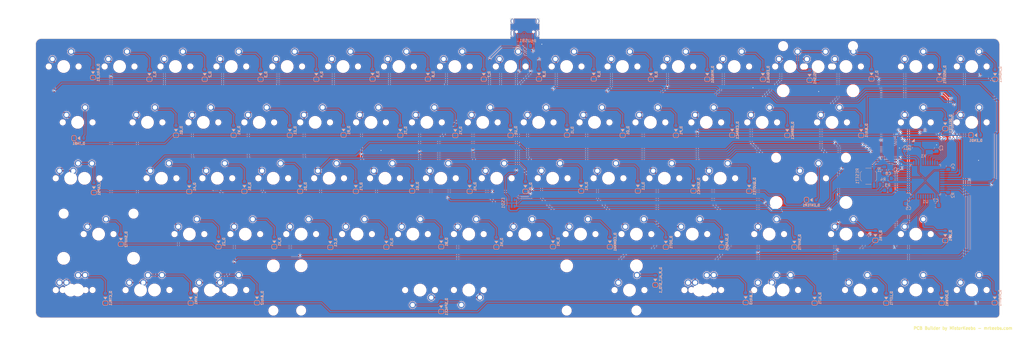
<source format=kicad_pcb>
(kicad_pcb (version 20171130) (host pcbnew "(5.0.2)-1")
  (layers (0 F.Cu signal) (31 B.Cu signal) (34 B.Paste user) (35 F.Paste user) (36 B.SilkS user) (37 F.SilkS user) (38 B.Mask user) (39 F.Mask user) (44 Edge.Cuts user))
  (net 0 "")
  (net 1 GND)
  (net 2 VCC)
  (net 3 "Net-(D_1-Pad2)")
  (net 4 "Net-(D_2-Pad2)")
  (net 5 "Net-(D_3-Pad2)")
  (net 6 "Net-(D_4-Pad2)")
  (net 7 "Net-(D_5-Pad2)")
  (net 8 "Net-(D_6-Pad2)")
  (net 9 "Net-(D_7-Pad2)")
  (net 10 "Net-(D_8-Pad2)")
  (net 11 "Net-(D_9-Pad2)")
  (net 12 "Net-(D_0-Pad2)")
  (net 13 "Net-(D_SHIFT1-Pad2)")
  (net 14 "Net-(C1-Pad1)")
  (net 15 "Net-(C2-Pad1)")
  (net 16 "Net-(R1-Pad1)")
  (net 17 "Net-(R3-Pad1)")
  (net 18 "Net-(R4-Pad1)")
  (net 19 "Net-(U1-Pad1)")
  (net 20 "Net-(U1-Pad36)")
  (net 21 "Net-(U1-Pad37)")
  (net 22 "Net-(U1-Pad42)")
  (net 23 /Vcc)
  (net 24 "Net-(C8-Pad1)")
  (net 25 row0)
  (net 26 "Net-(D_&lt;I1-Pad2)")
  (net 27 row1)
  (net 28 "Net-(D_&lt;I2-Pad2)")
  (net 29 row4)
  (net 30 "Net-(D_&lt;I3-Pad2)")
  (net 31 "Net-(D_&lt;I_E1-Pad2)")
  (net 32 "Net-(D_`1-Pad2)")
  (net 33 "Net-(D_A1-Pad2)")
  (net 34 row2)
  (net 35 "Net-(D_ALT1-Pad2)")
  (net 36 row3)
  (net 37 "Net-(D_B1-Pad2)")
  (net 38 "Net-(D_BSLSH1-Pad2)")
  (net 39 "Net-(D_C1-Pad2)")
  (net 40 "Net-(D_CAPS1-Pad2)")
  (net 41 "Net-(D_CBRAC1-Pad2)")
  (net 42 "Net-(D_COMMA1-Pad2)")
  (net 43 "Net-(D_CTRL1-Pad2)")
  (net 44 "Net-(D_D1-Pad2)")
  (net 45 "Net-(D_DELETE1-Pad2)")
  (net 46 "Net-(D_DOT1-Pad2)")
  (net 47 "Net-(D_DOWN1-Pad2)")
  (net 48 "Net-(D_E1-Pad2)")
  (net 49 "Net-(D_END1-Pad2)")
  (net 50 "Net-(D_ENTER1-Pad2)")
  (net 51 "Net-(D_EQUAL1-Pad2)")
  (net 52 "Net-(D_F1-Pad2)")
  (net 53 "Net-(D_FN1-Pad2)")
  (net 54 "Net-(D_G1-Pad2)")
  (net 55 "Net-(D_H1-Pad2)")
  (net 56 "Net-(D_HOME1-Pad2)")
  (net 57 "Net-(D_I1-Pad2)")
  (net 58 "Net-(D_INSERT1-Pad2)")
  (net 59 "Net-(D_J1-Pad2)")
  (net 60 "Net-(D_K1-Pad2)")
  (net 61 "Net-(D_L1-Pad2)")
  (net 62 "Net-(D_LEFT1-Pad2)")
  (net 63 "Net-(D_M1-Pad2)")
  (net 64 "Net-(D_MINUS1-Pad2)")
  (net 65 "Net-(D_N1-Pad2)")
  (net 66 "Net-(D_O1-Pad2)")
  (net 67 "Net-(D_OBRAC1-Pad2)")
  (net 68 "Net-(D_P1-Pad2)")
  (net 69 "Net-(D_Q1-Pad2)")
  (net 70 "Net-(D_QUOTE1-Pad2)")
  (net 71 "Net-(D_R1-Pad2)")
  (net 72 "Net-(D_RIGHT1-Pad2)")
  (net 73 "Net-(D_S1-Pad2)")
  (net 74 "Net-(D_SEMIC1-Pad2)")
  (net 75 "Net-(D_SHIFT2-Pad2)")
  (net 76 "Net-(D_SLASH1-Pad2)")
  (net 77 "Net-(D_SPACE1-Pad2)")
  (net 78 "Net-(D_T1-Pad2)")
  (net 79 "Net-(D_TAB1-Pad2)")
  (net 80 "Net-(D_U1-Pad2)")
  (net 81 "Net-(D_UP1-Pad2)")
  (net 82 "Net-(D_V1-Pad2)")
  (net 83 "Net-(D_W1-Pad2)")
  (net 84 "Net-(D_WIN1-Pad2)")
  (net 85 "Net-(D_X1-Pad2)")
  (net 86 "Net-(D_Y1-Pad2)")
  (net 87 "Net-(D_Z1-Pad2)")
  (net 88 col10)
  (net 89 col1)
  (net 90 col2)
  (net 91 col3)
  (net 92 col4)
  (net 93 col5)
  (net 94 col6)
  (net 95 col7)
  (net 96 col8)
  (net 97 col9)
  (net 98 col14)
  (net 99 col12)
  (net 100 col0)
  (net 101 col13)
  (net 102 col15)
  (net 103 col16)
  (net 104 col11)
  (net 105 "Net-(R2-Pad2)")
  (net 106 "Net-(D_R_ALT_STD_1-Pad1)")
  (net 107 "Net-(D_R_ALT_STD_1-Pad2)")
  (net 108 "Net-(K_MEN_STD_1-Pad1)")
  (net 109 /D-_esd_in)
  (net 110 /D+_esd_in)
  (net 111 /D+)
  (net 112 /D-)
  (net 113 "Net-(R5-Pad2)")
  (net 114 "Net-(R6-Pad2)")
  (net 115 "Net-(USB1-Pad13)")
  (net 116 "Net-(USB1-Pad9)")
  (net 117 "Net-(USB1-Pad3)")
  (module usbc_footprint:via-0.6mm (layer F.Cu) (at 307.4 68.3)
    (fp_text reference REF** hide)
    (fp_text value via-0.6mm hide)
    (pad 1 thru_hole circle (at 0 0) (size 0.6 0.6) (drill 0.3) (layers *.Cu) (net 1 GND))
  )
  (module usbc_footprint:via-0.6mm (layer F.Cu) (at 285 67)
    (fp_text reference REF** hide)
    (fp_text value via-0.6mm hide)
    (pad 1 thru_hole circle (at 0 0) (size 0.6 0.6) (drill 0.3) (layers *.Cu) (net 1 GND))
  )
  (module usbc_footprint:via-0.6mm (layer F.Cu) (at 158.21125 88.37125)
    (fp_text reference REF** hide)
    (fp_text value via-0.6mm hide)
    (pad 1 thru_hole circle (at 0 0) (size 0.6 0.6) (drill 0.3) (layers *.Cu) (net 1 GND))
  )
  (module usbc_footprint:via-0.6mm (layer F.Cu) (at 347.61125 86.47125)
    (fp_text reference REF** hide)
    (fp_text value via-0.6mm hide)
    (pad 1 thru_hole circle (at 0 0) (size 0.6 0.6) (drill 0.3) (layers *.Cu) (net 1 GND))
  )
  (module usbc_footprint:via-0.6mm (layer F.Cu) (at 334.91125 87.57125)
    (fp_text reference REF** hide)
    (fp_text value via-0.6mm hide)
    (pad 1 thru_hole circle (at 0 0) (size 0.6 0.6) (drill 0.3) (layers *.Cu) (net 1 GND))
  )
  (module Capacitor_SMD:C_0805_2012Metric_Pad1.15x1.40mm_HandSolder (layer B.Cu) (at 338.64125 87.46125 270)
    (fp_text reference C1 (at 0 1.65 270) (layer B.SilkS) (effects (justify mirror)))
    (fp_text value 22p)
    (pad 1 smd roundrect (at -1.025 0 270) (size 1.15 1.4) (layers B.Cu B.Paste B.Mask) (roundrect_rratio 0.217391) (net 14 "Net-(C1-Pad1)"))
    (pad 2 smd roundrect (at 1.025 0 270) (size 1.15 1.4) (layers B.Cu B.Paste B.Mask) (roundrect_rratio 0.217391) (net 1 GND))
  )
  (module Capacitor_SMD:C_0805_2012Metric_Pad1.15x1.40mm_HandSolder (layer B.Cu) (at 347.58125 87.58125 90)
    (fp_text reference C2 (at 0 1.65 90) (layer B.SilkS) (effects (justify mirror)))
    (fp_text value 22p)
    (pad 1 smd roundrect (at -1.025 0 90) (size 1.15 1.4) (layers B.Cu B.Paste B.Mask) (roundrect_rratio 0.217391) (net 15 "Net-(C2-Pad1)"))
    (pad 2 smd roundrect (at 1.025 0 90) (size 1.15 1.4) (layers B.Cu B.Paste B.Mask) (roundrect_rratio 0.217391) (net 1 GND))
  )
  (module Resistor_SMD:R_0805_2012Metric_Pad1.15x1.40mm_HandSolder (layer B.Cu) (at 329.79125 95.04125 270)
    (fp_text reference R1 (at 0 1.65 270) (layer B.SilkS) (effects (justify mirror)))
    (fp_text value 10K)
    (pad 1 smd roundrect (at -1.025 0 270) (size 1.15 1.4) (layers B.Cu B.Paste B.Mask) (roundrect_rratio 0.217391) (net 16 "Net-(R1-Pad1)"))
    (pad 2 smd roundrect (at 1.025 0 270) (size 1.15 1.4) (layers B.Cu B.Paste B.Mask) (roundrect_rratio 0.217391) (net 23 /Vcc))
  )
  (module Button_Switch_SMD:SW_SPST_TL3342 (layer B.Cu) (at 324.37125 97.15125 270)
    (fp_text reference RESET1 (at 0 3.75 270) (layer B.SilkS) (effects (justify mirror)))
    (fp_text value SW_PUSH)
    (pad 1 smd rect (at -3.15 1.9 270) (size 1.7 1) (layers B.Cu B.Paste B.Mask) (net 1 GND))
    (pad 1 smd rect (at 3.15 1.9 270) (size 1.7 1) (layers B.Cu B.Paste B.Mask) (net 1 GND))
    (pad 2 smd rect (at -3.15 -1.9 270) (size 1.7 1) (layers B.Cu B.Paste B.Mask) (net 16 "Net-(R1-Pad1)"))
    (pad 2 smd rect (at 3.15 -1.9 270) (size 1.7 1) (layers B.Cu B.Paste B.Mask) (net 16 "Net-(R1-Pad1)"))
  )
  (module Resistor_SMD:R_0805_2012Metric_Pad1.15x1.40mm_HandSolder (layer B.Cu) (at 351.53125 103.68125 90)
    (fp_text reference R2 (at 0 1.65 90) (layer B.SilkS) (effects (justify mirror)))
    (fp_text value 10K)
    (pad 1 smd roundrect (at -1.025 0 90) (size 1.15 1.4) (layers B.Cu B.Paste B.Mask) (roundrect_rratio 0.217391) (net 1 GND))
    (pad 2 smd roundrect (at 1.025 0 90) (size 1.15 1.4) (layers B.Cu B.Paste B.Mask) (roundrect_rratio 0.217391) (net 105 "Net-(R2-Pad2)"))
  )
  (module Resistor_SMD:R_0805_2012Metric_Pad1.15x1.40mm_HandSolder (layer B.Cu) (at 330.91125 101.93125 180)
    (fp_text reference R3 (at 0 1.65 180) (layer B.SilkS) (effects (justify mirror)))
    (fp_text value 22)
    (pad 1 smd roundrect (at -1.025 0 180) (size 1.15 1.4) (layers B.Cu B.Paste B.Mask) (roundrect_rratio 0.217391) (net 17 "Net-(R3-Pad1)"))
    (pad 2 smd roundrect (at 1.025 0 180) (size 1.15 1.4) (layers B.Cu B.Paste B.Mask) (roundrect_rratio 0.217391) (net 112 /D-))
  )
  (module Resistor_SMD:R_0805_2012Metric_Pad1.15x1.40mm_HandSolder (layer B.Cu) (at 329.37125 99.95125 180)
    (fp_text reference R4 (at 0 1.65 180) (layer B.SilkS) (effects (justify mirror)))
    (fp_text value 22)
    (pad 1 smd roundrect (at -1.025 0 180) (size 1.15 1.4) (layers B.Cu B.Paste B.Mask) (roundrect_rratio 0.217391) (net 18 "Net-(R4-Pad1)"))
    (pad 2 smd roundrect (at 1.025 0 180) (size 1.15 1.4) (layers B.Cu B.Paste B.Mask) (roundrect_rratio 0.217391) (net 111 /D+))
  )
  (module Capacitor_SMD:C_0805_2012Metric_Pad1.15x1.40mm_HandSolder (layer B.Cu) (at 332.01125 95.04125 90)
    (fp_text reference C3 (at 0 1.65 90) (layer B.SilkS) (effects (justify mirror)))
    (fp_text value 0.1u)
    (pad 1 smd roundrect (at -1.025 0 90) (size 1.15 1.4) (layers B.Cu B.Paste B.Mask) (roundrect_rratio 0.217391) (net 23 /Vcc))
    (pad 2 smd roundrect (at 1.025 0 90) (size 1.15 1.4) (layers B.Cu B.Paste B.Mask) (roundrect_rratio 0.217391) (net 1 GND))
  )
  (module Package_QFP:TQFP-44_10x10mm_P0.8mm (layer B.Cu) (at 343.81125 98.36125)
    (fp_text reference U1 (at 0 7.45) (layer B.SilkS) (effects (justify mirror)))
    (fp_text value ATMEGA32U4)
    (pad 1 smd rect (at -5.7 4) (size 1.5 0.55) (layers B.Cu B.Paste B.Mask) (net 19 "Net-(U1-Pad1)"))
    (pad 2 smd rect (at -5.7 3.2) (size 1.5 0.55) (layers B.Cu B.Paste B.Mask) (net 2 VCC))
    (pad 3 smd rect (at -5.7 2.4) (size 1.5 0.55) (layers B.Cu B.Paste B.Mask) (net 17 "Net-(R3-Pad1)"))
    (pad 4 smd rect (at -5.7 1.6) (size 1.5 0.55) (layers B.Cu B.Paste B.Mask) (net 18 "Net-(R4-Pad1)"))
    (pad 5 smd rect (at -5.7 0.8) (size 1.5 0.55) (layers B.Cu B.Paste B.Mask) (net 1 GND))
    (pad 6 smd rect (at -5.7 0) (size 1.5 0.55) (layers B.Cu B.Paste B.Mask) (net 24 "Net-(C8-Pad1)"))
    (pad 7 smd rect (at -5.7 -0.8) (size 1.5 0.55) (layers B.Cu B.Paste B.Mask) (net 23 /Vcc))
    (pad 8 smd rect (at -5.7 -1.6) (size 1.5 0.55) (layers B.Cu B.Paste B.Mask) (net 25 row0))
    (pad 9 smd rect (at -5.7 -2.4) (size 1.5 0.55) (layers B.Cu B.Paste B.Mask) (net 27 row1))
    (pad 10 smd rect (at -5.7 -3.2) (size 1.5 0.55) (layers B.Cu B.Paste B.Mask) (net 34 row2))
    (pad 11 smd rect (at -5.7 -4) (size 1.5 0.55) (layers B.Cu B.Paste B.Mask) (net 36 row3))
    (pad 12 smd rect (at -4 -5.7 270) (size 1.5 0.55) (layers B.Cu B.Paste B.Mask) (net 90 col2))
    (pad 13 smd rect (at -3.2 -5.7 270) (size 1.5 0.55) (layers B.Cu B.Paste B.Mask) (net 16 "Net-(R1-Pad1)"))
    (pad 14 smd rect (at -2.4 -5.7 270) (size 1.5 0.55) (layers B.Cu B.Paste B.Mask) (net 23 /Vcc))
    (pad 15 smd rect (at -1.6 -5.7 270) (size 1.5 0.55) (layers B.Cu B.Paste B.Mask) (net 1 GND))
    (pad 16 smd rect (at -0.8 -5.7 270) (size 1.5 0.55) (layers B.Cu B.Paste B.Mask) (net 14 "Net-(C1-Pad1)"))
    (pad 17 smd rect (at 0 -5.7 270) (size 1.5 0.55) (layers B.Cu B.Paste B.Mask) (net 15 "Net-(C2-Pad1)"))
    (pad 18 smd rect (at 0.8 -5.7 270) (size 1.5 0.55) (layers B.Cu B.Paste B.Mask) (net 93 col5))
    (pad 19 smd rect (at 1.6 -5.7 270) (size 1.5 0.55) (layers B.Cu B.Paste B.Mask) (net 94 col6))
    (pad 20 smd rect (at 2.4 -5.7 270) (size 1.5 0.55) (layers B.Cu B.Paste B.Mask) (net 95 col7))
    (pad 21 smd rect (at 3.2 -5.7 270) (size 1.5 0.55) (layers B.Cu B.Paste B.Mask) (net 96 col8))
    (pad 22 smd rect (at 4 -5.7 270) (size 1.5 0.55) (layers B.Cu B.Paste B.Mask) (net 88 col10))
    (pad 23 smd rect (at 5.7 -4) (size 1.5 0.55) (layers B.Cu B.Paste B.Mask) (net 1 GND))
    (pad 24 smd rect (at 5.7 -3.2) (size 1.5 0.55) (layers B.Cu B.Paste B.Mask) (net 23 /Vcc))
    (pad 25 smd rect (at 5.7 -2.4) (size 1.5 0.55) (layers B.Cu B.Paste B.Mask) (net 97 col9))
    (pad 26 smd rect (at 5.7 -1.6) (size 1.5 0.55) (layers B.Cu B.Paste B.Mask) (net 104 col11))
    (pad 27 smd rect (at 5.7 -0.8) (size 1.5 0.55) (layers B.Cu B.Paste B.Mask) (net 99 col12))
    (pad 28 smd rect (at 5.7 0) (size 1.5 0.55) (layers B.Cu B.Paste B.Mask) (net 29 row4))
    (pad 29 smd rect (at 5.7 0.8) (size 1.5 0.55) (layers B.Cu B.Paste B.Mask) (net 100 col0))
    (pad 30 smd rect (at 5.7 1.6) (size 1.5 0.55) (layers B.Cu B.Paste B.Mask) (net 89 col1))
    (pad 31 smd rect (at 5.7 2.4) (size 1.5 0.55) (layers B.Cu B.Paste B.Mask) (net 91 col3))
    (pad 32 smd rect (at 5.7 3.2) (size 1.5 0.55) (layers B.Cu B.Paste B.Mask) (net 92 col4))
    (pad 33 smd rect (at 5.7 4) (size 1.5 0.55) (layers B.Cu B.Paste B.Mask) (net 105 "Net-(R2-Pad2)"))
    (pad 34 smd rect (at 4 5.7 270) (size 1.5 0.55) (layers B.Cu B.Paste B.Mask) (net 23 /Vcc))
    (pad 35 smd rect (at 3.2 5.7 270) (size 1.5 0.55) (layers B.Cu B.Paste B.Mask) (net 1 GND))
    (pad 36 smd rect (at 2.4 5.7 270) (size 1.5 0.55) (layers B.Cu B.Paste B.Mask) (net 20 "Net-(U1-Pad36)"))
    (pad 37 smd rect (at 1.6 5.7 270) (size 1.5 0.55) (layers B.Cu B.Paste B.Mask) (net 21 "Net-(U1-Pad37)"))
    (pad 38 smd rect (at 0.8 5.7 270) (size 1.5 0.55) (layers B.Cu B.Paste B.Mask) (net 103 col16))
    (pad 39 smd rect (at 0 5.7 270) (size 1.5 0.55) (layers B.Cu B.Paste B.Mask) (net 102 col15))
    (pad 40 smd rect (at -0.8 5.7 270) (size 1.5 0.55) (layers B.Cu B.Paste B.Mask) (net 98 col14))
    (pad 41 smd rect (at -1.6 5.7 270) (size 1.5 0.55) (layers B.Cu B.Paste B.Mask) (net 101 col13))
    (pad 42 smd rect (at -2.4 5.7 270) (size 1.5 0.55) (layers B.Cu B.Paste B.Mask) (net 22 "Net-(U1-Pad42)"))
    (pad 43 smd rect (at -3.2 5.7 270) (size 1.5 0.55) (layers B.Cu B.Paste B.Mask) (net 1 GND))
    (pad 44 smd rect (at -4 5.7 270) (size 1.5 0.55) (layers B.Cu B.Paste B.Mask) (net 23 /Vcc))
  )
  (module Capacitor_SMD:C_0805_2012Metric_Pad1.15x1.40mm_HandSolder (layer B.Cu) (at 351.58125 93.77625 90)
    (fp_text reference C4 (at 0 1.65 90) (layer B.SilkS) (effects (justify mirror)))
    (fp_text value 0.1u)
    (pad 1 smd roundrect (at -1.025 0 90) (size 1.15 1.4) (layers B.Cu B.Paste B.Mask) (roundrect_rratio 0.217391) (net 23 /Vcc))
    (pad 2 smd roundrect (at 1.025 0 90) (size 1.15 1.4) (layers B.Cu B.Paste B.Mask) (roundrect_rratio 0.217391) (net 1 GND))
  )
  (module Capacitor_SMD:C_0805_2012Metric_Pad1.15x1.40mm_HandSolder (layer B.Cu) (at 338.01125 106.47125)
    (fp_text reference C5 (at 0 1.65) (layer B.SilkS) (effects (justify mirror)))
    (fp_text value 0.1u)
    (pad 1 smd roundrect (at -1.025 0) (size 1.15 1.4) (layers B.Cu B.Paste B.Mask) (roundrect_rratio 0.217391) (net 23 /Vcc))
    (pad 2 smd roundrect (at 1.025 0) (size 1.15 1.4) (layers B.Cu B.Paste B.Mask) (roundrect_rratio 0.217391) (net 1 GND))
  )
  (module Capacitor_SMD:C_0805_2012Metric_Pad1.15x1.40mm_HandSolder (layer B.Cu) (at 336.69125 87.46125 90)
    (fp_text reference C6 (at 0 1.65 90) (layer B.SilkS) (effects (justify mirror)))
    (fp_text value 0.1u)
    (pad 1 smd roundrect (at -1.025 0 90) (size 1.15 1.4) (layers B.Cu B.Paste B.Mask) (roundrect_rratio 0.217391) (net 23 /Vcc))
    (pad 2 smd roundrect (at 1.025 0 90) (size 1.15 1.4) (layers B.Cu B.Paste B.Mask) (roundrect_rratio 0.217391) (net 1 GND))
  )
  (module Capacitor_SMD:C_0805_2012Metric_Pad1.15x1.40mm_HandSolder (layer B.Cu) (at 347.29125 107.10125 180)
    (fp_text reference C7 (at 0 1.65 180) (layer B.SilkS) (effects (justify mirror)))
    (fp_text value 4.7u)
    (pad 1 smd roundrect (at -1.025 0 180) (size 1.15 1.4) (layers B.Cu B.Paste B.Mask) (roundrect_rratio 0.217391) (net 23 /Vcc))
    (pad 2 smd roundrect (at 1.025 0 180) (size 1.15 1.4) (layers B.Cu B.Paste B.Mask) (roundrect_rratio 0.217391) (net 1 GND))
  )
  (module Capacitor_SMD:C_0805_2012Metric_Pad1.15x1.40mm_HandSolder (layer B.Cu) (at 331.12125 97.90125 180)
    (fp_text reference C8 (at 0 1.65 180) (layer B.SilkS) (effects (justify mirror)))
    (fp_text value 1u)
    (pad 1 smd roundrect (at -1.025 0 180) (size 1.15 1.4) (layers B.Cu B.Paste B.Mask) (roundrect_rratio 0.217391) (net 24 "Net-(C8-Pad1)"))
    (pad 2 smd roundrect (at 1.025 0 180) (size 1.15 1.4) (layers B.Cu B.Paste B.Mask) (roundrect_rratio 0.217391) (net 1 GND))
  )
  (module acheron_Components:D_SOD-123 (layer B.Cu) (at 250.21125 62.48125 90)
    (fp_text reference D_0 (at 0 1.8 -90) (layer B.SilkS) (effects (font (size 0.8 0.8) (thickness 0.2)) (justify mirror)))
    (fp_text value D)
    (pad 1 smd roundrect (at -1.65 0 90) (size 1 1.2) (layers B.Cu B.Paste B.Mask) (net 25 row0))
    (pad 2 smd roundrect (at 1.65 0 90) (size 1 1.2) (layers B.Cu B.Paste B.Mask) (net 12 "Net-(D_0-Pad2)"))
  )
  (module acheron_Components:D_SOD-123 (layer B.Cu) (at 79.24125 62.48125 90)
    (fp_text reference D_1 (at 0 1.8 -90) (layer B.SilkS) (effects (font (size 0.8 0.8) (thickness 0.2)) (justify mirror)))
    (fp_text value D)
    (pad 1 smd roundrect (at -1.65 0 90) (size 1 1.2) (layers B.Cu B.Paste B.Mask) (net 25 row0))
    (pad 2 smd roundrect (at 1.65 0 90) (size 1 1.2) (layers B.Cu B.Paste B.Mask) (net 3 "Net-(D_1-Pad2)"))
  )
  (module acheron_Components:D_SOD-123 (layer B.Cu) (at 98.09125 62.46125 90)
    (fp_text reference D_2 (at 0 1.8 -90) (layer B.SilkS) (effects (font (size 0.8 0.8) (thickness 0.2)) (justify mirror)))
    (fp_text value D)
    (pad 1 smd roundrect (at -1.65 0 90) (size 1 1.2) (layers B.Cu B.Paste B.Mask) (net 25 row0))
    (pad 2 smd roundrect (at 1.65 0 90) (size 1 1.2) (layers B.Cu B.Paste B.Mask) (net 4 "Net-(D_2-Pad2)"))
  )
  (module acheron_Components:D_SOD-123 (layer B.Cu) (at 117.13125 62.49125 90)
    (fp_text reference D_3 (at 0 1.8 -90) (layer B.SilkS) (effects (font (size 0.8 0.8) (thickness 0.2)) (justify mirror)))
    (fp_text value D)
    (pad 2 smd roundrect (at 1.65 0 90) (size 1 1.2) (layers B.Cu B.Paste B.Mask) (net 5 "Net-(D_3-Pad2)"))
    (pad 1 smd roundrect (at -1.65 0 90) (size 1 1.2) (layers B.Cu B.Paste B.Mask) (net 25 row0))
  )
  (module acheron_Components:D_SOD-123 (layer B.Cu) (at 136.14125 62.47125 90)
    (fp_text reference D_4 (at 0 1.8 -90) (layer B.SilkS) (effects (font (size 0.8 0.8) (thickness 0.2)) (justify mirror)))
    (fp_text value D)
    (pad 1 smd roundrect (at -1.65 0 90) (size 1 1.2) (layers B.Cu B.Paste B.Mask) (net 25 row0))
    (pad 2 smd roundrect (at 1.65 0 90) (size 1 1.2) (layers B.Cu B.Paste B.Mask) (net 6 "Net-(D_4-Pad2)"))
  )
  (module acheron_Components:D_SOD-123 (layer B.Cu) (at 155.31125 62.41125 90)
    (fp_text reference D_5 (at 0 1.8 -90) (layer B.SilkS) (effects (font (size 0.8 0.8) (thickness 0.2)) (justify mirror)))
    (fp_text value D)
    (pad 2 smd roundrect (at 1.65 0 90) (size 1 1.2) (layers B.Cu B.Paste B.Mask) (net 7 "Net-(D_5-Pad2)"))
    (pad 1 smd roundrect (at -1.65 0 90) (size 1 1.2) (layers B.Cu B.Paste B.Mask) (net 25 row0))
  )
  (module acheron_Components:D_SOD-123 (layer B.Cu) (at 174.18125 62.41125 90)
    (fp_text reference D_6 (at 0 1.8 -90) (layer B.SilkS) (effects (font (size 0.8 0.8) (thickness 0.2)) (justify mirror)))
    (fp_text value D)
    (pad 1 smd roundrect (at -1.65 0 90) (size 1 1.2) (layers B.Cu B.Paste B.Mask) (net 25 row0))
    (pad 2 smd roundrect (at 1.65 0 90) (size 1 1.2) (layers B.Cu B.Paste B.Mask) (net 8 "Net-(D_6-Pad2)"))
  )
  (module acheron_Components:D_SOD-123 (layer B.Cu) (at 193.23125 62.43125 90)
    (fp_text reference D_7 (at 0 1.8 -90) (layer B.SilkS) (effects (font (size 0.8 0.8) (thickness 0.2)) (justify mirror)))
    (fp_text value D)
    (pad 2 smd roundrect (at 1.65 0 90) (size 1 1.2) (layers B.Cu B.Paste B.Mask) (net 9 "Net-(D_7-Pad2)"))
    (pad 1 smd roundrect (at -1.65 0 90) (size 1 1.2) (layers B.Cu B.Paste B.Mask) (net 25 row0))
  )
  (module acheron_Components:D_SOD-123 (layer B.Cu) (at 212.04125 62.37125 90)
    (fp_text reference D_8 (at 0 1.8 -90) (layer B.SilkS) (effects (font (size 0.8 0.8) (thickness 0.2)) (justify mirror)))
    (fp_text value D)
    (pad 1 smd roundrect (at -1.65 0 90) (size 1 1.2) (layers B.Cu B.Paste B.Mask) (net 25 row0))
    (pad 2 smd roundrect (at 1.65 0 90) (size 1 1.2) (layers B.Cu B.Paste B.Mask) (net 10 "Net-(D_8-Pad2)"))
  )
  (module acheron_Components:D_SOD-123 (layer B.Cu) (at 230.71125 62.37125 90)
    (fp_text reference D_9 (at 0 1.8 -90) (layer B.SilkS) (effects (font (size 0.8 0.8) (thickness 0.2)) (justify mirror)))
    (fp_text value D)
    (pad 2 smd roundrect (at 1.65 0 90) (size 1 1.2) (layers B.Cu B.Paste B.Mask) (net 11 "Net-(D_9-Pad2)"))
    (pad 1 smd roundrect (at -1.65 0 90) (size 1 1.2) (layers B.Cu B.Paste B.Mask) (net 25 row0))
  )
  (module acheron_Components:D_SOD-123 (layer B.Cu) (at 321.88125 81.59125 90)
    (fp_text reference D_&lt;I1 (at 0 1.8 -90) (layer B.SilkS) (effects (font (size 0.8 0.8) (thickness 0.2)) (justify mirror)))
    (fp_text value D)
    (pad 2 smd roundrect (at 1.65 0 90) (size 1 1.2) (layers B.Cu B.Paste B.Mask) (net 26 "Net-(D_&lt;I1-Pad2)"))
    (pad 1 smd roundrect (at -1.65 0 90) (size 1 1.2) (layers B.Cu B.Paste B.Mask) (net 27 row1))
  )
  (module acheron_Components:D_SOD-123 (layer B.Cu) (at 115.91125 138.67125 90)
    (fp_text reference D_&lt;I2 (at 0 1.8 -90) (layer B.SilkS) (effects (font (size 0.8 0.8) (thickness 0.2)) (justify mirror)))
    (fp_text value D)
    (pad 2 smd roundrect (at 1.65 0 90) (size 1 1.2) (layers B.Cu B.Paste B.Mask) (net 28 "Net-(D_&lt;I2-Pad2)"))
    (pad 1 smd roundrect (at -1.65 0 90) (size 1 1.2) (layers B.Cu B.Paste B.Mask) (net 29 row4))
  )
  (module acheron_Components:D_SOD-123 (layer B.Cu) (at 282.51125 138.57125 90)
    (fp_text reference D_&lt;I3 (at 0 1.8 -90) (layer B.SilkS) (effects (font (size 0.8 0.8) (thickness 0.2)) (justify mirror)))
    (fp_text value D)
    (pad 2 smd roundrect (at 1.65 0 90) (size 1 1.2) (layers B.Cu B.Paste B.Mask) (net 30 "Net-(D_&lt;I3-Pad2)"))
    (pad 1 smd roundrect (at -1.65 0 90) (size 1 1.2) (layers B.Cu B.Paste B.Mask) (net 29 row4))
  )
  (module acheron_Components:D_SOD-123 (layer B.Cu) (at 60.01125 61.87125 90)
    (fp_text reference D_&lt;I_E1 (at 0 1.8 -90) (layer B.SilkS) (effects (font (size 0.8 0.8) (thickness 0.2)) (justify mirror)))
    (fp_text value D)
    (pad 2 smd roundrect (at 1.65 0 90) (size 1 1.2) (layers B.Cu B.Paste B.Mask) (net 31 "Net-(D_&lt;I_E1-Pad2)"))
    (pad 1 smd roundrect (at -1.65 0 90) (size 1 1.2) (layers B.Cu B.Paste B.Mask) (net 25 row0))
  )
  (module acheron_Components:D_SOD-123 (layer B.Cu) (at 325.41125 62.37125 90)
    (fp_text reference D_`1 (at 0 1.8 -90) (layer B.SilkS) (effects (font (size 0.8 0.8) (thickness 0.2)) (justify mirror)))
    (fp_text value D)
    (pad 1 smd roundrect (at -1.65 0 90) (size 1 1.2) (layers B.Cu B.Paste B.Mask) (net 25 row0))
    (pad 2 smd roundrect (at 1.65 0 90) (size 1 1.2) (layers B.Cu B.Paste B.Mask) (net 32 "Net-(D_`1-Pad2)"))
  )
  (module acheron_Components:D_SOD-123 (layer B.Cu) (at 92.81125 100.77125 90)
    (fp_text reference D_A1 (at 0 1.8 -90) (layer B.SilkS) (effects (font (size 0.8 0.8) (thickness 0.2)) (justify mirror)))
    (fp_text value D)
    (pad 2 smd roundrect (at 1.65 0 90) (size 1 1.2) (layers B.Cu B.Paste B.Mask) (net 33 "Net-(D_A1-Pad2)"))
    (pad 1 smd roundrect (at -1.65 0 90) (size 1 1.2) (layers B.Cu B.Paste B.Mask) (net 34 row2))
  )
  (module acheron_Components:D_SOD-123 (layer B.Cu) (at 306.01125 138.77125 90)
    (fp_text reference D_ALT1 (at 0 1.8 -90) (layer B.SilkS) (effects (font (size 0.8 0.8) (thickness 0.2)) (justify mirror)))
    (fp_text value D)
    (pad 1 smd roundrect (at -1.65 0 90) (size 1 1.2) (layers B.Cu B.Paste B.Mask) (net 29 row4))
    (pad 2 smd roundrect (at 1.65 0 90) (size 1 1.2) (layers B.Cu B.Paste B.Mask) (net 35 "Net-(D_ALT1-Pad2)"))
  )
  (module acheron_Components:D_SOD-123 (layer B.Cu) (at 178.71125 119.57125 90)
    (fp_text reference D_B1 (at 0 1.8 -90) (layer B.SilkS) (effects (font (size 0.8 0.8) (thickness 0.2)) (justify mirror)))
    (fp_text value D)
    (pad 1 smd roundrect (at -1.65 0 90) (size 1 1.2) (layers B.Cu B.Paste B.Mask) (net 36 row3))
    (pad 2 smd roundrect (at 1.65 0 90) (size 1 1.2) (layers B.Cu B.Paste B.Mask) (net 37 "Net-(D_B1-Pad2)"))
  )
  (module acheron_Components:D_SOD-123 (layer B.Cu) (at 304.3 62.8 90)
    (fp_text reference D_BSLSH1 (at 0 1.8 -90) (layer B.SilkS) (effects (font (size 0.8 0.8) (thickness 0.2)) (justify mirror)))
    (fp_text value D)
    (pad 1 smd roundrect (at -1.65 0 90) (size 1 1.2) (layers B.Cu B.Paste B.Mask) (net 25 row0))
    (pad 2 smd roundrect (at 1.65 0 90) (size 1 1.2) (layers B.Cu B.Paste B.Mask) (net 38 "Net-(D_BSLSH1-Pad2)"))
  )
  (module acheron_Components:D_SOD-123 (layer B.Cu) (at 140.91125 119.77125 90)
    (fp_text reference D_C1 (at 0 1.8 -90) (layer B.SilkS) (effects (font (size 0.8 0.8) (thickness 0.2)) (justify mirror)))
    (fp_text value D)
    (pad 1 smd roundrect (at -1.65 0 90) (size 1 1.2) (layers B.Cu B.Paste B.Mask) (net 36 row3))
    (pad 2 smd roundrect (at 1.65 0 90) (size 1 1.2) (layers B.Cu B.Paste B.Mask) (net 39 "Net-(D_C1-Pad2)"))
  )
  (module acheron_Components:D_SOD-123 (layer B.Cu) (at 60.3 101.1 90)
    (fp_text reference D_CAPS1 (at 0 1.8 -90) (layer B.SilkS) (effects (font (size 0.8 0.8) (thickness 0.2)) (justify mirror)))
    (fp_text value D)
    (pad 1 smd roundrect (at -1.65 0 90) (size 1 1.2) (layers B.Cu B.Paste B.Mask) (net 34 row2))
    (pad 2 smd roundrect (at 1.65 0 90) (size 1 1.2) (layers B.Cu B.Paste B.Mask) (net 40 "Net-(D_CAPS1-Pad2)"))
  )
  (module acheron_Components:D_SOD-123 (layer B.Cu) (at 277.91125 81.50125 90)
    (fp_text reference D_CBRAC1 (at 0 1.8 -90) (layer B.SilkS) (effects (font (size 0.8 0.8) (thickness 0.2)) (justify mirror)))
    (fp_text value D)
    (pad 2 smd roundrect (at 1.65 0 90) (size 1 1.2) (layers B.Cu B.Paste B.Mask) (net 41 "Net-(D_CBRAC1-Pad2)"))
    (pad 1 smd roundrect (at -1.65 0 90) (size 1 1.2) (layers B.Cu B.Paste B.Mask) (net 27 row1))
  )
  (module acheron_Components:D_SOD-123 (layer B.Cu) (at 236.21125 119.57125 90)
    (fp_text reference D_COMMA1 (at 0 1.8 -90) (layer B.SilkS) (effects (font (size 0.8 0.8) (thickness 0.2)) (justify mirror)))
    (fp_text value D)
    (pad 2 smd roundrect (at 1.65 0 90) (size 1 1.2) (layers B.Cu B.Paste B.Mask) (net 42 "Net-(D_COMMA1-Pad2)"))
    (pad 1 smd roundrect (at -1.65 0 90) (size 1 1.2) (layers B.Cu B.Paste B.Mask) (net 36 row3))
  )
  (module acheron_Components:D_SOD-123 (layer B.Cu) (at 64.21125 138.77125 90)
    (fp_text reference D_CTRL1 (at 0 1.8 -90) (layer B.SilkS) (effects (font (size 0.8 0.8) (thickness 0.2)) (justify mirror)))
    (fp_text value D)
    (pad 2 smd roundrect (at 1.65 0 90) (size 1 1.2) (layers B.Cu B.Paste B.Mask) (net 43 "Net-(D_CTRL1-Pad2)"))
    (pad 1 smd roundrect (at -1.65 0 90) (size 1 1.2) (layers B.Cu B.Paste B.Mask) (net 29 row4))
  )
  (module acheron_Components:D_SOD-123 (layer B.Cu) (at 130.61125 100.67125 90)
    (fp_text reference D_D1 (at 0 1.8 -90) (layer B.SilkS) (effects (font (size 0.8 0.8) (thickness 0.2)) (justify mirror)))
    (fp_text value D)
    (pad 2 smd roundrect (at 1.65 0 90) (size 1 1.2) (layers B.Cu B.Paste B.Mask) (net 44 "Net-(D_D1-Pad2)"))
    (pad 1 smd roundrect (at -1.65 0 90) (size 1 1.2) (layers B.Cu B.Paste B.Mask) (net 34 row2))
  )
  (module acheron_Components:D_SOD-123 (layer B.Cu) (at 350.54375 79.31625 90)
    (fp_text reference D_DELETE1 (at 0 1.8 -90) (layer B.SilkS) (effects (font (size 0.8 0.8) (thickness 0.2)) (justify mirror)))
    (fp_text value D)
    (pad 1 smd roundrect (at -1.65 0 90) (size 1 1.2) (layers B.Cu B.Paste B.Mask) (net 27 row1))
    (pad 2 smd roundrect (at 1.65 0 90) (size 1 1.2) (layers B.Cu B.Paste B.Mask) (net 45 "Net-(D_DELETE1-Pad2)"))
  )
  (module acheron_Components:D_SOD-123 (layer B.Cu) (at 255.29375 119.67125 90)
    (fp_text reference D_DOT1 (at 0 1.8 -90) (layer B.SilkS) (effects (font (size 0.8 0.8) (thickness 0.2)) (justify mirror)))
    (fp_text value D)
    (pad 1 smd roundrect (at -1.65 0 90) (size 1 1.2) (layers B.Cu B.Paste B.Mask) (net 36 row3))
    (pad 2 smd roundrect (at 1.65 0 90) (size 1 1.2) (layers B.Cu B.Paste B.Mask) (net 46 "Net-(D_DOT1-Pad2)"))
  )
  (module acheron_Components:D_SOD-123 (layer B.Cu) (at 349.31125 138.77125 90)
    (fp_text reference D_DOWN1 (at 0 1.8 -90) (layer B.SilkS) (effects (font (size 0.8 0.8) (thickness 0.2)) (justify mirror)))
    (fp_text value D)
    (pad 1 smd roundrect (at -1.65 0 90) (size 1 1.2) (layers B.Cu B.Paste B.Mask) (net 29 row4))
    (pad 2 smd roundrect (at 1.65 0 90) (size 1 1.2) (layers B.Cu B.Paste B.Mask) (net 47 "Net-(D_DOWN1-Pad2)"))
  )
  (module acheron_Components:D_SOD-123 (layer B.Cu) (at 127.11125 81.54125 90)
    (fp_text reference D_E1 (at 0 1.8 -90) (layer B.SilkS) (effects (font (size 0.8 0.8) (thickness 0.2)) (justify mirror)))
    (fp_text value D)
    (pad 2 smd roundrect (at 1.65 0 90) (size 1 1.2) (layers B.Cu B.Paste B.Mask) (net 48 "Net-(D_E1-Pad2)"))
    (pad 1 smd roundrect (at -1.65 0 90) (size 1 1.2) (layers B.Cu B.Paste B.Mask) (net 27 row1))
  )
  (module acheron_Components:D_SOD-123 (layer B.Cu) (at 360.96125 83.18125)
    (fp_text reference D_END1 (at 0 1.8 -180) (layer B.SilkS) (effects (font (size 0.8 0.8) (thickness 0.2)) (justify mirror)))
    (fp_text value D)
    (pad 2 smd roundrect (at 1.65 0) (size 1 1.2) (layers B.Cu B.Paste B.Mask) (net 49 "Net-(D_END1-Pad2)"))
    (pad 1 smd roundrect (at -1.65 0) (size 1 1.2) (layers B.Cu B.Paste B.Mask) (net 27 row1))
  )
  (module acheron_Components:D_SOD-123 (layer B.Cu) (at 304.89125 105.26125)
    (fp_text reference D_ENTER1 (at 0 1.8 -180) (layer B.SilkS) (effects (font (size 0.8 0.8) (thickness 0.2)) (justify mirror)))
    (fp_text value D)
    (pad 1 smd roundrect (at -1.65 0) (size 1 1.2) (layers B.Cu B.Paste B.Mask) (net 34 row2))
    (pad 2 smd roundrect (at 1.65 0) (size 1 1.2) (layers B.Cu B.Paste B.Mask) (net 50 "Net-(D_ENTER1-Pad2)"))
  )
  (module acheron_Components:D_SOD-123 (layer B.Cu) (at 288.38125 62.47125 90)
    (fp_text reference D_EQUAL1 (at 0 1.8 -90) (layer B.SilkS) (effects (font (size 0.8 0.8) (thickness 0.2)) (justify mirror)))
    (fp_text value D)
    (pad 2 smd roundrect (at 1.65 0 90) (size 1 1.2) (layers B.Cu B.Paste B.Mask) (net 51 "Net-(D_EQUAL1-Pad2)"))
    (pad 1 smd roundrect (at -1.65 0 90) (size 1 1.2) (layers B.Cu B.Paste B.Mask) (net 25 row0))
  )
  (module acheron_Components:D_SOD-123 (layer B.Cu) (at 149.61125 100.67125 90)
    (fp_text reference D_F1 (at 0 1.8 -90) (layer B.SilkS) (effects (font (size 0.8 0.8) (thickness 0.2)) (justify mirror)))
    (fp_text value D)
    (pad 2 smd roundrect (at 1.65 0 90) (size 1 1.2) (layers B.Cu B.Paste B.Mask) (net 52 "Net-(D_F1-Pad2)"))
    (pad 1 smd roundrect (at -1.65 0 90) (size 1 1.2) (layers B.Cu B.Paste B.Mask) (net 34 row2))
  )
  (module acheron_Components:D_SOD-123 (layer B.Cu) (at 326.73125 117.41625 90)
    (fp_text reference D_FN1 (at 0 1.8 -90) (layer B.SilkS) (effects (font (size 0.8 0.8) (thickness 0.2)) (justify mirror)))
    (fp_text value D)
    (pad 2 smd roundrect (at 1.65 0 90) (size 1 1.2) (layers B.Cu B.Paste B.Mask) (net 53 "Net-(D_FN1-Pad2)"))
    (pad 1 smd roundrect (at -1.65 0 90) (size 1 1.2) (layers B.Cu B.Paste B.Mask) (net 36 row3))
  )
  (module acheron_Components:D_SOD-123 (layer B.Cu) (at 168.81125 100.57125 90)
    (fp_text reference D_G1 (at 0 1.8 -90) (layer B.SilkS) (effects (font (size 0.8 0.8) (thickness 0.2)) (justify mirror)))
    (fp_text value D)
    (pad 1 smd roundrect (at -1.65 0 90) (size 1 1.2) (layers B.Cu B.Paste B.Mask) (net 34 row2))
    (pad 2 smd roundrect (at 1.65 0 90) (size 1 1.2) (layers B.Cu B.Paste B.Mask) (net 54 "Net-(D_G1-Pad2)"))
  )
  (module acheron_Components:D_SOD-123 (layer B.Cu) (at 188.41125 100.67125 90)
    (fp_text reference D_H1 (at 0 1.8 -90) (layer B.SilkS) (effects (font (size 0.8 0.8) (thickness 0.2)) (justify mirror)))
    (fp_text value D)
    (pad 2 smd roundrect (at 1.65 0 90) (size 1 1.2) (layers B.Cu B.Paste B.Mask) (net 55 "Net-(D_H1-Pad2)"))
    (pad 1 smd roundrect (at -1.65 0 90) (size 1 1.2) (layers B.Cu B.Paste B.Mask) (net 34 row2))
  )
  (module acheron_Components:D_SOD-123 (layer B.Cu) (at 367.52125 62.49125 90)
    (fp_text reference D_HOME1 (at 0 1.8 -90) (layer B.SilkS) (effects (font (size 0.8 0.8) (thickness 0.2)) (justify mirror)))
    (fp_text value D)
    (pad 2 smd roundrect (at 1.65 0 90) (size 1 1.2) (layers B.Cu B.Paste B.Mask) (net 56 "Net-(D_HOME1-Pad2)"))
    (pad 1 smd roundrect (at -1.65 0 90) (size 1 1.2) (layers B.Cu B.Paste B.Mask) (net 25 row0))
  )
  (module acheron_Components:D_SOD-123 (layer B.Cu) (at 221.59125 81.50125 90)
    (fp_text reference D_I1 (at 0 1.8 -90) (layer B.SilkS) (effects (font (size 0.8 0.8) (thickness 0.2)) (justify mirror)))
    (fp_text value D)
    (pad 1 smd roundrect (at -1.65 0 90) (size 1 1.2) (layers B.Cu B.Paste B.Mask) (net 27 row1))
    (pad 2 smd roundrect (at 1.65 0 90) (size 1 1.2) (layers B.Cu B.Paste B.Mask) (net 57 "Net-(D_I1-Pad2)"))
  )
  (module acheron_Components:D_SOD-123 (layer B.Cu) (at 348.59125 62.51125 90)
    (fp_text reference D_INSERT1 (at 0 1.8 -90) (layer B.SilkS) (effects (font (size 0.8 0.8) (thickness 0.2)) (justify mirror)))
    (fp_text value D)
    (pad 1 smd roundrect (at -1.65 0 90) (size 1 1.2) (layers B.Cu B.Paste B.Mask) (net 25 row0))
    (pad 2 smd roundrect (at 1.65 0 90) (size 1 1.2) (layers B.Cu B.Paste B.Mask) (net 58 "Net-(D_INSERT1-Pad2)"))
  )
  (module acheron_Components:D_SOD-123 (layer B.Cu) (at 207.41125 100.67125 90)
    (fp_text reference D_J1 (at 0 1.8 -90) (layer B.SilkS) (effects (font (size 0.8 0.8) (thickness 0.2)) (justify mirror)))
    (fp_text value D)
    (pad 1 smd roundrect (at -1.65 0 90) (size 1 1.2) (layers B.Cu B.Paste B.Mask) (net 34 row2))
    (pad 2 smd roundrect (at 1.65 0 90) (size 1 1.2) (layers B.Cu B.Paste B.Mask) (net 59 "Net-(D_J1-Pad2)"))
  )
  (module acheron_Components:D_SOD-123 (layer B.Cu) (at 226.41125 100.57125 90)
    (fp_text reference D_K1 (at 0 1.8 -90) (layer B.SilkS) (effects (font (size 0.8 0.8) (thickness 0.2)) (justify mirror)))
    (fp_text value D)
    (pad 2 smd roundrect (at 1.65 0 90) (size 1 1.2) (layers B.Cu B.Paste B.Mask) (net 60 "Net-(D_K1-Pad2)"))
    (pad 1 smd roundrect (at -1.65 0 90) (size 1 1.2) (layers B.Cu B.Paste B.Mask) (net 34 row2))
  )
  (module acheron_Components:D_SOD-123 (layer B.Cu) (at 245.77125 100.54125 90)
    (fp_text reference D_L1 (at 0 1.8 -90) (layer B.SilkS) (effects (font (size 0.8 0.8) (thickness 0.2)) (justify mirror)))
    (fp_text value D)
    (pad 1 smd roundrect (at -1.65 0 90) (size 1 1.2) (layers B.Cu B.Paste B.Mask) (net 34 row2))
    (pad 2 smd roundrect (at 1.65 0 90) (size 1 1.2) (layers B.Cu B.Paste B.Mask) (net 61 "Net-(D_L1-Pad2)"))
  )
  (module acheron_Components:D_SOD-123 (layer B.Cu) (at 330.41125 138.77125 90)
    (fp_text reference D_LEFT1 (at 0 1.8 -90) (layer B.SilkS) (effects (font (size 0.8 0.8) (thickness 0.2)) (justify mirror)))
    (fp_text value D)
    (pad 2 smd roundrect (at 1.65 0 90) (size 1 1.2) (layers B.Cu B.Paste B.Mask) (net 62 "Net-(D_LEFT1-Pad2)"))
    (pad 1 smd roundrect (at -1.65 0 90) (size 1 1.2) (layers B.Cu B.Paste B.Mask) (net 29 row4))
  )
  (module acheron_Components:D_SOD-123 (layer B.Cu) (at 216.81125 119.57125 90)
    (fp_text reference D_M1 (at 0 1.8 -90) (layer B.SilkS) (effects (font (size 0.8 0.8) (thickness 0.2)) (justify mirror)))
    (fp_text value D)
    (pad 1 smd roundrect (at -1.65 0 90) (size 1 1.2) (layers B.Cu B.Paste B.Mask) (net 36 row3))
    (pad 2 smd roundrect (at 1.65 0 90) (size 1 1.2) (layers B.Cu B.Paste B.Mask) (net 63 "Net-(D_M1-Pad2)"))
  )
  (module acheron_Components:D_SOD-123 (layer B.Cu) (at 269.42125 62.47125 90)
    (fp_text reference D_MINUS1 (at 0 1.8 -90) (layer B.SilkS) (effects (font (size 0.8 0.8) (thickness 0.2)) (justify mirror)))
    (fp_text value D)
    (pad 2 smd roundrect (at 1.65 0 90) (size 1 1.2) (layers B.Cu B.Paste B.Mask) (net 64 "Net-(D_MINUS1-Pad2)"))
    (pad 1 smd roundrect (at -1.65 0 90) (size 1 1.2) (layers B.Cu B.Paste B.Mask) (net 25 row0))
  )
  (module acheron_Components:D_SOD-123 (layer B.Cu) (at 197.51125 119.67125 90)
    (fp_text reference D_N1 (at 0 1.8 -90) (layer B.SilkS) (effects (font (size 0.8 0.8) (thickness 0.2)) (justify mirror)))
    (fp_text value D)
    (pad 2 smd roundrect (at 1.65 0 90) (size 1 1.2) (layers B.Cu B.Paste B.Mask) (net 65 "Net-(D_N1-Pad2)"))
    (pad 1 smd roundrect (at -1.65 0 90) (size 1 1.2) (layers B.Cu B.Paste B.Mask) (net 36 row3))
  )
  (module acheron_Components:D_SOD-123 (layer B.Cu) (at 240.57125 81.57125 90)
    (fp_text reference D_O1 (at 0 1.8 -90) (layer B.SilkS) (effects (font (size 0.8 0.8) (thickness 0.2)) (justify mirror)))
    (fp_text value D)
    (pad 2 smd roundrect (at 1.65 0 90) (size 1 1.2) (layers B.Cu B.Paste B.Mask) (net 66 "Net-(D_O1-Pad2)"))
    (pad 1 smd roundrect (at -1.65 0 90) (size 1 1.2) (layers B.Cu B.Paste B.Mask) (net 27 row1))
  )
  (module acheron_Components:D_SOD-123 (layer B.Cu) (at 296.69125 81.59125 90)
    (fp_text reference D_OBRAC1 (at 0 1.8 -90) (layer B.SilkS) (effects (font (size 0.8 0.8) (thickness 0.2)) (justify mirror)))
    (fp_text value D)
    (pad 1 smd roundrect (at -1.65 0 90) (size 1 1.2) (layers B.Cu B.Paste B.Mask) (net 27 row1))
    (pad 2 smd roundrect (at 1.65 0 90) (size 1 1.2) (layers B.Cu B.Paste B.Mask) (net 67 "Net-(D_OBRAC1-Pad2)"))
  )
  (module acheron_Components:D_SOD-123 (layer B.Cu) (at 258.72125 81.57125 90)
    (fp_text reference D_P1 (at 0 1.8 -90) (layer B.SilkS) (effects (font (size 0.8 0.8) (thickness 0.2)) (justify mirror)))
    (fp_text value D)
    (pad 1 smd roundrect (at -1.65 0 90) (size 1 1.2) (layers B.Cu B.Paste B.Mask) (net 27 row1))
    (pad 2 smd roundrect (at 1.65 0 90) (size 1 1.2) (layers B.Cu B.Paste B.Mask) (net 68 "Net-(D_P1-Pad2)"))
  )
  (module acheron_Components:D_SOD-123 (layer B.Cu) (at 88.29125 81.55125 90)
    (fp_text reference D_Q1 (at 0 1.8 -90) (layer B.SilkS) (effects (font (size 0.8 0.8) (thickness 0.2)) (justify mirror)))
    (fp_text value D)
    (pad 1 smd roundrect (at -1.65 0 90) (size 1 1.2) (layers B.Cu B.Paste B.Mask) (net 27 row1))
    (pad 2 smd roundrect (at 1.65 0 90) (size 1 1.2) (layers B.Cu B.Paste B.Mask) (net 69 "Net-(D_Q1-Pad2)"))
  )
  (module acheron_Components:D_SOD-123 (layer B.Cu) (at 283.70125 100.61125 90)
    (fp_text reference D_QUOTE1 (at 0 1.8 -90) (layer B.SilkS) (effects (font (size 0.8 0.8) (thickness 0.2)) (justify mirror)))
    (fp_text value D)
    (pad 1 smd roundrect (at -1.65 0 90) (size 1 1.2) (layers B.Cu B.Paste B.Mask) (net 34 row2))
    (pad 2 smd roundrect (at 1.65 0 90) (size 1 1.2) (layers B.Cu B.Paste B.Mask) (net 70 "Net-(D_QUOTE1-Pad2)"))
  )
  (module acheron_Components:D_SOD-123 (layer B.Cu) (at 145.42125 81.48125 90)
    (fp_text reference D_R1 (at 0 1.8 -90) (layer B.SilkS) (effects (font (size 0.8 0.8) (thickness 0.2)) (justify mirror)))
    (fp_text value D)
    (pad 2 smd roundrect (at 1.65 0 90) (size 1 1.2) (layers B.Cu B.Paste B.Mask) (net 71 "Net-(D_R1-Pad2)"))
    (pad 1 smd roundrect (at -1.65 0 90) (size 1 1.2) (layers B.Cu B.Paste B.Mask) (net 27 row1))
  )
  (module acheron_Components:D_SOD-123 (layer B.Cu) (at 367.41125 138.67125 90)
    (fp_text reference D_RIGHT1 (at 0 1.8 -90) (layer B.SilkS) (effects (font (size 0.8 0.8) (thickness 0.2)) (justify mirror)))
    (fp_text value D)
    (pad 2 smd roundrect (at 1.65 0 90) (size 1 1.2) (layers B.Cu B.Paste B.Mask) (net 72 "Net-(D_RIGHT1-Pad2)"))
    (pad 1 smd roundrect (at -1.65 0 90) (size 1 1.2) (layers B.Cu B.Paste B.Mask) (net 29 row4))
  )
  (module acheron_Components:D_SOD-123 (layer B.Cu) (at 111.61125 100.67125 90)
    (fp_text reference D_S1 (at 0 1.8 -90) (layer B.SilkS) (effects (font (size 0.8 0.8) (thickness 0.2)) (justify mirror)))
    (fp_text value D)
    (pad 1 smd roundrect (at -1.65 0 90) (size 1 1.2) (layers B.Cu B.Paste B.Mask) (net 34 row2))
    (pad 2 smd roundrect (at 1.65 0 90) (size 1 1.2) (layers B.Cu B.Paste B.Mask) (net 73 "Net-(D_S1-Pad2)"))
  )
  (module acheron_Components:D_SOD-123 (layer B.Cu) (at 264.70125 100.54125 90)
    (fp_text reference D_SEMIC1 (at 0 1.8 -90) (layer B.SilkS) (effects (font (size 0.8 0.8) (thickness 0.2)) (justify mirror)))
    (fp_text value D)
    (pad 2 smd roundrect (at 1.65 0 90) (size 1 1.2) (layers B.Cu B.Paste B.Mask) (net 74 "Net-(D_SEMIC1-Pad2)"))
    (pad 1 smd roundrect (at -1.65 0 90) (size 1 1.2) (layers B.Cu B.Paste B.Mask) (net 34 row2))
  )
  (module acheron_Components:D_SOD-123 (layer B.Cu) (at 299.11125 119.67125 90)
    (fp_text reference D_SHIFT1 (at 0 1.8 -90) (layer B.SilkS) (effects (font (size 0.8 0.8) (thickness 0.2)) (justify mirror)))
    (fp_text value D)
    (pad 1 smd roundrect (at -1.65 0 90) (size 1 1.2) (layers B.Cu B.Paste B.Mask) (net 36 row3))
    (pad 2 smd roundrect (at 1.65 0 90) (size 1 1.2) (layers B.Cu B.Paste B.Mask) (net 13 "Net-(D_SHIFT1-Pad2)"))
  )
  (module acheron_Components:D_SOD-123 (layer B.Cu) (at 69.51125 118.67125 90)
    (fp_text reference D_SHIFT2 (at 0 1.8 -90) (layer B.SilkS) (effects (font (size 0.8 0.8) (thickness 0.2)) (justify mirror)))
    (fp_text value D)
    (pad 1 smd roundrect (at -1.65 0 90) (size 1 1.2) (layers B.Cu B.Paste B.Mask) (net 36 row3))
    (pad 2 smd roundrect (at 1.65 0 90) (size 1 1.2) (layers B.Cu B.Paste B.Mask) (net 75 "Net-(D_SHIFT2-Pad2)"))
  )
  (module acheron_Components:D_SOD-123 (layer B.Cu) (at 274.31125 119.67125 90)
    (fp_text reference D_SLASH1 (at 0 1.8 -90) (layer B.SilkS) (effects (font (size 0.8 0.8) (thickness 0.2)) (justify mirror)))
    (fp_text value D)
    (pad 2 smd roundrect (at 1.65 0 90) (size 1 1.2) (layers B.Cu B.Paste B.Mask) (net 76 "Net-(D_SLASH1-Pad2)"))
    (pad 1 smd roundrect (at -1.65 0 90) (size 1 1.2) (layers B.Cu B.Paste B.Mask) (net 36 row3))
  )
  (module acheron_Components:D_SOD-123 (layer B.Cu) (at 178.71125 141.67125 90)
    (fp_text reference D_SPACE1 (at 0 1.8 -90) (layer B.SilkS) (effects (font (size 0.8 0.8) (thickness 0.2)) (justify mirror)))
    (fp_text value D)
    (pad 1 smd roundrect (at -1.65 0 90) (size 1 1.2) (layers B.Cu B.Paste B.Mask) (net 29 row4))
    (pad 2 smd roundrect (at 1.65 0 90) (size 1 1.2) (layers B.Cu B.Paste B.Mask) (net 77 "Net-(D_SPACE1-Pad2)"))
  )
  (module acheron_Components:D_SOD-123 (layer B.Cu) (at 164.77125 81.56125 90)
    (fp_text reference D_T1 (at 0 1.8 -90) (layer B.SilkS) (effects (font (size 0.8 0.8) (thickness 0.2)) (justify mirror)))
    (fp_text value D)
    (pad 2 smd roundrect (at 1.65 0 90) (size 1 1.2) (layers B.Cu B.Paste B.Mask) (net 78 "Net-(D_T1-Pad2)"))
    (pad 1 smd roundrect (at -1.65 0 90) (size 1 1.2) (layers B.Cu B.Paste B.Mask) (net 27 row1))
  )
  (module acheron_Components:D_SOD-123 (layer B.Cu) (at 55.16125 84.20125)
    (fp_text reference D_TAB1 (at 0 1.8 -180) (layer B.SilkS) (effects (font (size 0.8 0.8) (thickness 0.2)) (justify mirror)))
    (fp_text value D)
    (pad 2 smd roundrect (at 1.65 0) (size 1 1.2) (layers B.Cu B.Paste B.Mask) (net 79 "Net-(D_TAB1-Pad2)"))
    (pad 1 smd roundrect (at -1.65 0) (size 1 1.2) (layers B.Cu B.Paste B.Mask) (net 27 row1))
  )
  (module acheron_Components:D_SOD-123 (layer B.Cu) (at 202.35125 81.56125 90)
    (fp_text reference D_U1 (at 0 1.8 -90) (layer B.SilkS) (effects (font (size 0.8 0.8) (thickness 0.2)) (justify mirror)))
    (fp_text value D)
    (pad 2 smd roundrect (at 1.65 0 90) (size 1 1.2) (layers B.Cu B.Paste B.Mask) (net 80 "Net-(D_U1-Pad2)"))
    (pad 1 smd roundrect (at -1.65 0 90) (size 1 1.2) (layers B.Cu B.Paste B.Mask) (net 27 row1))
  )
  (module acheron_Components:D_SOD-123 (layer B.Cu) (at 350.54375 117.41625 90)
    (fp_text reference D_UP1 (at 0 1.8 -90) (layer B.SilkS) (effects (font (size 0.8 0.8) (thickness 0.2)) (justify mirror)))
    (fp_text value D)
    (pad 1 smd roundrect (at -1.65 0 90) (size 1 1.2) (layers B.Cu B.Paste B.Mask) (net 36 row3))
    (pad 2 smd roundrect (at 1.65 0 90) (size 1 1.2) (layers B.Cu B.Paste B.Mask) (net 81 "Net-(D_UP1-Pad2)"))
  )
  (module acheron_Components:D_SOD-123 (layer B.Cu) (at 160.01125 119.67125 90)
    (fp_text reference D_V1 (at 0 1.8 -90) (layer B.SilkS) (effects (font (size 0.8 0.8) (thickness 0.2)) (justify mirror)))
    (fp_text value D)
    (pad 2 smd roundrect (at 1.65 0 90) (size 1 1.2) (layers B.Cu B.Paste B.Mask) (net 82 "Net-(D_V1-Pad2)"))
    (pad 1 smd roundrect (at -1.65 0 90) (size 1 1.2) (layers B.Cu B.Paste B.Mask) (net 36 row3))
  )
  (module acheron_Components:D_SOD-123 (layer B.Cu) (at 107.94125 81.54125 90)
    (fp_text reference D_W1 (at 0 1.8 -90) (layer B.SilkS) (effects (font (size 0.8 0.8) (thickness 0.2)) (justify mirror)))
    (fp_text value D)
    (pad 1 smd roundrect (at -1.65 0 90) (size 1 1.2) (layers B.Cu B.Paste B.Mask) (net 27 row1))
    (pad 2 smd roundrect (at 1.65 0 90) (size 1 1.2) (layers B.Cu B.Paste B.Mask) (net 83 "Net-(D_W1-Pad2)"))
  )
  (module acheron_Components:D_SOD-123 (layer B.Cu) (at 93.31125 138.77125 90)
    (fp_text reference D_WIN1 (at 0 1.8 -90) (layer B.SilkS) (effects (font (size 0.8 0.8) (thickness 0.2)) (justify mirror)))
    (fp_text value D)
    (pad 1 smd roundrect (at -1.65 0 90) (size 1 1.2) (layers B.Cu B.Paste B.Mask) (net 29 row4))
    (pad 2 smd roundrect (at 1.65 0 90) (size 1 1.2) (layers B.Cu B.Paste B.Mask) (net 84 "Net-(D_WIN1-Pad2)"))
  )
  (module acheron_Components:D_SOD-123 (layer B.Cu) (at 121.81125 119.57125 90)
    (fp_text reference D_X1 (at 0 1.8 -90) (layer B.SilkS) (effects (font (size 0.8 0.8) (thickness 0.2)) (justify mirror)))
    (fp_text value D)
    (pad 2 smd roundrect (at 1.65 0 90) (size 1 1.2) (layers B.Cu B.Paste B.Mask) (net 85 "Net-(D_X1-Pad2)"))
    (pad 1 smd roundrect (at -1.65 0 90) (size 1 1.2) (layers B.Cu B.Paste B.Mask) (net 36 row3))
  )
  (module acheron_Components:D_SOD-123 (layer B.Cu) (at 183.51125 81.62125 90)
    (fp_text reference D_Y1 (at 0 1.8 -90) (layer B.SilkS) (effects (font (size 0.8 0.8) (thickness 0.2)) (justify mirror)))
    (fp_text value D)
    (pad 1 smd roundrect (at -1.65 0 90) (size 1 1.2) (layers B.Cu B.Paste B.Mask) (net 27 row1))
    (pad 2 smd roundrect (at 1.65 0 90) (size 1 1.2) (layers B.Cu B.Paste B.Mask) (net 86 "Net-(D_Y1-Pad2)"))
  )
  (module acheron_Components:D_SOD-123 (layer B.Cu) (at 102.81125 119.57125 90)
    (fp_text reference D_Z1 (at 0 1.8 -90) (layer B.SilkS) (effects (font (size 0.8 0.8) (thickness 0.2)) (justify mirror)))
    (fp_text value D)
    (pad 1 smd roundrect (at -1.65 0 90) (size 1 1.2) (layers B.Cu B.Paste B.Mask) (net 36 row3))
    (pad 2 smd roundrect (at 1.65 0 90) (size 1 1.2) (layers B.Cu B.Paste B.Mask) (net 87 "Net-(D_Z1-Pad2)"))
  )
  (module acheron_Components:Crystal_SMD_5032-4Pin-HandSolder (layer B.Cu) (at 343.09125 87.47125)
    (fp_text reference X1 (at 0 2.8) (layer B.SilkS) (effects (justify mirror)))
    (fp_text value Crystal_GND24_Small)
    (pad 1 smd roundrect (at -2 -1.25) (size 2.5 1.6) (layers B.Cu B.Paste B.Mask) (roundrect_rratio 0.05) (net 14 "Net-(C1-Pad1)"))
    (pad 2 smd roundrect (at 2 -1.25) (size 2.5 1.6) (layers B.Cu B.Paste B.Mask) (roundrect_rratio 0.05) (net 1 GND))
    (pad 3 smd roundrect (at 2 1.5) (size 2.5 1.6) (layers B.Cu B.Paste B.Mask) (roundrect_rratio 0.05) (net 15 "Net-(C2-Pad1)"))
    (pad 4 smd roundrect (at -2 1.5) (size 2.5 1.6) (layers B.Cu B.Paste B.Mask) (roundrect_rratio 0.05) (net 1 GND))
  )
  (module usbc_footprint:via-0.6mm (layer F.Cu) (at 335.61125 93.07125)
    (fp_text reference REF** hide)
    (fp_text value via-0.6mm hide)
    (pad 1 thru_hole circle (at 0 0) (size 0.6 0.6) (drill 0.3) (layers *.Cu) (net 1 GND))
  )
  (module usbc_footprint:via-0.6mm (layer F.Cu) (at 213.01125 52.17125)
    (fp_text reference REF** hide)
    (fp_text value via-0.6mm hide)
    (pad 1 thru_hole circle (at 0 0) (size 0.6 0.6) (drill 0.3) (layers *.Cu) (net 1 GND))
  )
  (module usbc_footprint:via-0.6mm (layer F.Cu) (at 361.91125 91.77125)
    (fp_text reference REF** hide)
    (fp_text value via-0.6mm hide)
    (pad 1 thru_hole circle (at 0 0) (size 0.6 0.6) (drill 0.3) (layers *.Cu) (net 1 GND))
  )
  (module acheron_Components:D_SOD-123 (layer B.Cu) (at 251.7 132.6 90)
    (fp_text reference D_R_ALT_STD_1 (at 0 1.8 -90) (layer B.SilkS) (effects (font (size 0.8 0.8) (thickness 0.2)) (justify mirror)))
    (fp_text value D)
    (pad 1 smd roundrect (at -1.65 0 90) (size 1 1.2) (layers B.Cu B.Paste B.Mask) (net 106 "Net-(D_R_ALT_STD_1-Pad1)"))
    (pad 2 smd roundrect (at 1.65 0 90) (size 1 1.2) (layers B.Cu B.Paste B.Mask) (net 107 "Net-(D_R_ALT_STD_1-Pad2)"))
  )
  (module MX_Only:MXOnly-1U-NoLED (layer F.Cu) (at 240.50625 59.76625)
    (fp_text reference K_0)
    (fp_text value KEYSW)
    (pad "" np_thru_hole circle (at 5.08 0 48.0996) (size 1.75 1.75) (drill 1.75) (layers *.Cu *.Mask))
    (pad "" np_thru_hole circle (at -5.08 0 48.0996) (size 1.75 1.75) (drill 1.75) (layers *.Cu *.Mask))
    (pad 1 thru_hole circle (at -3.81 -2.54) (size 2.25 2.25) (drill 1.47) (layers *.Cu B.Mask) (net 88 col10))
    (pad "" np_thru_hole circle (at 0 0) (size 3.9878 3.9878) (drill 3.9878) (layers *.Cu *.Mask))
    (pad 2 thru_hole circle (at 2.54 -5.08) (size 2.25 2.25) (drill 1.47) (layers *.Cu B.Mask) (net 12 "Net-(D_0-Pad2)"))
  )
  (module MX_Only:MXOnly-1U-NoLED (layer F.Cu) (at 69.05625 59.76625)
    (fp_text reference K_1)
    (fp_text value KEYSW)
    (pad 2 thru_hole circle (at 2.54 -5.08) (size 2.25 2.25) (drill 1.47) (layers *.Cu B.Mask) (net 3 "Net-(D_1-Pad2)"))
    (pad "" np_thru_hole circle (at 0 0) (size 3.9878 3.9878) (drill 3.9878) (layers *.Cu *.Mask))
    (pad 1 thru_hole circle (at -3.81 -2.54) (size 2.25 2.25) (drill 1.47) (layers *.Cu B.Mask) (net 89 col1))
    (pad "" np_thru_hole circle (at -5.08 0 48.0996) (size 1.75 1.75) (drill 1.75) (layers *.Cu *.Mask))
    (pad "" np_thru_hole circle (at 5.08 0 48.0996) (size 1.75 1.75) (drill 1.75) (layers *.Cu *.Mask))
  )
  (module MX_Only:MXOnly-1U-NoLED (layer F.Cu) (at 88.10625 59.76625)
    (fp_text reference K_2)
    (fp_text value KEYSW)
    (pad "" np_thru_hole circle (at 5.08 0 48.0996) (size 1.75 1.75) (drill 1.75) (layers *.Cu *.Mask))
    (pad "" np_thru_hole circle (at -5.08 0 48.0996) (size 1.75 1.75) (drill 1.75) (layers *.Cu *.Mask))
    (pad 1 thru_hole circle (at -3.81 -2.54) (size 2.25 2.25) (drill 1.47) (layers *.Cu B.Mask) (net 90 col2))
    (pad "" np_thru_hole circle (at 0 0) (size 3.9878 3.9878) (drill 3.9878) (layers *.Cu *.Mask))
    (pad 2 thru_hole circle (at 2.54 -5.08) (size 2.25 2.25) (drill 1.47) (layers *.Cu B.Mask) (net 4 "Net-(D_2-Pad2)"))
  )
  (module MX_Only:MXOnly-1U-NoLED (layer F.Cu) (at 107.15625 59.76625)
    (fp_text reference K_3)
    (fp_text value KEYSW)
    (pad "" np_thru_hole circle (at 5.08 0 48.0996) (size 1.75 1.75) (drill 1.75) (layers *.Cu *.Mask))
    (pad "" np_thru_hole circle (at -5.08 0 48.0996) (size 1.75 1.75) (drill 1.75) (layers *.Cu *.Mask))
    (pad 1 thru_hole circle (at -3.81 -2.54) (size 2.25 2.25) (drill 1.47) (layers *.Cu B.Mask) (net 91 col3))
    (pad "" np_thru_hole circle (at 0 0) (size 3.9878 3.9878) (drill 3.9878) (layers *.Cu *.Mask))
    (pad 2 thru_hole circle (at 2.54 -5.08) (size 2.25 2.25) (drill 1.47) (layers *.Cu B.Mask) (net 5 "Net-(D_3-Pad2)"))
  )
  (module MX_Only:MXOnly-1U-NoLED (layer F.Cu) (at 126.20625 59.76625)
    (fp_text reference K_4)
    (fp_text value KEYSW)
    (pad 2 thru_hole circle (at 2.54 -5.08) (size 2.25 2.25) (drill 1.47) (layers *.Cu B.Mask) (net 6 "Net-(D_4-Pad2)"))
    (pad "" np_thru_hole circle (at 0 0) (size 3.9878 3.9878) (drill 3.9878) (layers *.Cu *.Mask))
    (pad 1 thru_hole circle (at -3.81 -2.54) (size 2.25 2.25) (drill 1.47) (layers *.Cu B.Mask) (net 92 col4))
    (pad "" np_thru_hole circle (at -5.08 0 48.0996) (size 1.75 1.75) (drill 1.75) (layers *.Cu *.Mask))
    (pad "" np_thru_hole circle (at 5.08 0 48.0996) (size 1.75 1.75) (drill 1.75) (layers *.Cu *.Mask))
  )
  (module MX_Only:MXOnly-1U-NoLED (layer F.Cu) (at 145.25625 59.76625)
    (fp_text reference K_5)
    (fp_text value KEYSW)
    (pad 2 thru_hole circle (at 2.54 -5.08) (size 2.25 2.25) (drill 1.47) (layers *.Cu B.Mask) (net 7 "Net-(D_5-Pad2)"))
    (pad "" np_thru_hole circle (at 0 0) (size 3.9878 3.9878) (drill 3.9878) (layers *.Cu *.Mask))
    (pad 1 thru_hole circle (at -3.81 -2.54) (size 2.25 2.25) (drill 1.47) (layers *.Cu B.Mask) (net 93 col5))
    (pad "" np_thru_hole circle (at -5.08 0 48.0996) (size 1.75 1.75) (drill 1.75) (layers *.Cu *.Mask))
    (pad "" np_thru_hole circle (at 5.08 0 48.0996) (size 1.75 1.75) (drill 1.75) (layers *.Cu *.Mask))
  )
  (module MX_Only:MXOnly-1U-NoLED (layer F.Cu) (at 164.30625 59.76625)
    (fp_text reference K_6)
    (fp_text value KEYSW)
    (pad 2 thru_hole circle (at 2.54 -5.08) (size 2.25 2.25) (drill 1.47) (layers *.Cu B.Mask) (net 8 "Net-(D_6-Pad2)"))
    (pad "" np_thru_hole circle (at 0 0) (size 3.9878 3.9878) (drill 3.9878) (layers *.Cu *.Mask))
    (pad 1 thru_hole circle (at -3.81 -2.54) (size 2.25 2.25) (drill 1.47) (layers *.Cu B.Mask) (net 94 col6))
    (pad "" np_thru_hole circle (at -5.08 0 48.0996) (size 1.75 1.75) (drill 1.75) (layers *.Cu *.Mask))
    (pad "" np_thru_hole circle (at 5.08 0 48.0996) (size 1.75 1.75) (drill 1.75) (layers *.Cu *.Mask))
  )
  (module MX_Only:MXOnly-1U-NoLED (layer F.Cu) (at 183.35625 59.76625)
    (fp_text reference K_7)
    (fp_text value KEYSW)
    (pad 2 thru_hole circle (at 2.54 -5.08) (size 2.25 2.25) (drill 1.47) (layers *.Cu B.Mask) (net 9 "Net-(D_7-Pad2)"))
    (pad "" np_thru_hole circle (at 0 0) (size 3.9878 3.9878) (drill 3.9878) (layers *.Cu *.Mask))
    (pad 1 thru_hole circle (at -3.81 -2.54) (size 2.25 2.25) (drill 1.47) (layers *.Cu B.Mask) (net 95 col7))
    (pad "" np_thru_hole circle (at -5.08 0 48.0996) (size 1.75 1.75) (drill 1.75) (layers *.Cu *.Mask))
    (pad "" np_thru_hole circle (at 5.08 0 48.0996) (size 1.75 1.75) (drill 1.75) (layers *.Cu *.Mask))
  )
  (module MX_Only:MXOnly-1U-NoLED (layer F.Cu) (at 202.40625 59.76625)
    (fp_text reference K_8)
    (fp_text value KEYSW)
    (pad 2 thru_hole circle (at 2.54 -5.08) (size 2.25 2.25) (drill 1.47) (layers *.Cu B.Mask) (net 10 "Net-(D_8-Pad2)"))
    (pad "" np_thru_hole circle (at 0 0) (size 3.9878 3.9878) (drill 3.9878) (layers *.Cu *.Mask))
    (pad 1 thru_hole circle (at -3.81 -2.54) (size 2.25 2.25) (drill 1.47) (layers *.Cu B.Mask) (net 96 col8))
    (pad "" np_thru_hole circle (at -5.08 0 48.0996) (size 1.75 1.75) (drill 1.75) (layers *.Cu *.Mask))
    (pad "" np_thru_hole circle (at 5.08 0 48.0996) (size 1.75 1.75) (drill 1.75) (layers *.Cu *.Mask))
  )
  (module MX_Only:MXOnly-1U-NoLED (layer F.Cu) (at 221.45625 59.76625)
    (fp_text reference K_9)
    (fp_text value KEYSW)
    (pad 2 thru_hole circle (at 2.54 -5.08) (size 2.25 2.25) (drill 1.47) (layers *.Cu B.Mask) (net 11 "Net-(D_9-Pad2)"))
    (pad "" np_thru_hole circle (at 0 0) (size 3.9878 3.9878) (drill 3.9878) (layers *.Cu *.Mask))
    (pad 1 thru_hole circle (at -3.81 -2.54) (size 2.25 2.25) (drill 1.47) (layers *.Cu B.Mask) (net 97 col9))
    (pad "" np_thru_hole circle (at -5.08 0 48.0996) (size 1.75 1.75) (drill 1.75) (layers *.Cu *.Mask))
    (pad "" np_thru_hole circle (at 5.08 0 48.0996) (size 1.75 1.75) (drill 1.75) (layers *.Cu *.Mask))
  )
  (module MX_Only:MXOnly-1.5U-NoLED (layer F.Cu) (at 311.94375 78.81625)
    (fp_text reference K_&lt;I1)
    (fp_text value KEYSW)
    (pad "" np_thru_hole circle (at 5.08 0 48.0996) (size 1.75 1.75) (drill 1.75) (layers *.Cu *.Mask))
    (pad "" np_thru_hole circle (at -5.08 0 48.0996) (size 1.75 1.75) (drill 1.75) (layers *.Cu *.Mask))
    (pad 1 thru_hole circle (at -3.81 -2.54) (size 2.25 2.25) (drill 1.47) (layers *.Cu B.Mask) (net 98 col14))
    (pad "" np_thru_hole circle (at 0 0) (size 3.9878 3.9878) (drill 3.9878) (layers *.Cu *.Mask))
    (pad 2 thru_hole circle (at 2.54 -5.08) (size 2.25 2.25) (drill 1.47) (layers *.Cu B.Mask) (net 26 "Net-(D_&lt;I1-Pad2)"))
  )
  (module MX_Only:MXOnly-1.5U-NoLED (layer F.Cu) (at 107.15625 135.96625)
    (fp_text reference K_&lt;I2)
    (fp_text value KEYSW)
    (pad 2 thru_hole circle (at 2.54 -5.08) (size 2.25 2.25) (drill 1.47) (layers *.Cu B.Mask) (net 28 "Net-(D_&lt;I2-Pad2)"))
    (pad "" np_thru_hole circle (at 0 0) (size 3.9878 3.9878) (drill 3.9878) (layers *.Cu *.Mask))
    (pad 1 thru_hole circle (at -3.81 -2.54) (size 2.25 2.25) (drill 1.47) (layers *.Cu B.Mask) (net 91 col3))
    (pad "" np_thru_hole circle (at -5.08 0 48.0996) (size 1.75 1.75) (drill 1.75) (layers *.Cu *.Mask))
    (pad "" np_thru_hole circle (at 5.08 0 48.0996) (size 1.75 1.75) (drill 1.75) (layers *.Cu *.Mask))
  )
  (module MX_Only:MXOnly-1.5U-NoLED (layer F.Cu) (at 269.08125 135.96625)
    (fp_text reference K_&lt;I3)
    (fp_text value KEYSW)
    (pad "" np_thru_hole circle (at 5.08 0 48.0996) (size 1.75 1.75) (drill 1.75) (layers *.Cu *.Mask))
    (pad "" np_thru_hole circle (at -5.08 0 48.0996) (size 1.75 1.75) (drill 1.75) (layers *.Cu *.Mask))
    (pad 1 thru_hole circle (at -3.81 -2.54) (size 2.25 2.25) (drill 1.47) (layers *.Cu B.Mask) (net 99 col12))
    (pad "" np_thru_hole circle (at 0 0) (size 3.9878 3.9878) (drill 3.9878) (layers *.Cu *.Mask))
    (pad 2 thru_hole circle (at 2.54 -5.08) (size 2.25 2.25) (drill 1.47) (layers *.Cu B.Mask) (net 30 "Net-(D_&lt;I3-Pad2)"))
  )
  (module MX_Only:MXOnly-1U-NoLED (layer F.Cu) (at 50.00625 59.76625)
    (fp_text reference K_&lt;I_E1)
    (fp_text value KEYSW)
    (pad 2 thru_hole circle (at 2.54 -5.08) (size 2.25 2.25) (drill 1.47) (layers *.Cu B.Mask) (net 31 "Net-(D_&lt;I_E1-Pad2)"))
    (pad "" np_thru_hole circle (at 0 0) (size 3.9878 3.9878) (drill 3.9878) (layers *.Cu *.Mask))
    (pad 1 thru_hole circle (at -3.81 -2.54) (size 2.25 2.25) (drill 1.47) (layers *.Cu B.Mask) (net 100 col0))
    (pad "" np_thru_hole circle (at -5.08 0 48.0996) (size 1.75 1.75) (drill 1.75) (layers *.Cu *.Mask))
    (pad "" np_thru_hole circle (at 5.08 0 48.0996) (size 1.75 1.75) (drill 1.75) (layers *.Cu *.Mask))
  )
  (module MX_Only:MXOnly-1U-NoLED (layer F.Cu) (at 316.70625 59.76625)
    (fp_text reference K_`1)
    (fp_text value KEYSW)
    (pad "" np_thru_hole circle (at 5.08 0 48.0996) (size 1.75 1.75) (drill 1.75) (layers *.Cu *.Mask))
    (pad "" np_thru_hole circle (at -5.08 0 48.0996) (size 1.75 1.75) (drill 1.75) (layers *.Cu *.Mask))
    (pad 1 thru_hole circle (at -3.81 -2.54) (size 2.25 2.25) (drill 1.47) (layers *.Cu B.Mask) (net 98 col14))
    (pad "" np_thru_hole circle (at 0 0) (size 3.9878 3.9878) (drill 3.9878) (layers *.Cu *.Mask))
    (pad 2 thru_hole circle (at 2.54 -5.08) (size 2.25 2.25) (drill 1.47) (layers *.Cu B.Mask) (net 32 "Net-(D_`1-Pad2)"))
  )
  (module MX_Only:MXOnly-1U-NoLED (layer F.Cu) (at 83.34375 97.86625)
    (fp_text reference K_A1)
    (fp_text value KEYSW)
    (pad "" np_thru_hole circle (at 5.08 0 48.0996) (size 1.75 1.75) (drill 1.75) (layers *.Cu *.Mask))
    (pad "" np_thru_hole circle (at -5.08 0 48.0996) (size 1.75 1.75) (drill 1.75) (layers *.Cu *.Mask))
    (pad 1 thru_hole circle (at -3.81 -2.54) (size 2.25 2.25) (drill 1.47) (layers *.Cu B.Mask) (net 90 col2))
    (pad "" np_thru_hole circle (at 0 0) (size 3.9878 3.9878) (drill 3.9878) (layers *.Cu *.Mask))
    (pad 2 thru_hole circle (at 2.54 -5.08) (size 2.25 2.25) (drill 1.47) (layers *.Cu B.Mask) (net 33 "Net-(D_A1-Pad2)"))
  )
  (module MX_Only:MXOnly-1.25U-NoLED (layer F.Cu) (at 295.275 135.96625)
    (fp_text reference K_ALT1)
    (fp_text value KEYSW)
    (pad 2 thru_hole circle (at 2.54 -5.08) (size 2.25 2.25) (drill 1.47) (layers *.Cu B.Mask) (net 35 "Net-(D_ALT1-Pad2)"))
    (pad "" np_thru_hole circle (at 0 0) (size 3.9878 3.9878) (drill 3.9878) (layers *.Cu *.Mask))
    (pad 1 thru_hole circle (at -3.81 -2.54) (size 2.25 2.25) (drill 1.47) (layers *.Cu B.Mask) (net 101 col13))
    (pad "" np_thru_hole circle (at -5.08 0 48.0996) (size 1.75 1.75) (drill 1.75) (layers *.Cu *.Mask))
    (pad "" np_thru_hole circle (at 5.08 0 48.0996) (size 1.75 1.75) (drill 1.75) (layers *.Cu *.Mask))
  )
  (module MX_Only:MXOnly-1U-NoLED (layer F.Cu) (at 169.06875 116.91625)
    (fp_text reference K_B1)
    (fp_text value KEYSW)
    (pad "" np_thru_hole circle (at 5.08 0 48.0996) (size 1.75 1.75) (drill 1.75) (layers *.Cu *.Mask))
    (pad "" np_thru_hole circle (at -5.08 0 48.0996) (size 1.75 1.75) (drill 1.75) (layers *.Cu *.Mask))
    (pad 1 thru_hole circle (at -3.81 -2.54) (size 2.25 2.25) (drill 1.47) (layers *.Cu B.Mask) (net 94 col6))
    (pad "" np_thru_hole circle (at 0 0) (size 3.9878 3.9878) (drill 3.9878) (layers *.Cu *.Mask))
    (pad 2 thru_hole circle (at 2.54 -5.08) (size 2.25 2.25) (drill 1.47) (layers *.Cu B.Mask) (net 37 "Net-(D_B1-Pad2)"))
  )
  (module MX_Only:MXOnly-2U-NoLED (layer F.Cu) (at 307.2 59.8)
    (fp_text reference K_BCK_STD1)
    (fp_text value KEYSW)
    (pad "" np_thru_hole circle (at 11.90625 8.255) (size 3.9878 3.9878) (drill 3.9878) (layers *.Cu *.Mask))
    (pad "" np_thru_hole circle (at -11.90625 8.255) (size 3.9878 3.9878) (drill 3.9878) (layers *.Cu *.Mask))
    (pad "" np_thru_hole circle (at 11.90625 -6.985) (size 3.048 3.048) (drill 3.048) (layers *.Cu *.Mask))
    (pad "" np_thru_hole circle (at -11.90625 -6.985) (size 3.048 3.048) (drill 3.048) (layers *.Cu *.Mask))
    (pad "" np_thru_hole circle (at 5.08 0 48.0996) (size 1.75 1.75) (drill 1.75) (layers *.Cu *.Mask))
    (pad "" np_thru_hole circle (at -5.08 0 48.0996) (size 1.75 1.75) (drill 1.75) (layers *.Cu *.Mask))
    (pad 1 thru_hole circle (at -3.81 -2.54) (size 2.25 2.25) (drill 1.47) (layers *.Cu B.Mask) (net 101 col13))
    (pad "" np_thru_hole circle (at 0 0) (size 3.9878 3.9878) (drill 3.9878) (layers *.Cu *.Mask))
    (pad 2 thru_hole circle (at 2.54 -5.08) (size 2.25 2.25) (drill 1.47) (layers *.Cu B.Mask) (net 38 "Net-(D_BSLSH1-Pad2)"))
  )
  (module MX_Only:MXOnly-1U-NoLED (layer F.Cu) (at 297.65625 59.76625)
    (fp_text reference K_BSLSH1)
    (fp_text value KEYSW)
    (pad 2 thru_hole circle (at 2.54 -5.08) (size 2.25 2.25) (drill 1.47) (layers *.Cu B.Mask) (net 38 "Net-(D_BSLSH1-Pad2)"))
    (pad "" np_thru_hole circle (at 0 0) (size 3.9878 3.9878) (drill 3.9878) (layers *.Cu *.Mask))
    (pad 1 thru_hole circle (at -3.81 -2.54) (size 2.25 2.25) (drill 1.47) (layers *.Cu B.Mask) (net 101 col13))
    (pad "" np_thru_hole circle (at -5.08 0 48.0996) (size 1.75 1.75) (drill 1.75) (layers *.Cu *.Mask))
    (pad "" np_thru_hole circle (at 5.08 0 48.0996) (size 1.75 1.75) (drill 1.75) (layers *.Cu *.Mask))
  )
  (module MX_Only:MXOnly-1U-NoLED (layer F.Cu) (at 130.96875 116.91625)
    (fp_text reference K_C1)
    (fp_text value KEYSW)
    (pad 2 thru_hole circle (at 2.54 -5.08) (size 2.25 2.25) (drill 1.47) (layers *.Cu B.Mask) (net 39 "Net-(D_C1-Pad2)"))
    (pad "" np_thru_hole circle (at 0 0) (size 3.9878 3.9878) (drill 3.9878) (layers *.Cu *.Mask))
    (pad 1 thru_hole circle (at -3.81 -2.54) (size 2.25 2.25) (drill 1.47) (layers *.Cu B.Mask) (net 92 col4))
    (pad "" np_thru_hole circle (at -5.08 0 48.0996) (size 1.75 1.75) (drill 1.75) (layers *.Cu *.Mask))
    (pad "" np_thru_hole circle (at 5.08 0 48.0996) (size 1.75 1.75) (drill 1.75) (layers *.Cu *.Mask))
  )
  (module MX_Only:MXOnly-1.25U-NoLED (layer F.Cu) (at 52.3875 97.86625)
    (fp_text reference K_CAPS1)
    (fp_text value KEYSW)
    (pad "" np_thru_hole circle (at 5.08 0 48.0996) (size 1.75 1.75) (drill 1.75) (layers *.Cu *.Mask))
    (pad "" np_thru_hole circle (at -5.08 0 48.0996) (size 1.75 1.75) (drill 1.75) (layers *.Cu *.Mask))
    (pad 1 thru_hole circle (at -3.81 -2.54) (size 2.25 2.25) (drill 1.47) (layers *.Cu B.Mask) (net 100 col0))
    (pad "" np_thru_hole circle (at 0 0) (size 3.9878 3.9878) (drill 3.9878) (layers *.Cu *.Mask))
    (pad 2 thru_hole circle (at 2.54 -5.08) (size 2.25 2.25) (drill 1.47) (layers *.Cu B.Mask) (net 40 "Net-(D_CAPS1-Pad2)"))
  )
  (module MX_Only:MXOnly-1U-NoLED (layer F.Cu) (at 269.08125 78.81625)
    (fp_text reference K_CBRAC1)
    (fp_text value KEYSW)
    (pad "" np_thru_hole circle (at 5.08 0 48.0996) (size 1.75 1.75) (drill 1.75) (layers *.Cu *.Mask))
    (pad "" np_thru_hole circle (at -5.08 0 48.0996) (size 1.75 1.75) (drill 1.75) (layers *.Cu *.Mask))
    (pad 1 thru_hole circle (at -3.81 -2.54) (size 2.25 2.25) (drill 1.47) (layers *.Cu B.Mask) (net 99 col12))
    (pad "" np_thru_hole circle (at 0 0) (size 3.9878 3.9878) (drill 3.9878) (layers *.Cu *.Mask))
    (pad 2 thru_hole circle (at 2.54 -5.08) (size 2.25 2.25) (drill 1.47) (layers *.Cu B.Mask) (net 41 "Net-(D_CBRAC1-Pad2)"))
  )
  (module MX_Only:MXOnly-1.25U-NoLED (layer F.Cu) (at 100 136)
    (fp_text reference K_CMD_STD_1)
    (fp_text value KEYSW)
    (pad "" np_thru_hole circle (at 5.08 0 48.0996) (size 1.75 1.75) (drill 1.75) (layers *.Cu *.Mask))
    (pad "" np_thru_hole circle (at -5.08 0 48.0996) (size 1.75 1.75) (drill 1.75) (layers *.Cu *.Mask))
    (pad 1 thru_hole circle (at -3.81 -2.54) (size 2.25 2.25) (drill 1.47) (layers *.Cu B.Mask) (net 91 col3))
    (pad "" np_thru_hole circle (at 0 0) (size 3.9878 3.9878) (drill 3.9878) (layers *.Cu *.Mask))
    (pad 2 thru_hole circle (at 2.54 -5.08) (size 2.25 2.25) (drill 1.47) (layers *.Cu B.Mask) (net 28 "Net-(D_&lt;I2-Pad2)"))
  )
  (module MX_Only:MXOnly-1.25U-NoLED (layer F.Cu) (at 266.7 136)
    (fp_text reference K_CMD_STD_3)
    (fp_text value KEYSW)
    (pad "" np_thru_hole circle (at 5.08 0 48.0996) (size 1.75 1.75) (drill 1.75) (layers *.Cu *.Mask))
    (pad "" np_thru_hole circle (at -5.08 0 48.0996) (size 1.75 1.75) (drill 1.75) (layers *.Cu *.Mask))
    (pad 1 thru_hole circle (at -3.81 -2.54) (size 2.25 2.25) (drill 1.47) (layers *.Cu B.Mask) (net 99 col12))
    (pad "" np_thru_hole circle (at 0 0) (size 3.9878 3.9878) (drill 3.9878) (layers *.Cu *.Mask))
    (pad 2 thru_hole circle (at 2.54 -5.08) (size 2.25 2.25) (drill 1.47) (layers *.Cu B.Mask) (net 30 "Net-(D_&lt;I3-Pad2)"))
  )
  (module MX_Only:MXOnly-1U-NoLED (layer F.Cu) (at 226.21875 116.91625)
    (fp_text reference K_COMMA1)
    (fp_text value KEYSW)
    (pad "" np_thru_hole circle (at 5.08 0 48.0996) (size 1.75 1.75) (drill 1.75) (layers *.Cu *.Mask))
    (pad "" np_thru_hole circle (at -5.08 0 48.0996) (size 1.75 1.75) (drill 1.75) (layers *.Cu *.Mask))
    (pad 1 thru_hole circle (at -3.81 -2.54) (size 2.25 2.25) (drill 1.47) (layers *.Cu B.Mask) (net 97 col9))
    (pad "" np_thru_hole circle (at 0 0) (size 3.9878 3.9878) (drill 3.9878) (layers *.Cu *.Mask))
    (pad 2 thru_hole circle (at 2.54 -5.08) (size 2.25 2.25) (drill 1.47) (layers *.Cu B.Mask) (net 42 "Net-(D_COMMA1-Pad2)"))
  )
  (module MX_Only:MXOnly-1.5U-NoLED (layer F.Cu) (at 54.76875 135.96625)
    (fp_text reference K_CTRL1)
    (fp_text value KEYSW)
    (pad 2 thru_hole circle (at 2.54 -5.08) (size 2.25 2.25) (drill 1.47) (layers *.Cu B.Mask) (net 43 "Net-(D_CTRL1-Pad2)"))
    (pad "" np_thru_hole circle (at 0 0) (size 3.9878 3.9878) (drill 3.9878) (layers *.Cu *.Mask))
    (pad 1 thru_hole circle (at -3.81 -2.54) (size 2.25 2.25) (drill 1.47) (layers *.Cu B.Mask) (net 100 col0))
    (pad "" np_thru_hole circle (at -5.08 0 48.0996) (size 1.75 1.75) (drill 1.75) (layers *.Cu *.Mask))
    (pad "" np_thru_hole circle (at 5.08 0 48.0996) (size 1.75 1.75) (drill 1.75) (layers *.Cu *.Mask))
  )
  (module MX_Only:MXOnly-1.25U-NoLED (layer F.Cu) (at 52.4 136)
    (fp_text reference K_CTRL_STD_1)
    (fp_text value KEYSW)
    (pad "" np_thru_hole circle (at 5.08 0 48.0996) (size 1.75 1.75) (drill 1.75) (layers *.Cu *.Mask))
    (pad "" np_thru_hole circle (at -5.08 0 48.0996) (size 1.75 1.75) (drill 1.75) (layers *.Cu *.Mask))
    (pad 1 thru_hole circle (at -3.81 -2.54) (size 2.25 2.25) (drill 1.47) (layers *.Cu B.Mask) (net 100 col0))
    (pad "" np_thru_hole circle (at 0 0) (size 3.9878 3.9878) (drill 3.9878) (layers *.Cu *.Mask))
    (pad 2 thru_hole circle (at 2.54 -5.08) (size 2.25 2.25) (drill 1.47) (layers *.Cu B.Mask) (net 43 "Net-(D_CTRL1-Pad2)"))
  )
  (module MX_Only:MXOnly-1U-NoLED (layer F.Cu) (at 121.44375 97.86625)
    (fp_text reference K_D1)
    (fp_text value KEYSW)
    (pad 2 thru_hole circle (at 2.54 -5.08) (size 2.25 2.25) (drill 1.47) (layers *.Cu B.Mask) (net 44 "Net-(D_D1-Pad2)"))
    (pad "" np_thru_hole circle (at 0 0) (size 3.9878 3.9878) (drill 3.9878) (layers *.Cu *.Mask))
    (pad 1 thru_hole circle (at -3.81 -2.54) (size 2.25 2.25) (drill 1.47) (layers *.Cu B.Mask) (net 92 col4))
    (pad "" np_thru_hole circle (at -5.08 0 48.0996) (size 1.75 1.75) (drill 1.75) (layers *.Cu *.Mask))
    (pad "" np_thru_hole circle (at 5.08 0 48.0996) (size 1.75 1.75) (drill 1.75) (layers *.Cu *.Mask))
  )
  (module MX_Only:MXOnly-1U-NoLED (layer F.Cu) (at 340.51875 78.81625)
    (fp_text reference K_DELETE1)
    (fp_text value KEYSW)
    (pad "" np_thru_hole circle (at 5.08 0 48.0996) (size 1.75 1.75) (drill 1.75) (layers *.Cu *.Mask))
    (pad "" np_thru_hole circle (at -5.08 0 48.0996) (size 1.75 1.75) (drill 1.75) (layers *.Cu *.Mask))
    (pad 1 thru_hole circle (at -3.81 -2.54) (size 2.25 2.25) (drill 1.47) (layers *.Cu B.Mask) (net 102 col15))
    (pad "" np_thru_hole circle (at 0 0) (size 3.9878 3.9878) (drill 3.9878) (layers *.Cu *.Mask))
    (pad 2 thru_hole circle (at 2.54 -5.08) (size 2.25 2.25) (drill 1.47) (layers *.Cu B.Mask) (net 45 "Net-(D_DELETE1-Pad2)"))
  )
  (module MX_Only:MXOnly-1U-NoLED (layer F.Cu) (at 245.26875 116.91625)
    (fp_text reference K_DOT1)
    (fp_text value KEYSW)
    (pad 2 thru_hole circle (at 2.54 -5.08) (size 2.25 2.25) (drill 1.47) (layers *.Cu B.Mask) (net 46 "Net-(D_DOT1-Pad2)"))
    (pad "" np_thru_hole circle (at 0 0) (size 3.9878 3.9878) (drill 3.9878) (layers *.Cu *.Mask))
    (pad 1 thru_hole circle (at -3.81 -2.54) (size 2.25 2.25) (drill 1.47) (layers *.Cu B.Mask) (net 88 col10))
    (pad "" np_thru_hole circle (at -5.08 0 48.0996) (size 1.75 1.75) (drill 1.75) (layers *.Cu *.Mask))
    (pad "" np_thru_hole circle (at 5.08 0 48.0996) (size 1.75 1.75) (drill 1.75) (layers *.Cu *.Mask))
  )
  (module MX_Only:MXOnly-1U-NoLED (layer F.Cu) (at 340.51875 135.96625)
    (fp_text reference K_DOWN1)
    (fp_text value KEYSW)
    (pad "" np_thru_hole circle (at 5.08 0 48.0996) (size 1.75 1.75) (drill 1.75) (layers *.Cu *.Mask))
    (pad "" np_thru_hole circle (at -5.08 0 48.0996) (size 1.75 1.75) (drill 1.75) (layers *.Cu *.Mask))
    (pad 1 thru_hole circle (at -3.81 -2.54) (size 2.25 2.25) (drill 1.47) (layers *.Cu B.Mask) (net 102 col15))
    (pad "" np_thru_hole circle (at 0 0) (size 3.9878 3.9878) (drill 3.9878) (layers *.Cu *.Mask))
    (pad 2 thru_hole circle (at 2.54 -5.08) (size 2.25 2.25) (drill 1.47) (layers *.Cu B.Mask) (net 47 "Net-(D_DOWN1-Pad2)"))
  )
  (module MX_Only:MXOnly-1U-NoLED (layer F.Cu) (at 116.68125 78.81625)
    (fp_text reference K_E1)
    (fp_text value KEYSW)
    (pad "" np_thru_hole circle (at 5.08 0 48.0996) (size 1.75 1.75) (drill 1.75) (layers *.Cu *.Mask))
    (pad "" np_thru_hole circle (at -5.08 0 48.0996) (size 1.75 1.75) (drill 1.75) (layers *.Cu *.Mask))
    (pad 1 thru_hole circle (at -3.81 -2.54) (size 2.25 2.25) (drill 1.47) (layers *.Cu B.Mask) (net 92 col4))
    (pad "" np_thru_hole circle (at 0 0) (size 3.9878 3.9878) (drill 3.9878) (layers *.Cu *.Mask))
    (pad 2 thru_hole circle (at 2.54 -5.08) (size 2.25 2.25) (drill 1.47) (layers *.Cu B.Mask) (net 48 "Net-(D_E1-Pad2)"))
  )
  (module MX_Only:MXOnly-1U-NoLED (layer F.Cu) (at 359.56875 78.81625)
    (fp_text reference K_END1)
    (fp_text value KEYSW)
    (pad 2 thru_hole circle (at 2.54 -5.08) (size 2.25 2.25) (drill 1.47) (layers *.Cu B.Mask) (net 49 "Net-(D_END1-Pad2)"))
    (pad "" np_thru_hole circle (at 0 0) (size 3.9878 3.9878) (drill 3.9878) (layers *.Cu *.Mask))
    (pad 1 thru_hole circle (at -3.81 -2.54) (size 2.25 2.25) (drill 1.47) (layers *.Cu B.Mask) (net 103 col16))
    (pad "" np_thru_hole circle (at -5.08 0 48.0996) (size 1.75 1.75) (drill 1.75) (layers *.Cu *.Mask))
    (pad "" np_thru_hole circle (at 5.08 0 48.0996) (size 1.75 1.75) (drill 1.75) (layers *.Cu *.Mask))
  )
  (module MX_Only:MXOnly-2.25U-NoLED (layer F.Cu) (at 304.8 97.86625)
    (fp_text reference K_ENTER1)
    (fp_text value KEYSW)
    (pad 2 thru_hole circle (at 2.54 -5.08) (size 2.25 2.25) (drill 1.47) (layers *.Cu B.Mask) (net 50 "Net-(D_ENTER1-Pad2)"))
    (pad "" np_thru_hole circle (at 0 0) (size 3.9878 3.9878) (drill 3.9878) (layers *.Cu *.Mask))
    (pad 1 thru_hole circle (at -3.81 -2.54) (size 2.25 2.25) (drill 1.47) (layers *.Cu B.Mask) (net 101 col13))
    (pad "" np_thru_hole circle (at -5.08 0 48.0996) (size 1.75 1.75) (drill 1.75) (layers *.Cu *.Mask))
    (pad "" np_thru_hole circle (at 5.08 0 48.0996) (size 1.75 1.75) (drill 1.75) (layers *.Cu *.Mask))
    (pad "" np_thru_hole circle (at -11.90625 -6.985) (size 3.048 3.048) (drill 3.048) (layers *.Cu *.Mask))
    (pad "" np_thru_hole circle (at 11.90625 -6.985) (size 3.048 3.048) (drill 3.048) (layers *.Cu *.Mask))
    (pad "" np_thru_hole circle (at -11.90625 8.255) (size 3.9878 3.9878) (drill 3.9878) (layers *.Cu *.Mask))
    (pad "" np_thru_hole circle (at 11.90625 8.255) (size 3.9878 3.9878) (drill 3.9878) (layers *.Cu *.Mask))
  )
  (module MX_Only:MXOnly-1U-NoLED (layer F.Cu) (at 278.60625 59.76625)
    (fp_text reference K_EQUAL1)
    (fp_text value KEYSW)
    (pad "" np_thru_hole circle (at 5.08 0 48.0996) (size 1.75 1.75) (drill 1.75) (layers *.Cu *.Mask))
    (pad "" np_thru_hole circle (at -5.08 0 48.0996) (size 1.75 1.75) (drill 1.75) (layers *.Cu *.Mask))
    (pad 1 thru_hole circle (at -3.81 -2.54) (size 2.25 2.25) (drill 1.47) (layers *.Cu B.Mask) (net 99 col12))
    (pad "" np_thru_hole circle (at 0 0) (size 3.9878 3.9878) (drill 3.9878) (layers *.Cu *.Mask))
    (pad 2 thru_hole circle (at 2.54 -5.08) (size 2.25 2.25) (drill 1.47) (layers *.Cu B.Mask) (net 51 "Net-(D_EQUAL1-Pad2)"))
  )
  (module MX_Only:MXOnly-1U-NoLED (layer F.Cu) (at 140.49375 97.86625)
    (fp_text reference K_F1)
    (fp_text value KEYSW)
    (pad "" np_thru_hole circle (at 5.08 0 48.0996) (size 1.75 1.75) (drill 1.75) (layers *.Cu *.Mask))
    (pad "" np_thru_hole circle (at -5.08 0 48.0996) (size 1.75 1.75) (drill 1.75) (layers *.Cu *.Mask))
    (pad 1 thru_hole circle (at -3.81 -2.54) (size 2.25 2.25) (drill 1.47) (layers *.Cu B.Mask) (net 93 col5))
    (pad "" np_thru_hole circle (at 0 0) (size 3.9878 3.9878) (drill 3.9878) (layers *.Cu *.Mask))
    (pad 2 thru_hole circle (at 2.54 -5.08) (size 2.25 2.25) (drill 1.47) (layers *.Cu B.Mask) (net 52 "Net-(D_F1-Pad2)"))
  )
  (module MX_Only:MXOnly-1U-NoLED (layer F.Cu) (at 316.70625 116.91625)
    (fp_text reference K_FN1)
    (fp_text value KEYSW)
    (pad 2 thru_hole circle (at 2.54 -5.08) (size 2.25 2.25) (drill 1.47) (layers *.Cu B.Mask) (net 53 "Net-(D_FN1-Pad2)"))
    (pad "" np_thru_hole circle (at 0 0) (size 3.9878 3.9878) (drill 3.9878) (layers *.Cu *.Mask))
    (pad 1 thru_hole circle (at -3.81 -2.54) (size 2.25 2.25) (drill 1.47) (layers *.Cu B.Mask) (net 98 col14))
    (pad "" np_thru_hole circle (at -5.08 0 48.0996) (size 1.75 1.75) (drill 1.75) (layers *.Cu *.Mask))
    (pad "" np_thru_hole circle (at 5.08 0 48.0996) (size 1.75 1.75) (drill 1.75) (layers *.Cu *.Mask))
  )
  (module MX_Only:MXOnly-1U-NoLED (layer F.Cu) (at 159.54375 97.86625)
    (fp_text reference K_G1)
    (fp_text value KEYSW)
    (pad 2 thru_hole circle (at 2.54 -5.08) (size 2.25 2.25) (drill 1.47) (layers *.Cu B.Mask) (net 54 "Net-(D_G1-Pad2)"))
    (pad "" np_thru_hole circle (at 0 0) (size 3.9878 3.9878) (drill 3.9878) (layers *.Cu *.Mask))
    (pad 1 thru_hole circle (at -3.81 -2.54) (size 2.25 2.25) (drill 1.47) (layers *.Cu B.Mask) (net 94 col6))
    (pad "" np_thru_hole circle (at -5.08 0 48.0996) (size 1.75 1.75) (drill 1.75) (layers *.Cu *.Mask))
    (pad "" np_thru_hole circle (at 5.08 0 48.0996) (size 1.75 1.75) (drill 1.75) (layers *.Cu *.Mask))
  )
  (module MX_Only:MXOnly-1U-NoLED (layer F.Cu) (at 178.59375 97.86625)
    (fp_text reference K_H1)
    (fp_text value KEYSW)
    (pad 2 thru_hole circle (at 2.54 -5.08) (size 2.25 2.25) (drill 1.47) (layers *.Cu B.Mask) (net 55 "Net-(D_H1-Pad2)"))
    (pad "" np_thru_hole circle (at 0 0) (size 3.9878 3.9878) (drill 3.9878) (layers *.Cu *.Mask))
    (pad 1 thru_hole circle (at -3.81 -2.54) (size 2.25 2.25) (drill 1.47) (layers *.Cu B.Mask) (net 95 col7))
    (pad "" np_thru_hole circle (at -5.08 0 48.0996) (size 1.75 1.75) (drill 1.75) (layers *.Cu *.Mask))
    (pad "" np_thru_hole circle (at 5.08 0 48.0996) (size 1.75 1.75) (drill 1.75) (layers *.Cu *.Mask))
  )
  (module MX_Only:MXOnly-1U-NoLED (layer F.Cu) (at 359.56875 59.76625)
    (fp_text reference K_HOME1)
    (fp_text value KEYSW)
    (pad 2 thru_hole circle (at 2.54 -5.08) (size 2.25 2.25) (drill 1.47) (layers *.Cu B.Mask) (net 56 "Net-(D_HOME1-Pad2)"))
    (pad "" np_thru_hole circle (at 0 0) (size 3.9878 3.9878) (drill 3.9878) (layers *.Cu *.Mask))
    (pad 1 thru_hole circle (at -3.81 -2.54) (size 2.25 2.25) (drill 1.47) (layers *.Cu B.Mask) (net 103 col16))
    (pad "" np_thru_hole circle (at -5.08 0 48.0996) (size 1.75 1.75) (drill 1.75) (layers *.Cu *.Mask))
    (pad "" np_thru_hole circle (at 5.08 0 48.0996) (size 1.75 1.75) (drill 1.75) (layers *.Cu *.Mask))
  )
  (module MX_Only:MXOnly-1U-NoLED (layer F.Cu) (at 211.93125 78.81625)
    (fp_text reference K_I1)
    (fp_text value KEYSW)
    (pad "" np_thru_hole circle (at 5.08 0 48.0996) (size 1.75 1.75) (drill 1.75) (layers *.Cu *.Mask))
    (pad "" np_thru_hole circle (at -5.08 0 48.0996) (size 1.75 1.75) (drill 1.75) (layers *.Cu *.Mask))
    (pad 1 thru_hole circle (at -3.81 -2.54) (size 2.25 2.25) (drill 1.47) (layers *.Cu B.Mask) (net 97 col9))
    (pad "" np_thru_hole circle (at 0 0) (size 3.9878 3.9878) (drill 3.9878) (layers *.Cu *.Mask))
    (pad 2 thru_hole circle (at 2.54 -5.08) (size 2.25 2.25) (drill 1.47) (layers *.Cu B.Mask) (net 57 "Net-(D_I1-Pad2)"))
  )
  (module MX_Only:MXOnly-1U-NoLED (layer F.Cu) (at 340.51875 59.76625)
    (fp_text reference K_INSERT1)
    (fp_text value KEYSW)
    (pad 2 thru_hole circle (at 2.54 -5.08) (size 2.25 2.25) (drill 1.47) (layers *.Cu B.Mask) (net 58 "Net-(D_INSERT1-Pad2)"))
    (pad "" np_thru_hole circle (at 0 0) (size 3.9878 3.9878) (drill 3.9878) (layers *.Cu *.Mask))
    (pad 1 thru_hole circle (at -3.81 -2.54) (size 2.25 2.25) (drill 1.47) (layers *.Cu B.Mask) (net 102 col15))
    (pad "" np_thru_hole circle (at -5.08 0 48.0996) (size 1.75 1.75) (drill 1.75) (layers *.Cu *.Mask))
    (pad "" np_thru_hole circle (at 5.08 0 48.0996) (size 1.75 1.75) (drill 1.75) (layers *.Cu *.Mask))
  )
  (module MX_Only:MXOnly-1U-NoLED (layer F.Cu) (at 197.64375 97.86625)
    (fp_text reference K_J1)
    (fp_text value KEYSW)
    (pad "" np_thru_hole circle (at 5.08 0 48.0996) (size 1.75 1.75) (drill 1.75) (layers *.Cu *.Mask))
    (pad "" np_thru_hole circle (at -5.08 0 48.0996) (size 1.75 1.75) (drill 1.75) (layers *.Cu *.Mask))
    (pad 1 thru_hole circle (at -3.81 -2.54) (size 2.25 2.25) (drill 1.47) (layers *.Cu B.Mask) (net 96 col8))
    (pad "" np_thru_hole circle (at 0 0) (size 3.9878 3.9878) (drill 3.9878) (layers *.Cu *.Mask))
    (pad 2 thru_hole circle (at 2.54 -5.08) (size 2.25 2.25) (drill 1.47) (layers *.Cu B.Mask) (net 59 "Net-(D_J1-Pad2)"))
  )
  (module MX_Only:MXOnly-1U-NoLED (layer F.Cu) (at 216.69375 97.86625)
    (fp_text reference K_K1)
    (fp_text value KEYSW)
    (pad "" np_thru_hole circle (at 5.08 0 48.0996) (size 1.75 1.75) (drill 1.75) (layers *.Cu *.Mask))
    (pad "" np_thru_hole circle (at -5.08 0 48.0996) (size 1.75 1.75) (drill 1.75) (layers *.Cu *.Mask))
    (pad 1 thru_hole circle (at -3.81 -2.54) (size 2.25 2.25) (drill 1.47) (layers *.Cu B.Mask) (net 97 col9))
    (pad "" np_thru_hole circle (at 0 0) (size 3.9878 3.9878) (drill 3.9878) (layers *.Cu *.Mask))
    (pad 2 thru_hole circle (at 2.54 -5.08) (size 2.25 2.25) (drill 1.47) (layers *.Cu B.Mask) (net 60 "Net-(D_K1-Pad2)"))
  )
  (module MX_Only:MXOnly-1U-NoLED (layer F.Cu) (at 235.74375 97.86625)
    (fp_text reference K_L1)
    (fp_text value KEYSW)
    (pad 2 thru_hole circle (at 2.54 -5.08) (size 2.25 2.25) (drill 1.47) (layers *.Cu B.Mask) (net 61 "Net-(D_L1-Pad2)"))
    (pad "" np_thru_hole circle (at 0 0) (size 3.9878 3.9878) (drill 3.9878) (layers *.Cu *.Mask))
    (pad 1 thru_hole circle (at -3.81 -2.54) (size 2.25 2.25) (drill 1.47) (layers *.Cu B.Mask) (net 88 col10))
    (pad "" np_thru_hole circle (at -5.08 0 48.0996) (size 1.75 1.75) (drill 1.75) (layers *.Cu *.Mask))
    (pad "" np_thru_hole circle (at 5.08 0 48.0996) (size 1.75 1.75) (drill 1.75) (layers *.Cu *.Mask))
  )
  (module MX_Only:MXOnly-1U-NoLED (layer F.Cu) (at 321.46875 135.96625)
    (fp_text reference K_LEFT1)
    (fp_text value KEYSW)
    (pad "" np_thru_hole circle (at 5.08 0 48.0996) (size 1.75 1.75) (drill 1.75) (layers *.Cu *.Mask))
    (pad "" np_thru_hole circle (at -5.08 0 48.0996) (size 1.75 1.75) (drill 1.75) (layers *.Cu *.Mask))
    (pad 1 thru_hole circle (at -3.81 -2.54) (size 2.25 2.25) (drill 1.47) (layers *.Cu B.Mask) (net 98 col14))
    (pad "" np_thru_hole circle (at 0 0) (size 3.9878 3.9878) (drill 3.9878) (layers *.Cu *.Mask))
    (pad 2 thru_hole circle (at 2.54 -5.08) (size 2.25 2.25) (drill 1.47) (layers *.Cu B.Mask) (net 62 "Net-(D_LEFT1-Pad2)"))
  )
  (module MX_Only:MXOnly-1U-NoLED (layer F.Cu) (at 207.16875 116.91625)
    (fp_text reference K_M1)
    (fp_text value KEYSW)
    (pad "" np_thru_hole circle (at 5.08 0 48.0996) (size 1.75 1.75) (drill 1.75) (layers *.Cu *.Mask))
    (pad "" np_thru_hole circle (at -5.08 0 48.0996) (size 1.75 1.75) (drill 1.75) (layers *.Cu *.Mask))
    (pad 1 thru_hole circle (at -3.81 -2.54) (size 2.25 2.25) (drill 1.47) (layers *.Cu B.Mask) (net 96 col8))
    (pad "" np_thru_hole circle (at 0 0) (size 3.9878 3.9878) (drill 3.9878) (layers *.Cu *.Mask))
    (pad 2 thru_hole circle (at 2.54 -5.08) (size 2.25 2.25) (drill 1.47) (layers *.Cu B.Mask) (net 63 "Net-(D_M1-Pad2)"))
  )
  (module MX_Only:MXOnly-1.25U-NoLED (layer F.Cu) (at 290.5 136)
    (fp_text reference K_MEN_STD_1)
    (fp_text value KEYSW)
    (pad 2 thru_hole circle (at 2.54 -5.08) (size 2.25 2.25) (drill 1.47) (layers *.Cu B.Mask) (net 35 "Net-(D_ALT1-Pad2)"))
    (pad "" np_thru_hole circle (at 0 0) (size 3.9878 3.9878) (drill 3.9878) (layers *.Cu *.Mask))
    (pad 1 thru_hole circle (at -3.81 -2.54) (size 2.25 2.25) (drill 1.47) (layers *.Cu B.Mask) (net 108 "Net-(K_MEN_STD_1-Pad1)"))
    (pad "" np_thru_hole circle (at -5.08 0 48.0996) (size 1.75 1.75) (drill 1.75) (layers *.Cu *.Mask))
    (pad "" np_thru_hole circle (at 5.08 0 48.0996) (size 1.75 1.75) (drill 1.75) (layers *.Cu *.Mask))
  )
  (module MX_Only:MXOnly-1U-NoLED (layer F.Cu) (at 259.55625 59.76625)
    (fp_text reference K_MINUS1)
    (fp_text value KEYSW)
    (pad "" np_thru_hole circle (at 5.08 0 48.0996) (size 1.75 1.75) (drill 1.75) (layers *.Cu *.Mask))
    (pad "" np_thru_hole circle (at -5.08 0 48.0996) (size 1.75 1.75) (drill 1.75) (layers *.Cu *.Mask))
    (pad 1 thru_hole circle (at -3.81 -2.54) (size 2.25 2.25) (drill 1.47) (layers *.Cu B.Mask) (net 104 col11))
    (pad "" np_thru_hole circle (at 0 0) (size 3.9878 3.9878) (drill 3.9878) (layers *.Cu *.Mask))
    (pad 2 thru_hole circle (at 2.54 -5.08) (size 2.25 2.25) (drill 1.47) (layers *.Cu B.Mask) (net 64 "Net-(D_MINUS1-Pad2)"))
  )
  (module MX_Only:MXOnly-1U-NoLED (layer F.Cu) (at 188.11875 116.91625)
    (fp_text reference K_N1)
    (fp_text value KEYSW)
    (pad "" np_thru_hole circle (at 5.08 0 48.0996) (size 1.75 1.75) (drill 1.75) (layers *.Cu *.Mask))
    (pad "" np_thru_hole circle (at -5.08 0 48.0996) (size 1.75 1.75) (drill 1.75) (layers *.Cu *.Mask))
    (pad 1 thru_hole circle (at -3.81 -2.54) (size 2.25 2.25) (drill 1.47) (layers *.Cu B.Mask) (net 95 col7))
    (pad "" np_thru_hole circle (at 0 0) (size 3.9878 3.9878) (drill 3.9878) (layers *.Cu *.Mask))
    (pad 2 thru_hole circle (at 2.54 -5.08) (size 2.25 2.25) (drill 1.47) (layers *.Cu B.Mask) (net 65 "Net-(D_N1-Pad2)"))
  )
  (module MX_Only:MXOnly-1U-NoLED (layer F.Cu) (at 230.98125 78.81625)
    (fp_text reference K_O1)
    (fp_text value KEYSW)
    (pad 2 thru_hole circle (at 2.54 -5.08) (size 2.25 2.25) (drill 1.47) (layers *.Cu B.Mask) (net 66 "Net-(D_O1-Pad2)"))
    (pad "" np_thru_hole circle (at 0 0) (size 3.9878 3.9878) (drill 3.9878) (layers *.Cu *.Mask))
    (pad 1 thru_hole circle (at -3.81 -2.54) (size 2.25 2.25) (drill 1.47) (layers *.Cu B.Mask) (net 88 col10))
    (pad "" np_thru_hole circle (at -5.08 0 48.0996) (size 1.75 1.75) (drill 1.75) (layers *.Cu *.Mask))
    (pad "" np_thru_hole circle (at 5.08 0 48.0996) (size 1.75 1.75) (drill 1.75) (layers *.Cu *.Mask))
  )
  (module MX_Only:MXOnly-1U-NoLED (layer F.Cu) (at 288.13125 78.81625)
    (fp_text reference K_OBRAC1)
    (fp_text value KEYSW)
    (pad "" np_thru_hole circle (at 5.08 0 48.0996) (size 1.75 1.75) (drill 1.75) (layers *.Cu *.Mask))
    (pad "" np_thru_hole circle (at -5.08 0 48.0996) (size 1.75 1.75) (drill 1.75) (layers *.Cu *.Mask))
    (pad 1 thru_hole circle (at -3.81 -2.54) (size 2.25 2.25) (drill 1.47) (layers *.Cu B.Mask) (net 101 col13))
    (pad "" np_thru_hole circle (at 0 0) (size 3.9878 3.9878) (drill 3.9878) (layers *.Cu *.Mask))
    (pad 2 thru_hole circle (at 2.54 -5.08) (size 2.25 2.25) (drill 1.47) (layers *.Cu B.Mask) (net 67 "Net-(D_OBRAC1-Pad2)"))
  )
  (module MX_Only:MXOnly-1U-NoLED (layer F.Cu) (at 250.03125 78.81625)
    (fp_text reference K_P1)
    (fp_text value KEYSW)
    (pad 2 thru_hole circle (at 2.54 -5.08) (size 2.25 2.25) (drill 1.47) (layers *.Cu B.Mask) (net 68 "Net-(D_P1-Pad2)"))
    (pad "" np_thru_hole circle (at 0 0) (size 3.9878 3.9878) (drill 3.9878) (layers *.Cu *.Mask))
    (pad 1 thru_hole circle (at -3.81 -2.54) (size 2.25 2.25) (drill 1.47) (layers *.Cu B.Mask) (net 104 col11))
    (pad "" np_thru_hole circle (at -5.08 0 48.0996) (size 1.75 1.75) (drill 1.75) (layers *.Cu *.Mask))
    (pad "" np_thru_hole circle (at 5.08 0 48.0996) (size 1.75 1.75) (drill 1.75) (layers *.Cu *.Mask))
  )
  (module MX_Only:MXOnly-1U-NoLED (layer F.Cu) (at 78.58125 78.81625)
    (fp_text reference K_Q1)
    (fp_text value KEYSW)
    (pad 2 thru_hole circle (at 2.54 -5.08) (size 2.25 2.25) (drill 1.47) (layers *.Cu B.Mask) (net 69 "Net-(D_Q1-Pad2)"))
    (pad "" np_thru_hole circle (at 0 0) (size 3.9878 3.9878) (drill 3.9878) (layers *.Cu *.Mask))
    (pad 1 thru_hole circle (at -3.81 -2.54) (size 2.25 2.25) (drill 1.47) (layers *.Cu B.Mask) (net 90 col2))
    (pad "" np_thru_hole circle (at -5.08 0 48.0996) (size 1.75 1.75) (drill 1.75) (layers *.Cu *.Mask))
    (pad "" np_thru_hole circle (at 5.08 0 48.0996) (size 1.75 1.75) (drill 1.75) (layers *.Cu *.Mask))
  )
  (module MX_Only:MXOnly-1U-NoLED (layer F.Cu) (at 273.84375 97.86625)
    (fp_text reference K_QUOTE1)
    (fp_text value KEYSW)
    (pad "" np_thru_hole circle (at 5.08 0 48.0996) (size 1.75 1.75) (drill 1.75) (layers *.Cu *.Mask))
    (pad "" np_thru_hole circle (at -5.08 0 48.0996) (size 1.75 1.75) (drill 1.75) (layers *.Cu *.Mask))
    (pad 1 thru_hole circle (at -3.81 -2.54) (size 2.25 2.25) (drill 1.47) (layers *.Cu B.Mask) (net 99 col12))
    (pad "" np_thru_hole circle (at 0 0) (size 3.9878 3.9878) (drill 3.9878) (layers *.Cu *.Mask))
    (pad 2 thru_hole circle (at 2.54 -5.08) (size 2.25 2.25) (drill 1.47) (layers *.Cu B.Mask) (net 70 "Net-(D_QUOTE1-Pad2)"))
  )
  (module MX_Only:MXOnly-1U-NoLED (layer F.Cu) (at 135.73125 78.81625)
    (fp_text reference K_R1)
    (fp_text value KEYSW)
    (pad 2 thru_hole circle (at 2.54 -5.08) (size 2.25 2.25) (drill 1.47) (layers *.Cu B.Mask) (net 71 "Net-(D_R1-Pad2)"))
    (pad "" np_thru_hole circle (at 0 0) (size 3.9878 3.9878) (drill 3.9878) (layers *.Cu *.Mask))
    (pad 1 thru_hole circle (at -3.81 -2.54) (size 2.25 2.25) (drill 1.47) (layers *.Cu B.Mask) (net 93 col5))
    (pad "" np_thru_hole circle (at -5.08 0 48.0996) (size 1.75 1.75) (drill 1.75) (layers *.Cu *.Mask))
    (pad "" np_thru_hole circle (at 5.08 0 48.0996) (size 1.75 1.75) (drill 1.75) (layers *.Cu *.Mask))
  )
  (module MX_Only:MXOnly-1.25U-NoLED (layer F.Cu) (at 242.9 136)
    (fp_text reference K_R_ALT_STD_1)
    (fp_text value KEYSW)
    (pad 2 thru_hole circle (at 2.54 -5.08) (size 2.25 2.25) (drill 1.47) (layers *.Cu B.Mask) (net 107 "Net-(D_R_ALT_STD_1-Pad2)"))
    (pad "" np_thru_hole circle (at 0 0) (size 3.9878 3.9878) (drill 3.9878) (layers *.Cu *.Mask))
    (pad 1 thru_hole circle (at -3.81 -2.54) (size 2.25 2.25) (drill 1.47) (layers *.Cu B.Mask) (net 104 col11))
    (pad "" np_thru_hole circle (at -5.08 0 48.0996) (size 1.75 1.75) (drill 1.75) (layers *.Cu *.Mask))
    (pad "" np_thru_hole circle (at 5.08 0 48.0996) (size 1.75 1.75) (drill 1.75) (layers *.Cu *.Mask))
  )
  (module MX_Only:MXOnly-1U-NoLED (layer F.Cu) (at 359.56875 135.96625)
    (fp_text reference K_RIGHT1)
    (fp_text value KEYSW)
    (pad "" np_thru_hole circle (at 5.08 0 48.0996) (size 1.75 1.75) (drill 1.75) (layers *.Cu *.Mask))
    (pad "" np_thru_hole circle (at -5.08 0 48.0996) (size 1.75 1.75) (drill 1.75) (layers *.Cu *.Mask))
    (pad 1 thru_hole circle (at -3.81 -2.54) (size 2.25 2.25) (drill 1.47) (layers *.Cu B.Mask) (net 103 col16))
    (pad "" np_thru_hole circle (at 0 0) (size 3.9878 3.9878) (drill 3.9878) (layers *.Cu *.Mask))
    (pad 2 thru_hole circle (at 2.54 -5.08) (size 2.25 2.25) (drill 1.47) (layers *.Cu B.Mask) (net 72 "Net-(D_RIGHT1-Pad2)"))
  )
  (module MX_Only:MXOnly-1U-NoLED (layer F.Cu) (at 102.39375 97.86625)
    (fp_text reference K_S1)
    (fp_text value KEYSW)
    (pad "" np_thru_hole circle (at 5.08 0 48.0996) (size 1.75 1.75) (drill 1.75) (layers *.Cu *.Mask))
    (pad "" np_thru_hole circle (at -5.08 0 48.0996) (size 1.75 1.75) (drill 1.75) (layers *.Cu *.Mask))
    (pad 1 thru_hole circle (at -3.81 -2.54) (size 2.25 2.25) (drill 1.47) (layers *.Cu B.Mask) (net 91 col3))
    (pad "" np_thru_hole circle (at 0 0) (size 3.9878 3.9878) (drill 3.9878) (layers *.Cu *.Mask))
    (pad 2 thru_hole circle (at 2.54 -5.08) (size 2.25 2.25) (drill 1.47) (layers *.Cu B.Mask) (net 73 "Net-(D_S1-Pad2)"))
  )
  (module MX_Only:MXOnly-1U-NoLED (layer F.Cu) (at 254.79375 97.86625)
    (fp_text reference K_SEMIC1)
    (fp_text value KEYSW)
    (pad 2 thru_hole circle (at 2.54 -5.08) (size 2.25 2.25) (drill 1.47) (layers *.Cu B.Mask) (net 74 "Net-(D_SEMIC1-Pad2)"))
    (pad "" np_thru_hole circle (at 0 0) (size 3.9878 3.9878) (drill 3.9878) (layers *.Cu *.Mask))
    (pad 1 thru_hole circle (at -3.81 -2.54) (size 2.25 2.25) (drill 1.47) (layers *.Cu B.Mask) (net 104 col11))
    (pad "" np_thru_hole circle (at -5.08 0 48.0996) (size 1.75 1.75) (drill 1.75) (layers *.Cu *.Mask))
    (pad "" np_thru_hole circle (at 5.08 0 48.0996) (size 1.75 1.75) (drill 1.75) (layers *.Cu *.Mask))
  )
  (module MX_Only:MXOnly-1.75U-NoLED (layer F.Cu) (at 290.5125 116.91625)
    (fp_text reference K_SHIFT1)
    (fp_text value KEYSW)
    (pad "" np_thru_hole circle (at 5.08 0 48.0996) (size 1.75 1.75) (drill 1.75) (layers *.Cu *.Mask))
    (pad "" np_thru_hole circle (at -5.08 0 48.0996) (size 1.75 1.75) (drill 1.75) (layers *.Cu *.Mask))
    (pad 1 thru_hole circle (at -3.81 -2.54) (size 2.25 2.25) (drill 1.47) (layers *.Cu B.Mask) (net 101 col13))
    (pad "" np_thru_hole circle (at 0 0) (size 3.9878 3.9878) (drill 3.9878) (layers *.Cu *.Mask))
    (pad 2 thru_hole circle (at 2.54 -5.08) (size 2.25 2.25) (drill 1.47) (layers *.Cu B.Mask) (net 13 "Net-(D_SHIFT1-Pad2)"))
  )
  (module MX_Only:MXOnly-2.25U-NoLED (layer F.Cu) (at 61.9125 116.91625)
    (fp_text reference K_SHIFT2)
    (fp_text value KEYSW)
    (pad "" np_thru_hole circle (at 11.90625 8.255) (size 3.9878 3.9878) (drill 3.9878) (layers *.Cu *.Mask))
    (pad "" np_thru_hole circle (at -11.90625 8.255) (size 3.9878 3.9878) (drill 3.9878) (layers *.Cu *.Mask))
    (pad "" np_thru_hole circle (at 11.90625 -6.985) (size 3.048 3.048) (drill 3.048) (layers *.Cu *.Mask))
    (pad "" np_thru_hole circle (at -11.90625 -6.985) (size 3.048 3.048) (drill 3.048) (layers *.Cu *.Mask))
    (pad "" np_thru_hole circle (at 5.08 0 48.0996) (size 1.75 1.75) (drill 1.75) (layers *.Cu *.Mask))
    (pad "" np_thru_hole circle (at -5.08 0 48.0996) (size 1.75 1.75) (drill 1.75) (layers *.Cu *.Mask))
    (pad 1 thru_hole circle (at -3.81 -2.54) (size 2.25 2.25) (drill 1.47) (layers *.Cu B.Mask) (net 89 col1))
    (pad "" np_thru_hole circle (at 0 0) (size 3.9878 3.9878) (drill 3.9878) (layers *.Cu *.Mask))
    (pad 2 thru_hole circle (at 2.54 -5.08) (size 2.25 2.25) (drill 1.47) (layers *.Cu B.Mask) (net 75 "Net-(D_SHIFT2-Pad2)"))
  )
  (module MX_Only:MXOnly-1U-NoLED (layer F.Cu) (at 264.31875 116.91625)
    (fp_text reference K_SLASH1)
    (fp_text value KEYSW)
    (pad 2 thru_hole circle (at 2.54 -5.08) (size 2.25 2.25) (drill 1.47) (layers *.Cu B.Mask) (net 76 "Net-(D_SLASH1-Pad2)"))
    (pad "" np_thru_hole circle (at 0 0) (size 3.9878 3.9878) (drill 3.9878) (layers *.Cu *.Mask))
    (pad 1 thru_hole circle (at -3.81 -2.54) (size 2.25 2.25) (drill 1.47) (layers *.Cu B.Mask) (net 104 col11))
    (pad "" np_thru_hole circle (at -5.08 0 48.0996) (size 1.75 1.75) (drill 1.75) (layers *.Cu *.Mask))
    (pad "" np_thru_hole circle (at 5.08 0 48.0996) (size 1.75 1.75) (drill 1.75) (layers *.Cu *.Mask))
  )
  (module MX_Only:MXOnly-7U-NoLED (layer F.Cu) (at 188.11875 135.96625 180)
    (fp_text reference K_SPACE1)
    (fp_text value KEYSW)
    (pad "" np_thru_hole circle (at 57.15 8.255 180) (size 3.9878 3.9878) (drill 3.9878) (layers *.Cu *.Mask))
    (pad "" np_thru_hole circle (at -57.15 8.255 180) (size 3.9878 3.9878) (drill 3.9878) (layers *.Cu *.Mask))
    (pad "" np_thru_hole circle (at 57.15 -6.985 180) (size 3.048 3.048) (drill 3.048) (layers *.Cu *.Mask))
    (pad "" np_thru_hole circle (at -57.15 -6.985 180) (size 3.048 3.048) (drill 3.048) (layers *.Cu *.Mask))
    (pad "" np_thru_hole circle (at 5.08 0 228.0996) (size 1.75 1.75) (drill 1.75) (layers *.Cu *.Mask))
    (pad "" np_thru_hole circle (at -5.08 0 228.0996) (size 1.75 1.75) (drill 1.75) (layers *.Cu *.Mask))
    (pad 1 thru_hole circle (at -3.81 -2.54 180) (size 2.25 2.25) (drill 1.47) (layers *.Cu B.Mask) (net 95 col7))
    (pad "" np_thru_hole circle (at 0 0 180) (size 3.9878 3.9878) (drill 3.9878) (layers *.Cu *.Mask))
    (pad 2 thru_hole circle (at 2.54 -5.08 180) (size 2.25 2.25) (drill 1.47) (layers *.Cu B.Mask) (net 77 "Net-(D_SPACE1-Pad2)"))
  )
  (module MX_Only:MXOnly-6.25U-NoLED (layer F.Cu) (at 171.5 136 180)
    (fp_text reference K_SPACE_STD1)
    (fp_text value KEYSW)
    (pad "" np_thru_hole circle (at 49.9999 8.255 180) (size 3.9878 3.9878) (drill 3.9878) (layers *.Cu *.Mask))
    (pad "" np_thru_hole circle (at -49.9999 8.255 180) (size 3.9878 3.9878) (drill 3.9878) (layers *.Cu *.Mask))
    (pad "" np_thru_hole circle (at 49.9999 -6.985 180) (size 3.048 3.048) (drill 3.048) (layers *.Cu *.Mask))
    (pad "" np_thru_hole circle (at -49.9999 -6.985 180) (size 3.048 3.048) (drill 3.048) (layers *.Cu *.Mask))
    (pad "" np_thru_hole circle (at 5.08 0 228.0996) (size 1.75 1.75) (drill 1.75) (layers *.Cu *.Mask))
    (pad "" np_thru_hole circle (at -5.08 0 228.0996) (size 1.75 1.75) (drill 1.75) (layers *.Cu *.Mask))
    (pad 1 thru_hole circle (at -3.81 -2.54 180) (size 2.25 2.25) (drill 1.47) (layers *.Cu B.Mask) (net 95 col7))
    (pad "" np_thru_hole circle (at 0 0 180) (size 3.9878 3.9878) (drill 3.9878) (layers *.Cu *.Mask))
    (pad 2 thru_hole circle (at 2.54 -5.08 180) (size 2.25 2.25) (drill 1.47) (layers *.Cu B.Mask) (net 77 "Net-(D_SPACE1-Pad2)"))
  )
  (module MX_Only:MXOnly-1U-NoLED (layer F.Cu) (at 154.78125 78.81625)
    (fp_text reference K_T1)
    (fp_text value KEYSW)
    (pad "" np_thru_hole circle (at 5.08 0 48.0996) (size 1.75 1.75) (drill 1.75) (layers *.Cu *.Mask))
    (pad "" np_thru_hole circle (at -5.08 0 48.0996) (size 1.75 1.75) (drill 1.75) (layers *.Cu *.Mask))
    (pad 1 thru_hole circle (at -3.81 -2.54) (size 2.25 2.25) (drill 1.47) (layers *.Cu B.Mask) (net 94 col6))
    (pad "" np_thru_hole circle (at 0 0) (size 3.9878 3.9878) (drill 3.9878) (layers *.Cu *.Mask))
    (pad 2 thru_hole circle (at 2.54 -5.08) (size 2.25 2.25) (drill 1.47) (layers *.Cu B.Mask) (net 78 "Net-(D_T1-Pad2)"))
  )
  (module MX_Only:MXOnly-1.5U-NoLED (layer F.Cu) (at 54.76875 78.81625)
    (fp_text reference K_TAB1)
    (fp_text value KEYSW)
    (pad "" np_thru_hole circle (at 5.08 0 48.0996) (size 1.75 1.75) (drill 1.75) (layers *.Cu *.Mask))
    (pad "" np_thru_hole circle (at -5.08 0 48.0996) (size 1.75 1.75) (drill 1.75) (layers *.Cu *.Mask))
    (pad 1 thru_hole circle (at -3.81 -2.54) (size 2.25 2.25) (drill 1.47) (layers *.Cu B.Mask) (net 100 col0))
    (pad "" np_thru_hole circle (at 0 0) (size 3.9878 3.9878) (drill 3.9878) (layers *.Cu *.Mask))
    (pad 2 thru_hole circle (at 2.54 -5.08) (size 2.25 2.25) (drill 1.47) (layers *.Cu B.Mask) (net 79 "Net-(D_TAB1-Pad2)"))
  )
  (module MX_Only:MXOnly-1U-NoLED (layer F.Cu) (at 192.88125 78.81625)
    (fp_text reference K_U1)
    (fp_text value KEYSW)
    (pad "" np_thru_hole circle (at 5.08 0 48.0996) (size 1.75 1.75) (drill 1.75) (layers *.Cu *.Mask))
    (pad "" np_thru_hole circle (at -5.08 0 48.0996) (size 1.75 1.75) (drill 1.75) (layers *.Cu *.Mask))
    (pad 1 thru_hole circle (at -3.81 -2.54) (size 2.25 2.25) (drill 1.47) (layers *.Cu B.Mask) (net 96 col8))
    (pad "" np_thru_hole circle (at 0 0) (size 3.9878 3.9878) (drill 3.9878) (layers *.Cu *.Mask))
    (pad 2 thru_hole circle (at 2.54 -5.08) (size 2.25 2.25) (drill 1.47) (layers *.Cu B.Mask) (net 80 "Net-(D_U1-Pad2)"))
  )
  (module MX_Only:MXOnly-1U-NoLED (layer F.Cu) (at 340.51875 116.91625)
    (fp_text reference K_UP1)
    (fp_text value KEYSW)
    (pad 2 thru_hole circle (at 2.54 -5.08) (size 2.25 2.25) (drill 1.47) (layers *.Cu B.Mask) (net 81 "Net-(D_UP1-Pad2)"))
    (pad "" np_thru_hole circle (at 0 0) (size 3.9878 3.9878) (drill 3.9878) (layers *.Cu *.Mask))
    (pad 1 thru_hole circle (at -3.81 -2.54) (size 2.25 2.25) (drill 1.47) (layers *.Cu B.Mask) (net 102 col15))
    (pad "" np_thru_hole circle (at -5.08 0 48.0996) (size 1.75 1.75) (drill 1.75) (layers *.Cu *.Mask))
    (pad "" np_thru_hole circle (at 5.08 0 48.0996) (size 1.75 1.75) (drill 1.75) (layers *.Cu *.Mask))
  )
  (module MX_Only:MXOnly-1U-NoLED (layer F.Cu) (at 150.01875 116.91625)
    (fp_text reference K_V1)
    (fp_text value KEYSW)
    (pad "" np_thru_hole circle (at 5.08 0 48.0996) (size 1.75 1.75) (drill 1.75) (layers *.Cu *.Mask))
    (pad "" np_thru_hole circle (at -5.08 0 48.0996) (size 1.75 1.75) (drill 1.75) (layers *.Cu *.Mask))
    (pad 1 thru_hole circle (at -3.81 -2.54) (size 2.25 2.25) (drill 1.47) (layers *.Cu B.Mask) (net 93 col5))
    (pad "" np_thru_hole circle (at 0 0) (size 3.9878 3.9878) (drill 3.9878) (layers *.Cu *.Mask))
    (pad 2 thru_hole circle (at 2.54 -5.08) (size 2.25 2.25) (drill 1.47) (layers *.Cu B.Mask) (net 82 "Net-(D_V1-Pad2)"))
  )
  (module MX_Only:MXOnly-1U-NoLED (layer F.Cu) (at 97.63125 78.81625)
    (fp_text reference K_W1)
    (fp_text value KEYSW)
    (pad "" np_thru_hole circle (at 5.08 0 48.0996) (size 1.75 1.75) (drill 1.75) (layers *.Cu *.Mask))
    (pad "" np_thru_hole circle (at -5.08 0 48.0996) (size 1.75 1.75) (drill 1.75) (layers *.Cu *.Mask))
    (pad 1 thru_hole circle (at -3.81 -2.54) (size 2.25 2.25) (drill 1.47) (layers *.Cu B.Mask) (net 91 col3))
    (pad "" np_thru_hole circle (at 0 0) (size 3.9878 3.9878) (drill 3.9878) (layers *.Cu *.Mask))
    (pad 2 thru_hole circle (at 2.54 -5.08) (size 2.25 2.25) (drill 1.47) (layers *.Cu B.Mask) (net 83 "Net-(D_W1-Pad2)"))
  )
  (module MX_Only:MXOnly-1.25U-NoLED (layer F.Cu) (at 80.9625 135.96625)
    (fp_text reference K_WIN1)
    (fp_text value KEYSW)
    (pad 2 thru_hole circle (at 2.54 -5.08) (size 2.25 2.25) (drill 1.47) (layers *.Cu B.Mask) (net 84 "Net-(D_WIN1-Pad2)"))
    (pad "" np_thru_hole circle (at 0 0) (size 3.9878 3.9878) (drill 3.9878) (layers *.Cu *.Mask))
    (pad 1 thru_hole circle (at -3.81 -2.54) (size 2.25 2.25) (drill 1.47) (layers *.Cu B.Mask) (net 90 col2))
    (pad "" np_thru_hole circle (at -5.08 0 48.0996) (size 1.75 1.75) (drill 1.75) (layers *.Cu *.Mask))
    (pad "" np_thru_hole circle (at 5.08 0 48.0996) (size 1.75 1.75) (drill 1.75) (layers *.Cu *.Mask))
  )
  (module MX_Only:MXOnly-1.25U-NoLED (layer F.Cu) (at 76.2 136)
    (fp_text reference K_WIN_STD_1)
    (fp_text value KEYSW)
    (pad 2 thru_hole circle (at 2.54 -5.08) (size 2.25 2.25) (drill 1.47) (layers *.Cu B.Mask) (net 84 "Net-(D_WIN1-Pad2)"))
    (pad "" np_thru_hole circle (at 0 0) (size 3.9878 3.9878) (drill 3.9878) (layers *.Cu *.Mask))
    (pad 1 thru_hole circle (at -3.81 -2.54) (size 2.25 2.25) (drill 1.47) (layers *.Cu B.Mask) (net 90 col2))
    (pad "" np_thru_hole circle (at -5.08 0 48.0996) (size 1.75 1.75) (drill 1.75) (layers *.Cu *.Mask))
    (pad "" np_thru_hole circle (at 5.08 0 48.0996) (size 1.75 1.75) (drill 1.75) (layers *.Cu *.Mask))
  )
  (module MX_Only:MXOnly-1U-NoLED (layer F.Cu) (at 111.91875 116.91625)
    (fp_text reference K_X1)
    (fp_text value KEYSW)
    (pad "" np_thru_hole circle (at 5.08 0 48.0996) (size 1.75 1.75) (drill 1.75) (layers *.Cu *.Mask))
    (pad "" np_thru_hole circle (at -5.08 0 48.0996) (size 1.75 1.75) (drill 1.75) (layers *.Cu *.Mask))
    (pad 1 thru_hole circle (at -3.81 -2.54) (size 2.25 2.25) (drill 1.47) (layers *.Cu B.Mask) (net 91 col3))
    (pad "" np_thru_hole circle (at 0 0) (size 3.9878 3.9878) (drill 3.9878) (layers *.Cu *.Mask))
    (pad 2 thru_hole circle (at 2.54 -5.08) (size 2.25 2.25) (drill 1.47) (layers *.Cu B.Mask) (net 85 "Net-(D_X1-Pad2)"))
  )
  (module MX_Only:MXOnly-1U-NoLED (layer F.Cu) (at 173.83125 78.81625)
    (fp_text reference K_Y1)
    (fp_text value KEYSW)
    (pad 2 thru_hole circle (at 2.54 -5.08) (size 2.25 2.25) (drill 1.47) (layers *.Cu B.Mask) (net 86 "Net-(D_Y1-Pad2)"))
    (pad "" np_thru_hole circle (at 0 0) (size 3.9878 3.9878) (drill 3.9878) (layers *.Cu *.Mask))
    (pad 1 thru_hole circle (at -3.81 -2.54) (size 2.25 2.25) (drill 1.47) (layers *.Cu B.Mask) (net 95 col7))
    (pad "" np_thru_hole circle (at -5.08 0 48.0996) (size 1.75 1.75) (drill 1.75) (layers *.Cu *.Mask))
    (pad "" np_thru_hole circle (at 5.08 0 48.0996) (size 1.75 1.75) (drill 1.75) (layers *.Cu *.Mask))
  )
  (module MX_Only:MXOnly-1U-NoLED (layer F.Cu) (at 92.86875 116.91625)
    (fp_text reference K_Z1)
    (fp_text value KEYSW)
    (pad 2 thru_hole circle (at 2.54 -5.08) (size 2.25 2.25) (drill 1.47) (layers *.Cu B.Mask) (net 87 "Net-(D_Z1-Pad2)"))
    (pad "" np_thru_hole circle (at 0 0) (size 3.9878 3.9878) (drill 3.9878) (layers *.Cu *.Mask))
    (pad 1 thru_hole circle (at -3.81 -2.54) (size 2.25 2.25) (drill 1.47) (layers *.Cu B.Mask) (net 90 col2))
    (pad "" np_thru_hole circle (at -5.08 0 48.0996) (size 1.75 1.75) (drill 1.75) (layers *.Cu *.Mask))
    (pad "" np_thru_hole circle (at 5.08 0 48.0996) (size 1.75 1.75) (drill 1.75) (layers *.Cu *.Mask))
  )
  (module MX_Only:MXOnly-1.75U-NoLED (layer F.Cu) (at 57.1 97.9)
    (fp_text reference K_CAPS_STD_2)
    (fp_text value KEYSW)
    (pad "" np_thru_hole circle (at 5.08 0 48.0996) (size 1.75 1.75) (drill 1.75) (layers *.Cu *.Mask))
    (pad "" np_thru_hole circle (at -5.08 0 48.0996) (size 1.75 1.75) (drill 1.75) (layers *.Cu *.Mask))
    (pad 1 thru_hole circle (at -3.81 -2.54) (size 2.25 2.25) (drill 1.47) (layers *.Cu B.Mask) (net 100 col0))
    (pad "" np_thru_hole circle (at 0 0) (size 3.9878 3.9878) (drill 3.9878) (layers *.Cu *.Mask))
    (pad 2 thru_hole circle (at 2.54 -5.08) (size 2.25 2.25) (drill 1.47) (layers *.Cu B.Mask) (net 40 "Net-(D_CAPS1-Pad2)"))
  )
  (module Package_TO_SOT_SMD:SOT-23-6 (layer B.Cu) (at 202.75 106.31 270)
    (fp_text reference ESD1 (at 0 2.9 270) (layer B.SilkS) (effects (justify mirror)))
    (fp_text value USBLC6-2SC6)
    (pad 1 smd rect (at -1.1 0.95 270) (size 1.06 0.65) (layers B.Cu B.Paste B.Mask) (net 109 /D-_esd_in))
    (pad 2 smd rect (at -1.1 0 270) (size 1.06 0.65) (layers B.Cu B.Paste B.Mask) (net 1 GND))
    (pad 3 smd rect (at -1.1 -0.95 270) (size 1.06 0.65) (layers B.Cu B.Paste B.Mask) (net 110 /D+_esd_in))
    (pad 4 smd rect (at 1.1 -0.95 270) (size 1.06 0.65) (layers B.Cu B.Paste B.Mask) (net 111 /D+))
    (pad 6 smd rect (at 1.1 0.95 270) (size 1.06 0.65) (layers B.Cu B.Paste B.Mask) (net 112 /D-))
    (pad 5 smd rect (at 1.1 0 270) (size 1.06 0.65) (layers B.Cu B.Paste B.Mask) (net 2 VCC))
  )
  (module Resistor_SMD:R_0805_2012Metric_Pad1.15x1.40mm_HandSolder (layer B.Cu) (at 204.86 51.93)
    (fp_text reference R5 (at 0 1.65) (layer B.SilkS) (effects (justify mirror)))
    (fp_text value 5.1k)
    (pad 1 smd roundrect (at -1.025 0) (size 1.15 1.4) (layers B.Cu B.Paste B.Mask) (roundrect_rratio 0.217391) (net 1 GND))
    (pad 2 smd roundrect (at 1.025 0) (size 1.15 1.4) (layers B.Cu B.Paste B.Mask) (roundrect_rratio 0.217391) (net 113 "Net-(R5-Pad2)"))
  )
  (module Resistor_SMD:R_0805_2012Metric_Pad1.15x1.40mm_HandSolder (layer B.Cu) (at 210.17 52.77 180)
    (fp_text reference R6 (at 0 1.65 180) (layer B.SilkS) (effects (justify mirror)))
    (fp_text value 5.1k)
    (pad 2 smd roundrect (at 1.025 0 180) (size 1.15 1.4) (layers B.Cu B.Paste B.Mask) (roundrect_rratio 0.217391) (net 114 "Net-(R6-Pad2)"))
    (pad 1 smd roundrect (at -1.025 0 180) (size 1.15 1.4) (layers B.Cu B.Paste B.Mask) (roundrect_rratio 0.217391) (net 1 GND))
  )
  (module usbc_footprint:HRO-TYPE-C-31-M-12 (layer B.Cu) (at 207.27 41.7)
    (fp_text reference USB1 (at 0 9.25) (layer B.SilkS) (effects (justify mirror)))
    (fp_text value HRO-TYPE-C-31-M-12)
    (pad 13 thru_hole oval (at 4.32 2.6) (size 1 1.6) (drill oval 0.6 1.2) (layers *.Cu F.Mask) (net 115 "Net-(USB1-Pad13)"))
    (pad 13 thru_hole oval (at -4.32 2.6) (size 1 1.6) (drill oval 0.6 1.2) (layers *.Cu F.Mask) (net 115 "Net-(USB1-Pad13)"))
    (pad 13 thru_hole oval (at 4.32 6.78) (size 1 2.1) (drill oval 0.6 1.7) (layers *.Cu F.Mask) (net 115 "Net-(USB1-Pad13)"))
    (pad 13 thru_hole oval (at -4.32 6.78) (size 1 2.1) (drill oval 0.6 1.7) (layers *.Cu F.Mask) (net 115 "Net-(USB1-Pad13)"))
    (pad "" np_thru_hole circle (at -2.89 6.25) (size 0.65 0.65) (drill 0.65) (layers *.Cu *.Mask))
    (pad "" np_thru_hole circle (at 2.89 6.25) (size 0.65 0.65) (drill 0.65) (layers *.Cu *.Mask))
    (pad 6 smd rect (at -0.25 7.695) (size 0.3 1.45) (layers B.Cu B.Paste B.Mask) (net 110 /D+_esd_in))
    (pad 7 smd rect (at 0.25 7.695) (size 0.3 1.45) (layers B.Cu B.Paste B.Mask) (net 109 /D-_esd_in))
    (pad 8 smd rect (at 0.75 7.695) (size 0.3 1.45) (layers B.Cu B.Paste B.Mask) (net 110 /D+_esd_in))
    (pad 5 smd rect (at -0.75 7.695) (size 0.3 1.45) (layers B.Cu B.Paste B.Mask) (net 109 /D-_esd_in))
    (pad 9 smd rect (at 1.25 7.695) (size 0.3 1.45) (layers B.Cu B.Paste B.Mask) (net 116 "Net-(USB1-Pad9)"))
    (pad 4 smd rect (at -1.25 7.695) (size 0.3 1.45) (layers B.Cu B.Paste B.Mask) (net 113 "Net-(R5-Pad2)"))
    (pad 10 smd rect (at 1.75 7.695) (size 0.3 1.45) (layers B.Cu B.Paste B.Mask) (net 114 "Net-(R6-Pad2)"))
    (pad 3 smd rect (at -1.75 7.695) (size 0.3 1.45) (layers B.Cu B.Paste B.Mask) (net 117 "Net-(USB1-Pad3)"))
    (pad 2 smd rect (at -2.45 7.695) (size 0.6 1.45) (layers B.Cu B.Paste B.Mask) (net 2 VCC))
    (pad 11 smd rect (at 2.45 7.695) (size 0.6 1.45) (layers B.Cu B.Paste B.Mask) (net 2 VCC))
    (pad 1 smd rect (at -3.225 7.695) (size 0.6 1.45) (layers B.Cu B.Paste B.Mask) (net 1 GND))
    (pad 12 smd rect (at 3.225 7.695) (size 0.6 1.45) (layers B.Cu B.Paste B.Mask) (net 1 GND))
  )
  (gr_line (start 202.2 50.2) (end 42.4 50.2) (layer Edge.Cuts) (width 0.1))
  (gr_line (start 212.3 50.2) (end 367.1 50.2) (layer Edge.Cuts) (width 0.1))
  (gr_line (start 202.2 43.3) (end 202.2 50.2) (layer Edge.Cuts) (width 0.1))
  (gr_line (start 212.3 43.3) (end 212.3 50.2) (layer Edge.Cuts) (width 0.1))
  (gr_line (start 202.2 43.3) (end 212.3 43.3) (layer Edge.Cuts) (width 0.1))
  (gr_line (start 40.41125 52.17125) (end 40.41125 143.47125) (layer Edge.Cuts) (width 0.1))
  (gr_line (start 367.91125 145.47125) (end 42.41125 145.47125) (layer Edge.Cuts) (width 0.1))
  (gr_line (start 369.11125 52.17125) (end 369.11125 144.27125) (layer Edge.Cuts) (width 0.1))
  (gr_arc (start 367.11125 52.2) (end 369.11125 52.2) (angle -90) (layer Edge.Cuts) (width 0.1))
  (gr_arc (start 42.4 52.2) (end 42.4 50.2) (angle -90) (layer Edge.Cuts) (width 0.1))
  (gr_arc (start 42.41125 143.47125) (end 40.41125 143.47125) (angle -90) (layer Edge.Cuts) (width 0.1))
  (gr_arc (start 367.91125 144.27125) (end 367.91125 145.47125) (angle -90) (layer Edge.Cuts) (width 0.1))
  (gr_text "PCB Builder by MisterKeebs - mrkeebs.com" (at 373.59375 148.99125) (layer F.SilkS) (effects (font (size 1 1) (thickness 0.3)) (justify right)))
  (segment (start 341.13625 89.21625) (end 341.29125 89.37125) (width 0.508) (layer B.Cu) (net 1))
  (segment (start 340.60625 88.48625) (end 341.09125 88.97125) (width 0.508) (layer B.Cu) (net 1))
  (segment (start 338.64125 88.48625) (end 340.60625 88.48625) (width 0.508) (layer B.Cu) (net 1))
  (segment (start 336.69125 86.53625) (end 338.64125 88.48625) (width 0.508) (layer B.Cu) (net 1))
  (segment (start 336.69125 86.43625) (end 336.69125 86.53625) (width 0.508) (layer B.Cu) (net 1))
  (segment (start 347.24625 86.22125) (end 347.58125 86.55625) (width 0.508) (layer B.Cu) (net 1))
  (segment (start 345.09125 86.22125) (end 347.24625 86.22125) (width 0.508) (layer B.Cu) (net 1))
  (segment (start 204.045 51.72) (end 203.835 51.93) (width 0.25) (layer B.Cu) (net 1))
  (segment (start 204.045 49.395) (end 204.045 51.72) (width 0.25) (layer B.Cu) (net 1))
  (via (at 195.31125 56.97125) (size 0.8) (drill 0.4) (layers F.Cu B.Cu) (net 2))
  (via (at 181.01125 104.47125) (size 0.8) (drill 0.4) (layers F.Cu B.Cu) (net 2))
  (segment (start 181.041651 104.440849) (end 181.01125 104.47125) (width 0.508) (layer F.Cu) (net 2))
  (segment (start 338.11125 101.56125) (end 337.11125 101.56125) (width 0.508) (layer B.Cu) (net 2))
  (segment (start 181.411249 104.071251) (end 181.01125 104.47125) (width 0.508) (layer F.Cu) (net 2))
  (segment (start 181.41125 96.37125) (end 181.411249 104.071251) (width 0.508) (layer F.Cu) (net 2))
  (segment (start 195.21125 57.636935) (end 195.21125 67.27125) (width 0.508) (layer F.Cu) (net 2))
  (segment (start 195.21125 67.27125) (end 177.91125 84.57125) (width 0.508) (layer F.Cu) (net 2))
  (segment (start 195.31125 57.536935) (end 195.21125 57.636935) (width 0.508) (layer F.Cu) (net 2))
  (segment (start 195.31125 56.97125) (end 195.31125 57.536935) (width 0.508) (layer F.Cu) (net 2))
  (segment (start 177.91125 84.57125) (end 177.91125 92.87125) (width 0.508) (layer F.Cu) (net 2))
  (segment (start 177.91125 92.87125) (end 181.41125 96.37125) (width 0.508) (layer F.Cu) (net 2))
  (segment (start 200.465251 106.325251) (end 199.61125 105.47125) (width 0.508) (layer B.Cu) (net 2))
  (segment (start 338.11125 101.56125) (end 334.13727 101.56125) (width 0.508) (layer B.Cu) (net 2))
  (segment (start 334.13727 101.56125) (end 332.41125 103.28727) (width 0.508) (layer B.Cu) (net 2))
  (segment (start 182.04 105.5) (end 181.01125 104.47125) (width 0.508) (layer B.Cu) (net 2))
  (segment (start 187.832202 105.5) (end 182.04 105.5) (width 0.508) (layer B.Cu) (net 2))
  (segment (start 199.5825 105.5) (end 199.61125 105.47125) (width 0.508) (layer B.Cu) (net 2))
  (segment (start 187.832202 105.5) (end 199.5825 105.5) (width 0.508) (layer B.Cu) (net 2))
  (segment (start 204.82 49.395) (end 204.82 51.74) (width 0.25) (layer B.Cu) (net 2))
  (segment (start 204.82 51.74) (end 204.83 51.75) (width 0.25) (layer B.Cu) (net 2))
  (segment (start 204.83 51.75) (end 204.83 52.83) (width 0.25) (layer B.Cu) (net 2))
  (segment (start 204.83 52.83) (end 204.54 53.12) (width 0.25) (layer B.Cu) (net 2))
  (segment (start 204.54 53.12) (end 203.67 53.12) (width 0.25) (layer B.Cu) (net 2))
  (segment (start 203.67 53.12) (end 202.91 53.12) (width 0.25) (layer B.Cu) (net 2))
  (segment (start 202.91 53.12) (end 199.1625 53.12) (width 0.508) (layer B.Cu) (net 2))
  (segment (start 209.72 50.37) (end 210.22 50.87) (width 0.25) (layer B.Cu) (net 2))
  (segment (start 209.72 49.395) (end 209.72 50.37) (width 0.25) (layer B.Cu) (net 2))
  (segment (start 210.22 50.87) (end 210.22 54.19) (width 0.25) (layer B.Cu) (net 2))
  (via (at 210.01 54.4) (size 0.8) (drill 0.4) (layers F.Cu B.Cu) (net 2))
  (segment (start 210.22 54.19) (end 210.01 54.4) (width 0.25) (layer B.Cu) (net 2))
  (segment (start 202.796749 106.325251) (end 203.55 106.325251) (width 0.508) (layer B.Cu) (net 2))
  (segment (start 202.75 106.372) (end 202.796749 106.325251) (width 0.508) (layer B.Cu) (net 2))
  (segment (start 202.75 107.41) (end 202.75 106.372) (width 0.508) (layer B.Cu) (net 2))
  (segment (start 203.55 106.325251) (end 200.465251 106.325251) (width 0.508) (layer B.Cu) (net 2))
  (segment (start 204.959802 106.325251) (end 203.55 106.325251) (width 0.508) (layer B.Cu) (net 2))
  (segment (start 206.197783 105.08727) (end 204.959802 106.325251) (width 0.508) (layer B.Cu) (net 2))
  (segment (start 287.52727 105.08727) (end 206.197783 105.08727) (width 0.508) (layer B.Cu) (net 2))
  (via (at 289.08 106.11) (size 0.8) (drill 0.4) (layers F.Cu B.Cu) (net 2))
  (segment (start 287.52727 105.08727) (end 288.05727 105.08727) (width 0.508) (layer B.Cu) (net 2))
  (segment (start 288.05727 105.08727) (end 289.08 106.11) (width 0.508) (layer B.Cu) (net 2))
  (segment (start 289.479999 106.509999) (end 289.479999 106.519999) (width 0.508) (layer F.Cu) (net 2))
  (segment (start 289.08 106.11) (end 289.479999 106.509999) (width 0.508) (layer F.Cu) (net 2))
  (segment (start 289.479999 106.519999) (end 291.75 108.79) (width 0.508) (layer F.Cu) (net 2))
  (via (at 311.22 108.3) (size 0.8) (drill 0.4) (layers F.Cu B.Cu) (net 2))
  (segment (start 291.75 108.79) (end 310.73 108.79) (width 0.508) (layer F.Cu) (net 2))
  (segment (start 310.73 108.79) (end 311.22 108.3) (width 0.508) (layer F.Cu) (net 2))
  (segment (start 311.619999 107.686331) (end 314.02602 105.280311) (width 0.508) (layer B.Cu) (net 2))
  (segment (start 311.22 108.3) (end 311.619999 107.900001) (width 0.508) (layer B.Cu) (net 2))
  (segment (start 311.619999 107.900001) (end 311.619999 107.686331) (width 0.508) (layer B.Cu) (net 2))
  (segment (start 314.02602 104.02125) (end 314.76 103.28727) (width 0.508) (layer B.Cu) (net 2))
  (segment (start 314.02602 105.280311) (end 314.02602 104.02125) (width 0.508) (layer B.Cu) (net 2))
  (segment (start 332.41125 103.28727) (end 314.76 103.28727) (width 0.508) (layer B.Cu) (net 2))
  (segment (start 199.1625 53.12) (end 195.31125 56.97125) (width 0.508) (layer B.Cu) (net 2))
  (segment (start 207.8 54.4) (end 210.01 54.4) (width 0.508) (layer F.Cu) (net 2))
  (segment (start 206.3 52.9) (end 207.8 54.4) (width 0.508) (layer F.Cu) (net 2))
  (segment (start 199.4 52.9) (end 206.3 52.9) (width 0.508) (layer F.Cu) (net 2))
  (segment (start 195.728749 56.571251) (end 199.4 52.9) (width 0.508) (layer F.Cu) (net 2))
  (segment (start 195.31125 56.97125) (end 195.711249 56.571251) (width 0.508) (layer F.Cu) (net 2))
  (segment (start 195.711249 56.571251) (end 195.728749 56.571251) (width 0.508) (layer F.Cu) (net 2))
  (segment (start 71.55625 55.26625) (end 77.70625 55.26625) (width 0.508) (layer B.Cu) (net 3))
  (segment (start 77.70625 55.26625) (end 79.31125 56.87125) (width 0.508) (layer B.Cu) (net 3))
  (segment (start 79.24125 56.94125) (end 79.24125 60.83125) (width 0.508) (layer B.Cu) (net 3))
  (segment (start 79.31125 56.87125) (end 79.24125 56.94125) (width 0.508) (layer B.Cu) (net 3))
  (segment (start 98.09125 56.45125) (end 98.09125 60.81125) (width 0.508) (layer B.Cu) (net 4))
  (segment (start 90.60625 55.26625) (end 96.90625 55.26625) (width 0.508) (layer B.Cu) (net 4))
  (segment (start 96.90625 55.26625) (end 98.09125 56.45125) (width 0.508) (layer B.Cu) (net 4))
  (segment (start 109.65625 55.26625) (end 115.50625 55.26625) (width 0.508) (layer B.Cu) (net 5))
  (segment (start 115.50625 55.26625) (end 117.21125 56.97125) (width 0.508) (layer B.Cu) (net 5))
  (segment (start 117.13125 57.05125) (end 117.13125 60.84125) (width 0.508) (layer B.Cu) (net 5))
  (segment (start 117.21125 56.97125) (end 117.13125 57.05125) (width 0.508) (layer B.Cu) (net 5))
  (segment (start 128.70625 55.26625) (end 134.50625 55.26625) (width 0.508) (layer B.Cu) (net 6))
  (segment (start 134.50625 55.26625) (end 136.21125 56.97125) (width 0.508) (layer B.Cu) (net 6))
  (segment (start 136.14125 57.04125) (end 136.14125 60.82125) (width 0.508) (layer B.Cu) (net 6))
  (segment (start 136.21125 56.97125) (end 136.14125 57.04125) (width 0.508) (layer B.Cu) (net 6))
  (segment (start 155.31125 56.97125) (end 155.31125 60.76125) (width 0.508) (layer B.Cu) (net 7))
  (segment (start 147.75625 55.26625) (end 153.60625 55.26625) (width 0.508) (layer B.Cu) (net 7))
  (segment (start 153.60625 55.26625) (end 155.31125 56.97125) (width 0.508) (layer B.Cu) (net 7))
  (segment (start 166.80625 55.26625) (end 172.80625 55.26625) (width 0.508) (layer B.Cu) (net 8))
  (segment (start 172.80625 55.26625) (end 174.21125 56.67125) (width 0.508) (layer B.Cu) (net 8))
  (segment (start 174.18125 56.70125) (end 174.18125 60.76125) (width 0.508) (layer B.Cu) (net 8))
  (segment (start 174.21125 56.67125) (end 174.18125 56.70125) (width 0.508) (layer B.Cu) (net 8))
  (segment (start 185.85625 55.26625) (end 191.90625 55.26625) (width 0.508) (layer B.Cu) (net 9))
  (segment (start 191.90625 55.26625) (end 193.41125 56.77125) (width 0.508) (layer B.Cu) (net 9))
  (segment (start 193.23125 56.95125) (end 193.23125 60.78125) (width 0.508) (layer B.Cu) (net 9))
  (segment (start 193.41125 56.77125) (end 193.23125 56.95125) (width 0.508) (layer B.Cu) (net 9))
  (segment (start 212.04125 57.30125) (end 212.04125 60.93125) (width 0.508) (layer B.Cu) (net 10))
  (segment (start 206.53724 54.68625) (end 207.51099 55.66) (width 0.508) (layer F.Cu) (net 10))
  (segment (start 204.94625 54.68625) (end 206.53724 54.68625) (width 0.508) (layer F.Cu) (net 10))
  (via (at 212.04125 57.30125) (size 0.8) (drill 0.4) (layers F.Cu B.Cu) (net 10))
  (segment (start 207.51099 55.66) (end 210.4 55.66) (width 0.508) (layer F.Cu) (net 10))
  (segment (start 210.4 55.66) (end 212.04125 57.30125) (width 0.508) (layer F.Cu) (net 10))
  (segment (start 223.95625 55.26625) (end 229.20625 55.26625) (width 0.508) (layer B.Cu) (net 11))
  (segment (start 229.20625 55.26625) (end 230.91125 56.97125) (width 0.508) (layer B.Cu) (net 11))
  (segment (start 230.80125 57.08125) (end 230.80125 60.87125) (width 0.508) (layer B.Cu) (net 11))
  (segment (start 230.91125 56.97125) (end 230.80125 57.08125) (width 0.508) (layer B.Cu) (net 11))
  (segment (start 243.00625 55.26625) (end 248.30625 55.26625) (width 0.508) (layer B.Cu) (net 12))
  (segment (start 250.21125 60.23125) (end 250.21125 60.83125) (width 0.508) (layer B.Cu) (net 12))
  (segment (start 250.21125 57.17125) (end 250.21125 60.23125) (width 0.508) (layer B.Cu) (net 12))
  (segment (start 248.30625 55.26625) (end 250.21125 57.17125) (width 0.508) (layer B.Cu) (net 12))
  (segment (start 293.0125 112.41625) (end 296.65625 112.41625) (width 0.508) (layer B.Cu) (net 13))
  (segment (start 296.65625 112.41625) (end 298.51125 114.27125) (width 0.508) (layer B.Cu) (net 13))
  (segment (start 298.51125 117.42125) (end 299.11125 118.02125) (width 0.508) (layer B.Cu) (net 13))
  (segment (start 298.51125 114.27125) (end 298.51125 117.42125) (width 0.508) (layer B.Cu) (net 13))
  (segment (start 340.87625 86.43625) (end 341.09125 86.22125) (width 0.508) (layer B.Cu) (net 14))
  (segment (start 338.64125 86.43625) (end 340.87625 86.43625) (width 0.508) (layer B.Cu) (net 14))
  (segment (start 341.96196 87.09196) (end 341.09125 86.22125) (width 0.508) (layer B.Cu) (net 14))
  (segment (start 343.01125 88.14125) (end 341.96196 87.09196) (width 0.508) (layer B.Cu) (net 14))
  (segment (start 343.01125 92.66125) (end 343.01125 88.14125) (width 0.508) (layer B.Cu) (net 14))
  (segment (start 343.81125 90.25125) (end 345.09125 88.97125) (width 0.508) (layer B.Cu) (net 15))
  (segment (start 343.81125 92.66125) (end 343.81125 90.25125) (width 0.508) (layer B.Cu) (net 15))
  (segment (start 347.21625 88.97125) (end 347.58125 88.60625) (width 0.508) (layer B.Cu) (net 15))
  (segment (start 345.09125 88.97125) (end 347.21625 88.97125) (width 0.508) (layer B.Cu) (net 15))
  (segment (start 329.77625 94.00125) (end 329.79125 94.01625) (width 0.508) (layer B.Cu) (net 16))
  (segment (start 326.27125 94.00125) (end 329.77625 94.00125) (width 0.508) (layer B.Cu) (net 16))
  (via (at 328.37125 90.957138) (size 0.8) (drill 0.4) (layers F.Cu B.Cu) (net 16))
  (segment (start 326.27125 94.00125) (end 326.27125 93.057138) (width 0.508) (layer B.Cu) (net 16))
  (segment (start 326.27125 93.057138) (end 328.37125 90.957138) (width 0.508) (layer B.Cu) (net 16))
  (via (at 335.31125 90.82125) (size 0.8) (drill 0.4) (layers F.Cu B.Cu) (net 16))
  (segment (start 328.37125 90.957138) (end 335.175362 90.957138) (width 0.508) (layer F.Cu) (net 16))
  (segment (start 335.175362 90.957138) (end 335.31125 90.82125) (width 0.508) (layer F.Cu) (net 16))
  (segment (start 340.61125 91.619048) (end 340.61125 92.66125) (width 0.508) (layer B.Cu) (net 16))
  (segment (start 340.163452 91.17125) (end 340.61125 91.619048) (width 0.508) (layer B.Cu) (net 16))
  (segment (start 336.252527 91.17125) (end 340.163452 91.17125) (width 0.508) (layer B.Cu) (net 16))
  (segment (start 335.902527 90.82125) (end 336.252527 91.17125) (width 0.508) (layer B.Cu) (net 16))
  (segment (start 335.31125 90.82125) (end 335.902527 90.82125) (width 0.508) (layer B.Cu) (net 16))
  (segment (start 326.27125 95.35925) (end 326.27125 100.30125) (width 0.508) (layer B.Cu) (net 16))
  (segment (start 326.27125 94.00125) (end 326.27125 95.35925) (width 0.508) (layer B.Cu) (net 16))
  (segment (start 336.65125 100.76125) (end 338.11125 100.76125) (width 0.25) (layer B.Cu) (net 17))
  (segment (start 336.52125 100.63125) (end 336.65125 100.76125) (width 0.25) (layer B.Cu) (net 17))
  (segment (start 332.43625 100.63125) (end 336.52125 100.63125) (width 0.25) (layer B.Cu) (net 17))
  (segment (start 331.93625 101.93125) (end 331.93625 101.13125) (width 0.25) (layer B.Cu) (net 17))
  (segment (start 331.93625 101.13125) (end 332.43625 100.63125) (width 0.25) (layer B.Cu) (net 17))
  (segment (start 337.11125 99.96125) (end 337.10125 99.95125) (width 0.25) (layer B.Cu) (net 18))
  (segment (start 338.11125 99.96125) (end 337.11125 99.96125) (width 0.25) (layer B.Cu) (net 18))
  (segment (start 337.10125 99.95125) (end 332.91125 99.95125) (width 0.25) (layer B.Cu) (net 18))
  (segment (start 332.91125 99.95125) (end 330.39625 99.95125) (width 0.25) (layer B.Cu) (net 18))
  (segment (start 349.51125 95.16125) (end 351.23625 95.16125) (width 0.25) (layer B.Cu) (net 23))
  (segment (start 341.41125 91.40325) (end 341.41125 92.66125) (width 0.508) (layer B.Cu) (net 23))
  (segment (start 340.44925 90.44125) (end 341.41125 91.40325) (width 0.508) (layer B.Cu) (net 23))
  (segment (start 337.41125 90.44125) (end 340.44925 90.44125) (width 0.508) (layer B.Cu) (net 23))
  (segment (start 336.69125 89.72125) (end 337.41125 90.44125) (width 0.508) (layer B.Cu) (net 23))
  (segment (start 336.69125 88.48625) (end 336.69125 89.72125) (width 0.508) (layer B.Cu) (net 23))
  (segment (start 337.11125 97.56125) (end 338.11125 97.56125) (width 0.25) (layer B.Cu) (net 23))
  (segment (start 334.30625 97.56125) (end 337.11125 97.56125) (width 0.25) (layer B.Cu) (net 23))
  (segment (start 332.81125 96.06625) (end 334.30625 97.56125) (width 0.25) (layer B.Cu) (net 23))
  (segment (start 332.01125 96.06625) (end 332.81125 96.06625) (width 0.25) (layer B.Cu) (net 23))
  (segment (start 348.31625 104.56625) (end 347.81125 104.06125) (width 0.508) (layer B.Cu) (net 23))
  (segment (start 348.31625 107.10125) (end 348.31625 104.56625) (width 0.508) (layer B.Cu) (net 23))
  (segment (start 339.39625 104.06125) (end 336.98625 106.47125) (width 0.508) (layer B.Cu) (net 23))
  (segment (start 339.81125 104.06125) (end 339.39625 104.06125) (width 0.508) (layer B.Cu) (net 23))
  (segment (start 329.79125 96.06625) (end 332.01125 96.06625) (width 0.508) (layer B.Cu) (net 23))
  (segment (start 343.10125 97.56125) (end 338.11125 97.56125) (width 0.25) (layer B.Cu) (net 23))
  (segment (start 341.41125 92.66125) (end 341.41125 95.87125) (width 0.25) (layer B.Cu) (net 23))
  (segment (start 348.51125 95.16125) (end 348.50125 95.17125) (width 0.25) (layer B.Cu) (net 23))
  (segment (start 349.51125 95.16125) (end 348.51125 95.16125) (width 0.25) (layer B.Cu) (net 23))
  (segment (start 348.50125 95.17125) (end 346.81125 95.17125) (width 0.25) (layer B.Cu) (net 23))
  (segment (start 346.81125 95.17125) (end 343.71125 98.27125) (width 0.25) (layer B.Cu) (net 23))
  (segment (start 343.71125 98.17125) (end 343.01125 97.47125) (width 0.25) (layer B.Cu) (net 23))
  (segment (start 343.71125 98.27125) (end 343.71125 98.17125) (width 0.25) (layer B.Cu) (net 23))
  (segment (start 341.41125 95.87125) (end 343.01125 97.47125) (width 0.25) (layer B.Cu) (net 23))
  (segment (start 343.01125 97.47125) (end 343.10125 97.56125) (width 0.25) (layer B.Cu) (net 23))
  (segment (start 339.81125 103.06125) (end 343.71125 99.16125) (width 0.25) (layer B.Cu) (net 23))
  (segment (start 339.81125 104.06125) (end 339.81125 103.06125) (width 0.25) (layer B.Cu) (net 23))
  (segment (start 343.71125 98.96125) (end 343.71125 98.87125) (width 0.25) (layer B.Cu) (net 23))
  (segment (start 347.81125 103.06125) (end 343.71125 98.96125) (width 0.25) (layer B.Cu) (net 23))
  (segment (start 347.81125 104.06125) (end 347.81125 103.06125) (width 0.25) (layer B.Cu) (net 23))
  (segment (start 343.71125 99.16125) (end 343.71125 98.87125) (width 0.25) (layer B.Cu) (net 23))
  (segment (start 343.71125 98.87125) (end 343.71125 98.27125) (width 0.25) (layer B.Cu) (net 23))
  (segment (start 337.11125 98.36125) (end 338.11125 98.36125) (width 0.25) (layer B.Cu) (net 24))
  (segment (start 333.28125 98.36125) (end 337.11125 98.36125) (width 0.25) (layer B.Cu) (net 24))
  (segment (start 332.82125 97.90125) (end 333.28125 98.36125) (width 0.25) (layer B.Cu) (net 24))
  (segment (start 332.14625 97.90125) (end 332.82125 97.90125) (width 0.25) (layer B.Cu) (net 24))
  (via (at 328.70125 84.87125) (size 0.8) (drill 0.4) (layers F.Cu B.Cu) (net 25))
  (segment (start 328.70125 89.79125) (end 328.70125 84.87125) (width 0.25) (layer B.Cu) (net 25))
  (segment (start 328.70125 84.87125) (end 328.70125 67.18625) (width 0.25) (layer F.Cu) (net 25))
  (segment (start 328.70125 89.81125) (end 331.71125 92.82125) (width 0.25) (layer B.Cu) (net 25))
  (segment (start 328.70125 89.79125) (end 328.70125 89.81125) (width 0.25) (layer B.Cu) (net 25))
  (segment (start 331.71125 92.82125) (end 332.77125 92.82125) (width 0.25) (layer B.Cu) (net 25))
  (segment (start 334.27986 96.76125) (end 337.11125 96.76125) (width 0.25) (layer B.Cu) (net 25))
  (segment (start 332.77125 92.82125) (end 333.14125 93.19125) (width 0.25) (layer B.Cu) (net 25))
  (segment (start 337.11125 96.76125) (end 338.11125 96.76125) (width 0.25) (layer B.Cu) (net 25))
  (segment (start 333.14125 93.19125) (end 333.14125 95.62264) (width 0.25) (layer B.Cu) (net 25))
  (segment (start 333.14125 95.62264) (end 334.27986 96.76125) (width 0.25) (layer B.Cu) (net 25))
  (via (at 327.91125 64.16625) (size 0.8) (drill 0.4) (layers F.Cu B.Cu) (net 25))
  (segment (start 327.91125 66.39625) (end 328.21125 66.69625) (width 0.25) (layer F.Cu) (net 25))
  (segment (start 327.91125 64.16625) (end 327.91125 66.39625) (width 0.25) (layer F.Cu) (net 25))
  (segment (start 328.70125 67.18625) (end 328.21125 66.69625) (width 0.25) (layer F.Cu) (net 25))
  (segment (start 367.52125 64.14125) (end 348.08125 64.14125) (width 0.508) (layer B.Cu) (net 25))
  (segment (start 348.05625 64.16625) (end 327.91125 64.16625) (width 0.508) (layer B.Cu) (net 25))
  (segment (start 348.08125 64.14125) (end 348.05625 64.16625) (width 0.508) (layer B.Cu) (net 25))
  (segment (start 327.76625 64.02125) (end 327.91125 64.16625) (width 0.508) (layer B.Cu) (net 25))
  (segment (start 325.41125 64.02125) (end 327.76625 64.02125) (width 0.508) (layer B.Cu) (net 25))
  (segment (start 324.56625 64.16625) (end 322.61125 64.16625) (width 0.508) (layer B.Cu) (net 25))
  (segment (start 324.71125 64.02125) (end 324.56625 64.16625) (width 0.508) (layer B.Cu) (net 25))
  (segment (start 325.41125 64.02125) (end 324.71125 64.02125) (width 0.508) (layer B.Cu) (net 25))
  (segment (start 322.61125 64.16625) (end 327.91125 64.16625) (width 0.508) (layer B.Cu) (net 25))
  (segment (start 60.65625 64.16625) (end 60.91125 64.16625) (width 0.508) (layer B.Cu) (net 25))
  (segment (start 60.01125 63.52125) (end 60.65625 64.16625) (width 0.508) (layer B.Cu) (net 25))
  (segment (start 229.65625 64.02125) (end 230.71125 64.02125) (width 0.508) (layer B.Cu) (net 25))
  (segment (start 229.51125 64.16625) (end 229.65625 64.02125) (width 0.508) (layer B.Cu) (net 25))
  (segment (start 229.51125 64.16625) (end 230.28125 64.16625) (width 0.508) (layer B.Cu) (net 25))
  (segment (start 60.91125 64.16625) (end 229.51125 64.16625) (width 0.508) (layer B.Cu) (net 25))
  (segment (start 231.48125 64.09125) (end 231.48125 64.16625) (width 0.508) (layer B.Cu) (net 25))
  (segment (start 231.41125 64.02125) (end 231.48125 64.09125) (width 0.508) (layer B.Cu) (net 25))
  (segment (start 230.71125 64.02125) (end 231.41125 64.02125) (width 0.508) (layer B.Cu) (net 25))
  (segment (start 307.41625 64.45) (end 304.3 64.45) (width 0.508) (layer B.Cu) (net 25))
  (segment (start 307.7 64.16625) (end 307.41625 64.45) (width 0.508) (layer B.Cu) (net 25))
  (segment (start 307.7 64.16625) (end 322.61125 64.16625) (width 0.508) (layer B.Cu) (net 25))
  (segment (start 231.48125 64.16625) (end 307.7 64.16625) (width 0.508) (layer B.Cu) (net 25))
  (segment (start 314.44375 74.31625) (end 319.95625 74.31625) (width 0.508) (layer B.Cu) (net 26))
  (segment (start 319.95625 74.31625) (end 321.91125 76.27125) (width 0.508) (layer B.Cu) (net 26))
  (segment (start 321.88125 76.30125) (end 321.88125 79.94125) (width 0.508) (layer B.Cu) (net 26))
  (segment (start 321.91125 76.27125) (end 321.88125 76.30125) (width 0.508) (layer B.Cu) (net 26))
  (segment (start 298.15625 83.21625) (end 241.00625 83.21625) (width 0.508) (layer B.Cu) (net 27))
  (segment (start 241.00625 83.21625) (end 221.95625 83.21625) (width 0.508) (layer B.Cu) (net 27))
  (segment (start 220.64825 83.21625) (end 202.90625 83.21625) (width 0.508) (layer B.Cu) (net 27))
  (segment (start 221.95625 83.21625) (end 220.64825 83.21625) (width 0.508) (layer B.Cu) (net 27))
  (segment (start 202.90625 83.21625) (end 183.85625 83.21625) (width 0.508) (layer B.Cu) (net 27))
  (segment (start 183.85625 83.21625) (end 164.80625 83.21625) (width 0.508) (layer B.Cu) (net 27))
  (segment (start 89.91425 83.21625) (end 164.80625 83.21625) (width 0.508) (layer B.Cu) (net 27))
  (segment (start 88.60625 83.21625) (end 89.91425 83.21625) (width 0.508) (layer B.Cu) (net 27))
  (segment (start 87.29825 83.21625) (end 88.60625 83.21625) (width 0.508) (layer B.Cu) (net 27))
  (segment (start 333.61125 83.52625) (end 333.30125 83.21625) (width 0.25) (layer B.Cu) (net 27))
  (segment (start 333.61125 93.07129) (end 333.61125 83.52625) (width 0.25) (layer B.Cu) (net 27))
  (segment (start 333.30125 83.21625) (end 298.15625 83.21625) (width 0.508) (layer B.Cu) (net 27))
  (segment (start 333.60627 93.07627) (end 333.61125 93.07129) (width 0.25) (layer B.Cu) (net 27))
  (segment (start 334.11627 95.96125) (end 333.60627 95.45125) (width 0.25) (layer B.Cu) (net 27))
  (segment (start 338.11125 95.96125) (end 334.11627 95.96125) (width 0.25) (layer B.Cu) (net 27))
  (segment (start 333.60627 95.45125) (end 333.60627 93.07627) (width 0.25) (layer B.Cu) (net 27))
  (segment (start 333.30125 83.21625) (end 333.33625 83.18125) (width 0.508) (layer B.Cu) (net 27))
  (segment (start 348.32875 83.18125) (end 350.54375 80.96625) (width 0.508) (layer B.Cu) (net 27))
  (segment (start 345.86125 83.18125) (end 348.32875 83.18125) (width 0.508) (layer B.Cu) (net 27))
  (segment (start 345.86125 83.18125) (end 359.31125 83.18125) (width 0.508) (layer B.Cu) (net 27))
  (segment (start 333.33625 83.18125) (end 345.86125 83.18125) (width 0.508) (layer B.Cu) (net 27))
  (segment (start 53.51125 84.20125) (end 53.51125 83.50125) (width 0.508) (layer B.Cu) (net 27))
  (segment (start 53.51125 84.90125) (end 54.60125 85.99125) (width 0.508) (layer B.Cu) (net 27))
  (segment (start 53.51125 84.20125) (end 53.51125 84.90125) (width 0.508) (layer B.Cu) (net 27))
  (segment (start 84.52325 85.99125) (end 87.29825 83.21625) (width 0.508) (layer B.Cu) (net 27))
  (segment (start 54.60125 85.99125) (end 84.52325 85.99125) (width 0.508) (layer B.Cu) (net 27))
  (segment (start 109.65625 131.46625) (end 113.50625 131.46625) (width 0.508) (layer B.Cu) (net 28))
  (segment (start 113.50625 131.46625) (end 116.01125 133.97125) (width 0.508) (layer B.Cu) (net 28))
  (segment (start 115.91125 134.07125) (end 115.91125 137.02125) (width 0.508) (layer B.Cu) (net 28))
  (segment (start 116.01125 133.97125) (end 115.91125 134.07125) (width 0.508) (layer B.Cu) (net 28))
  (segment (start 109.6625 130.92) (end 109.69625 130.88625) (width 0.508) (layer B.Cu) (net 28))
  (segment (start 102.54 130.92) (end 109.6625 130.92) (width 0.508) (layer B.Cu) (net 28))
  (segment (start 350.51125 98.36125) (end 350.52125 98.35125) (width 0.25) (layer B.Cu) (net 29))
  (segment (start 349.51125 98.36125) (end 350.51125 98.36125) (width 0.25) (layer B.Cu) (net 29))
  (segment (start 350.52125 98.35125) (end 351.39125 98.35125) (width 0.25) (layer B.Cu) (net 29))
  (via (at 358.66125 98.42625) (size 0.8) (drill 0.4) (layers F.Cu B.Cu) (net 29))
  (segment (start 351.39125 98.35125) (end 358.58625 98.35125) (width 0.508) (layer B.Cu) (net 29))
  (segment (start 358.58625 98.35125) (end 358.66125 98.42625) (width 0.508) (layer B.Cu) (net 29))
  (via (at 360.95125 140.36625) (size 0.8) (drill 0.4) (layers F.Cu B.Cu) (net 29))
  (segment (start 358.66125 98.42625) (end 358.66125 131.435856) (width 0.508) (layer F.Cu) (net 29))
  (segment (start 358.66125 131.435856) (end 362.016651 134.791257) (width 0.508) (layer F.Cu) (net 29))
  (segment (start 362.016651 134.791257) (end 362.016651 139.300849) (width 0.508) (layer F.Cu) (net 29))
  (segment (start 362.016651 139.300849) (end 360.95125 140.36625) (width 0.508) (layer F.Cu) (net 29))
  (segment (start 70.01125 140.42125) (end 93.31125 140.42125) (width 0.508) (layer B.Cu) (net 29))
  (segment (start 64.21125 140.42125) (end 70.01125 140.42125) (width 0.508) (layer B.Cu) (net 29))
  (segment (start 367.36625 140.36625) (end 367.41125 140.32125) (width 0.508) (layer B.Cu) (net 29))
  (segment (start 360.95125 140.36625) (end 367.36625 140.36625) (width 0.508) (layer B.Cu) (net 29))
  (segment (start 282.56075 140.36625) (end 307.68125 140.36625) (width 0.508) (layer B.Cu) (net 29))
  (segment (start 307.68125 140.36625) (end 360.95125 140.36625) (width 0.508) (layer B.Cu) (net 29))
  (segment (start 191.053248 143.37125) (end 194.287249 140.137249) (width 0.508) (layer B.Cu) (net 29))
  (segment (start 194.287249 140.137249) (end 282.331749 140.137249) (width 0.508) (layer B.Cu) (net 29))
  (segment (start 282.331749 140.137249) (end 282.56075 140.36625) (width 0.508) (layer B.Cu) (net 29))
  (segment (start 93.31125 140.42125) (end 94.01125 140.42125) (width 0.508) (layer B.Cu) (net 29))
  (segment (start 94.01125 140.42125) (end 94.06625 140.36625) (width 0.508) (layer B.Cu) (net 29))
  (segment (start 189.66125 143.32125) (end 189.71125 143.37125) (width 0.508) (layer B.Cu) (net 29))
  (segment (start 178.71125 143.32125) (end 189.66125 143.32125) (width 0.508) (layer B.Cu) (net 29))
  (segment (start 188.91125 143.37125) (end 189.71125 143.37125) (width 0.508) (layer B.Cu) (net 29))
  (segment (start 189.71125 143.37125) (end 191.053248 143.37125) (width 0.508) (layer B.Cu) (net 29))
  (segment (start 137.87875 140.32125) (end 115.91125 140.32125) (width 0.508) (layer B.Cu) (net 29))
  (segment (start 137.9 140.3) (end 137.87875 140.32125) (width 0.508) (layer B.Cu) (net 29))
  (segment (start 178.71125 143.32125) (end 140.92125 143.32125) (width 0.508) (layer B.Cu) (net 29))
  (segment (start 140.92125 143.32125) (end 137.9 140.3) (width 0.508) (layer B.Cu) (net 29))
  (segment (start 94.11125 140.32125) (end 115.91125 140.32125) (width 0.508) (layer B.Cu) (net 29))
  (segment (start 94.01125 140.42125) (end 94.11125 140.32125) (width 0.508) (layer B.Cu) (net 29))
  (segment (start 282.51125 133.77125) (end 282.51125 136.92125) (width 0.508) (layer B.Cu) (net 30))
  (segment (start 271.58125 131.46625) (end 280.20625 131.46625) (width 0.508) (layer B.Cu) (net 30))
  (segment (start 280.20625 131.46625) (end 282.51125 133.77125) (width 0.508) (layer B.Cu) (net 30))
  (segment (start 271.5875 130.92) (end 271.62125 130.88625) (width 0.508) (layer B.Cu) (net 30))
  (segment (start 269.24 130.92) (end 271.5875 130.92) (width 0.508) (layer B.Cu) (net 30))
  (segment (start 60.02125 56.98125) (end 60.02125 60.26125) (width 0.508) (layer B.Cu) (net 31))
  (segment (start 58.30625 55.26625) (end 60.02125 56.98125) (width 0.508) (layer B.Cu) (net 31))
  (segment (start 52.50625 55.26625) (end 58.30625 55.26625) (width 0.508) (layer B.Cu) (net 31))
  (segment (start 325.42125 56.88125) (end 325.42125 60.88125) (width 0.508) (layer B.Cu) (net 32))
  (segment (start 319.20625 55.26625) (end 323.80625 55.26625) (width 0.508) (layer B.Cu) (net 32))
  (segment (start 323.80625 55.26625) (end 325.42125 56.88125) (width 0.508) (layer B.Cu) (net 32))
  (segment (start 92.81125 94.56625) (end 91.61125 93.36625) (width 0.508) (layer B.Cu) (net 33))
  (segment (start 92.81125 95.27125) (end 92.81125 94.56625) (width 0.508) (layer B.Cu) (net 33))
  (segment (start 85.84375 93.36625) (end 91.61125 93.36625) (width 0.508) (layer B.Cu) (net 33))
  (segment (start 92.81125 95.27125) (end 92.81125 99.12125) (width 0.508) (layer B.Cu) (net 33))
  (segment (start 338.11125 95.16125) (end 334.52125 95.16125) (width 0.25) (layer B.Cu) (net 34))
  (segment (start 334.52125 95.16125) (end 334.26125 94.90125) (width 0.25) (layer B.Cu) (net 34))
  (segment (start 334.26125 94.90125) (end 334.26125 94.68125) (width 0.25) (layer B.Cu) (net 34))
  (via (at 334.33625 92.809531) (size 0.8) (drill 0.4) (layers F.Cu B.Cu) (net 34))
  (segment (start 334.26125 94.68125) (end 334.26125 92.884531) (width 0.25) (layer B.Cu) (net 34))
  (segment (start 334.26125 92.884531) (end 334.33625 92.809531) (width 0.25) (layer B.Cu) (net 34))
  (segment (start 333.770565 92.809531) (end 333.762284 92.80125) (width 0.25) (layer F.Cu) (net 34))
  (segment (start 334.33625 92.809531) (end 333.770565 92.809531) (width 0.25) (layer F.Cu) (net 34))
  (via (at 315.24125 94.60125) (size 0.8) (drill 0.4) (layers F.Cu B.Cu) (net 34))
  (segment (start 332.971633 92.809531) (end 334.33625 92.809531) (width 0.508) (layer F.Cu) (net 34))
  (segment (start 332.68125 92.519148) (end 332.971633 92.809531) (width 0.508) (layer F.Cu) (net 34))
  (segment (start 326.944628 92.519148) (end 332.68125 92.519148) (width 0.508) (layer F.Cu) (net 34))
  (segment (start 325.896516 93.567261) (end 326.944628 92.519148) (width 0.508) (layer F.Cu) (net 34))
  (segment (start 315.24125 94.60125) (end 316.275239 93.567261) (width 0.508) (layer F.Cu) (net 34))
  (segment (start 316.275239 93.567261) (end 325.896516 93.567261) (width 0.508) (layer F.Cu) (net 34))
  (segment (start 315.24125 95.166935) (end 315.24125 94.60125) (width 0.508) (layer B.Cu) (net 34))
  (segment (start 285.17675 102.26625) (end 285.18175 102.26125) (width 0.508) (layer B.Cu) (net 34))
  (segment (start 61.52875 102.22125) (end 64.74875 102.22125) (width 0.508) (layer B.Cu) (net 34))
  (segment (start 311.53125 98.876935) (end 315.24125 95.166935) (width 0.508) (layer B.Cu) (net 34))
  (segment (start 61 102.75) (end 61.52875 102.22125) (width 0.508) (layer B.Cu) (net 34))
  (segment (start 64.74875 102.22125) (end 64.79375 102.26625) (width 0.508) (layer B.Cu) (net 34))
  (segment (start 60.3 102.75) (end 61 102.75) (width 0.508) (layer B.Cu) (net 34))
  (segment (start 285.18175 102.26125) (end 289.00125 102.26125) (width 0.508) (layer B.Cu) (net 34))
  (segment (start 295.7 106.27125) (end 296.5 107.07125) (width 0.508) (layer B.Cu) (net 34))
  (segment (start 289.00125 102.26125) (end 290.31125 103.57125) (width 0.508) (layer B.Cu) (net 34))
  (segment (start 295.7 104.8) (end 295.7 106.27125) (width 0.508) (layer B.Cu) (net 34))
  (segment (start 290.31125 103.57125) (end 294.47125 103.57125) (width 0.508) (layer B.Cu) (net 34))
  (segment (start 294.47125 103.57125) (end 295.7 104.8) (width 0.508) (layer B.Cu) (net 34))
  (segment (start 309.23125 107.07125) (end 311.53125 104.77125) (width 0.508) (layer B.Cu) (net 34))
  (segment (start 311.53125 104.77125) (end 311.53125 98.876935) (width 0.508) (layer B.Cu) (net 34))
  (segment (start 301.43125 107.07125) (end 303.24125 105.26125) (width 0.508) (layer B.Cu) (net 34))
  (segment (start 300.2 107.07125) (end 301.43125 107.07125) (width 0.508) (layer B.Cu) (net 34))
  (segment (start 300.2 107.07125) (end 309.23125 107.07125) (width 0.508) (layer B.Cu) (net 34))
  (segment (start 296.5 107.07125) (end 300.2 107.07125) (width 0.508) (layer B.Cu) (net 34))
  (segment (start 64.94875 102.42125) (end 92.81125 102.42125) (width 0.508) (layer B.Cu) (net 34))
  (segment (start 64.74875 102.22125) (end 64.94875 102.42125) (width 0.508) (layer B.Cu) (net 34))
  (segment (start 111.51125 102.42125) (end 111.61125 102.32125) (width 0.508) (layer B.Cu) (net 34))
  (segment (start 92.81125 102.42125) (end 111.51125 102.42125) (width 0.508) (layer B.Cu) (net 34))
  (segment (start 112.31125 102.32125) (end 130.61125 102.32125) (width 0.508) (layer B.Cu) (net 34))
  (segment (start 111.61125 102.32125) (end 112.31125 102.32125) (width 0.508) (layer B.Cu) (net 34))
  (segment (start 130.61125 102.32125) (end 149.61125 102.32125) (width 0.508) (layer B.Cu) (net 34))
  (segment (start 168.71125 102.32125) (end 168.81125 102.22125) (width 0.508) (layer B.Cu) (net 34))
  (segment (start 149.61125 102.32125) (end 168.71125 102.32125) (width 0.508) (layer B.Cu) (net 34))
  (segment (start 188.31125 102.22125) (end 188.41125 102.32125) (width 0.508) (layer B.Cu) (net 34))
  (segment (start 168.81125 102.22125) (end 188.31125 102.22125) (width 0.508) (layer B.Cu) (net 34))
  (segment (start 225.871046 101.681046) (end 226.41125 102.22125) (width 0.508) (layer B.Cu) (net 34))
  (segment (start 208.11125 102.32125) (end 208.751454 101.681046) (width 0.508) (layer B.Cu) (net 34))
  (segment (start 207.41125 102.32125) (end 208.11125 102.32125) (width 0.508) (layer B.Cu) (net 34))
  (segment (start 264.67125 102.22125) (end 264.70125 102.19125) (width 0.508) (layer B.Cu) (net 34))
  (segment (start 226.41125 102.22125) (end 264.67125 102.22125) (width 0.508) (layer B.Cu) (net 34))
  (segment (start 283.63125 102.19125) (end 283.70125 102.26125) (width 0.508) (layer B.Cu) (net 34))
  (segment (start 264.70125 102.19125) (end 283.63125 102.19125) (width 0.508) (layer B.Cu) (net 34))
  (via (at 196.15 102.35) (size 0.8) (drill 0.4) (layers F.Cu B.Cu) (net 34))
  (segment (start 188.41125 102.32125) (end 196.12125 102.32125) (width 0.508) (layer B.Cu) (net 34))
  (segment (start 196.12125 102.32125) (end 196.15 102.35) (width 0.508) (layer B.Cu) (net 34))
  (segment (start 208.751454 101.681046) (end 209.83 101.681046) (width 0.508) (layer B.Cu) (net 34))
  (segment (start 211.78 101.681046) (end 225.871046 101.681046) (width 0.508) (layer B.Cu) (net 34))
  (segment (start 209.83 101.681046) (end 211.78 101.681046) (width 0.508) (layer B.Cu) (net 34))
  (via (at 209.83 101.681046) (size 0.8) (drill 0.4) (layers F.Cu B.Cu) (net 34))
  (segment (start 196.745685 102.32) (end 196.715685 102.35) (width 0.508) (layer F.Cu) (net 34))
  (segment (start 203.12 102.32) (end 196.745685 102.32) (width 0.508) (layer F.Cu) (net 34))
  (segment (start 209.83 102.246731) (end 210.22 102.636731) (width 0.508) (layer F.Cu) (net 34))
  (segment (start 196.715685 102.35) (end 196.15 102.35) (width 0.508) (layer F.Cu) (net 34))
  (segment (start 209.83 101.681046) (end 209.83 102.246731) (width 0.508) (layer F.Cu) (net 34))
  (segment (start 210.22 102.636731) (end 210.22 103.56) (width 0.508) (layer F.Cu) (net 34))
  (segment (start 210.22 103.56) (end 209.32 104.46) (width 0.508) (layer F.Cu) (net 34))
  (segment (start 209.32 104.46) (end 205.26 104.46) (width 0.508) (layer F.Cu) (net 34))
  (segment (start 205.26 104.46) (end 203.12 102.32) (width 0.508) (layer F.Cu) (net 34))
  (segment (start 306.01125 134.67125) (end 306.01125 137.12125) (width 0.508) (layer B.Cu) (net 35))
  (segment (start 297.775 131.46625) (end 302.80625 131.46625) (width 0.508) (layer B.Cu) (net 35))
  (segment (start 302.80625 131.46625) (end 306.01125 134.67125) (width 0.508) (layer B.Cu) (net 35))
  (segment (start 297.78125 130.92) (end 297.815 130.88625) (width 0.508) (layer B.Cu) (net 35))
  (segment (start 293.04 130.92) (end 297.78125 130.92) (width 0.508) (layer B.Cu) (net 35))
  (segment (start 337.11125 94.36125) (end 337.10125 94.37125) (width 0.25) (layer B.Cu) (net 36))
  (segment (start 338.11125 94.36125) (end 337.11125 94.36125) (width 0.25) (layer B.Cu) (net 36))
  (segment (start 199.45175 121.31625) (end 199.46675 121.30125) (width 0.508) (layer B.Cu) (net 36))
  (segment (start 199.48175 121.31625) (end 218.03625 121.31625) (width 0.508) (layer B.Cu) (net 36))
  (segment (start 199.46675 121.30125) (end 199.48175 121.31625) (width 0.508) (layer B.Cu) (net 36))
  (segment (start 218.03625 121.31625) (end 217.19375 121.31625) (width 0.508) (layer B.Cu) (net 36))
  (segment (start 217.19375 121.31625) (end 236.24375 121.31625) (width 0.508) (layer B.Cu) (net 36))
  (segment (start 237.55175 121.31625) (end 255.29375 121.31625) (width 0.508) (layer B.Cu) (net 36))
  (segment (start 236.24375 121.31625) (end 237.55175 121.31625) (width 0.508) (layer B.Cu) (net 36))
  (segment (start 255.29375 121.31625) (end 274.34375 121.31625) (width 0.508) (layer B.Cu) (net 36))
  (segment (start 275.65175 121.31625) (end 275.69675 121.27125) (width 0.508) (layer B.Cu) (net 36))
  (segment (start 274.34375 121.31625) (end 275.65175 121.31625) (width 0.508) (layer B.Cu) (net 36))
  (segment (start 275.74175 121.31625) (end 307.68125 121.31625) (width 0.508) (layer B.Cu) (net 36))
  (segment (start 275.69675 121.27125) (end 275.74175 121.31625) (width 0.508) (layer B.Cu) (net 36))
  (segment (start 335.81125 94.37125) (end 335.81125 94.37125) (width 0.25) (layer B.Cu) (net 36))
  (via (at 335.81125 94.37125) (size 0.8) (drill 0.4) (layers F.Cu B.Cu) (net 36))
  (segment (start 324.48125 121.31625) (end 326.73125 119.06625) (width 0.508) (layer B.Cu) (net 36))
  (segment (start 322.91125 121.31625) (end 324.48125 121.31625) (width 0.508) (layer B.Cu) (net 36))
  (segment (start 307.68125 121.31625) (end 322.91125 121.31625) (width 0.508) (layer B.Cu) (net 36))
  (segment (start 350.54375 120.11625) (end 350.54375 119.06625) (width 0.508) (layer B.Cu) (net 36))
  (segment (start 349.34375 121.31625) (end 350.54375 120.11625) (width 0.508) (layer B.Cu) (net 36))
  (segment (start 100.51075 120.32125) (end 69.51125 120.32125) (width 0.508) (layer B.Cu) (net 36))
  (segment (start 104.21175 121.31625) (end 104.20675 121.32125) (width 0.508) (layer B.Cu) (net 36))
  (segment (start 196.94375 121.31625) (end 104.21175 121.31625) (width 0.508) (layer B.Cu) (net 36))
  (segment (start 104.20675 121.32125) (end 104.20175 121.31625) (width 0.508) (layer B.Cu) (net 36))
  (segment (start 104.20175 121.31625) (end 101.58575 121.31625) (width 0.508) (layer B.Cu) (net 36))
  (segment (start 101.58575 121.31625) (end 100.55075 120.28125) (width 0.508) (layer B.Cu) (net 36))
  (segment (start 100.55075 120.28125) (end 100.51075 120.32125) (width 0.508) (layer B.Cu) (net 36))
  (segment (start 335.82125 94.36125) (end 335.81125 94.37125) (width 0.508) (layer B.Cu) (net 36))
  (segment (start 338.11125 94.36125) (end 335.82125 94.36125) (width 0.508) (layer B.Cu) (net 36))
  (segment (start 333.81125 120.71625) (end 333.21125 121.31625) (width 0.508) (layer F.Cu) (net 36))
  (segment (start 333.21125 121.31625) (end 349.34375 121.31625) (width 0.508) (layer B.Cu) (net 36))
  (segment (start 322.91125 121.31625) (end 333.21125 121.31625) (width 0.508) (layer B.Cu) (net 36))
  (segment (start 335.81125 94.37125) (end 335.245565 94.37125) (width 0.508) (layer F.Cu) (net 36))
  (segment (start 335.245565 94.37125) (end 333.81125 95.805565) (width 0.508) (layer F.Cu) (net 36))
  (segment (start 333.81125 95.805565) (end 333.81125 120.71625) (width 0.508) (layer F.Cu) (net 36))
  (via (at 333.21125 121.31625) (size 0.8) (drill 0.4) (layers F.Cu B.Cu) (net 36))
  (segment (start 198.23125 121.30125) (end 199.46675 121.30125) (width 0.508) (layer B.Cu) (net 36))
  (segment (start 198.21125 121.32125) (end 198.23125 121.30125) (width 0.508) (layer B.Cu) (net 36))
  (segment (start 197.51125 121.32125) (end 198.21125 121.32125) (width 0.508) (layer B.Cu) (net 36))
  (segment (start 178.71125 114.57125) (end 178.71125 117.92125) (width 0.508) (layer B.Cu) (net 37))
  (segment (start 171.56875 112.41625) (end 176.55625 112.41625) (width 0.508) (layer B.Cu) (net 37))
  (segment (start 176.55625 112.41625) (end 178.71125 114.57125) (width 0.508) (layer B.Cu) (net 37))
  (segment (start 304.05 61.4) (end 304.3 61.15) (width 0.508) (layer B.Cu) (net 38))
  (segment (start 301.1 61.4) (end 304.05 61.4) (width 0.508) (layer B.Cu) (net 38))
  (segment (start 300.2 60.5) (end 301.1 61.4) (width 0.508) (layer B.Cu) (net 38))
  (segment (start 300.2 56.28099) (end 300.2 60.5) (width 0.508) (layer B.Cu) (net 38))
  (segment (start 300.19625 54.68625) (end 300.19625 56.27724) (width 0.508) (layer B.Cu) (net 38))
  (segment (start 300.19625 56.27724) (end 300.2 56.28099) (width 0.508) (layer B.Cu) (net 38))
  (segment (start 309.70625 54.68625) (end 309.74 54.72) (width 0.508) (layer B.Cu) (net 38))
  (segment (start 300.19625 54.68625) (end 309.70625 54.68625) (width 0.508) (layer B.Cu) (net 38))
  (segment (start 140.91125 114.37125) (end 140.91125 118.12125) (width 0.508) (layer B.Cu) (net 39))
  (segment (start 133.46875 112.41625) (end 138.95625 112.41625) (width 0.508) (layer B.Cu) (net 39))
  (segment (start 138.95625 112.41625) (end 140.91125 114.37125) (width 0.508) (layer B.Cu) (net 39))
  (segment (start 59.60625 92.78625) (end 59.64 92.82) (width 0.508) (layer B.Cu) (net 40))
  (segment (start 54.9275 92.78625) (end 59.60625 92.78625) (width 0.508) (layer B.Cu) (net 40))
  (segment (start 60.3 93.48) (end 59.64 92.82) (width 0.508) (layer B.Cu) (net 40))
  (segment (start 60.3 99.45) (end 60.3 93.48) (width 0.508) (layer B.Cu) (net 40))
  (segment (start 271.58125 74.31625) (end 276.55625 74.31625) (width 0.508) (layer B.Cu) (net 41))
  (segment (start 276.55625 74.31625) (end 277.91125 75.67125) (width 0.508) (layer B.Cu) (net 41))
  (segment (start 277.91125 75.67125) (end 277.91125 79.07125) (width 0.508) (layer B.Cu) (net 41))
  (segment (start 277.91125 79.07125) (end 277.91125 79.85125) (width 0.508) (layer B.Cu) (net 41))
  (segment (start 236.21125 115.67125) (end 236.21125 117.92125) (width 0.508) (layer B.Cu) (net 42))
  (segment (start 228.71875 112.41625) (end 232.95625 112.41625) (width 0.508) (layer B.Cu) (net 42))
  (segment (start 232.95625 112.41625) (end 236.21125 115.67125) (width 0.508) (layer B.Cu) (net 42))
  (segment (start 57.26875 131.46625) (end 62.90625 131.46625) (width 0.508) (layer B.Cu) (net 43))
  (segment (start 62.90625 131.46625) (end 64.31125 132.87125) (width 0.508) (layer B.Cu) (net 43))
  (segment (start 64.21125 132.97125) (end 64.21125 137.12125) (width 0.508) (layer B.Cu) (net 43))
  (segment (start 57.275 130.92) (end 57.30875 130.88625) (width 0.508) (layer F.Cu) (net 43))
  (segment (start 54.94 130.92) (end 57.275 130.92) (width 0.508) (layer F.Cu) (net 43))
  (segment (start 124.52375 92.78625) (end 123.94375 93.36625) (width 0.508) (layer B.Cu) (net 44))
  (segment (start 128.72625 92.78625) (end 124.52375 92.78625) (width 0.508) (layer B.Cu) (net 44))
  (segment (start 130.61125 94.67125) (end 128.72625 92.78625) (width 0.508) (layer B.Cu) (net 44))
  (segment (start 130.61125 99.02125) (end 130.61125 94.67125) (width 0.508) (layer B.Cu) (net 44))
  (segment (start 350.54375 75.50375) (end 350.54375 77.66625) (width 0.508) (layer B.Cu) (net 45))
  (segment (start 343.01875 74.31625) (end 349.35625 74.31625) (width 0.508) (layer B.Cu) (net 45))
  (segment (start 349.35625 74.31625) (end 350.54375 75.50375) (width 0.508) (layer B.Cu) (net 45))
  (segment (start 247.76875 112.41625) (end 251.35625 112.41625) (width 0.508) (layer B.Cu) (net 46))
  (segment (start 255.29375 116.35375) (end 255.29375 118.02125) (width 0.508) (layer B.Cu) (net 46))
  (segment (start 251.35625 112.41625) (end 255.29375 116.35375) (width 0.508) (layer B.Cu) (net 46))
  (segment (start 349.31125 134.37125) (end 349.31125 137.12125) (width 0.508) (layer B.Cu) (net 47))
  (segment (start 343.01875 131.46625) (end 346.40625 131.46625) (width 0.508) (layer B.Cu) (net 47))
  (segment (start 346.40625 131.46625) (end 349.31125 134.37125) (width 0.508) (layer B.Cu) (net 47))
  (segment (start 119.18125 74.31625) (end 125.05625 74.31625) (width 0.508) (layer B.Cu) (net 48))
  (segment (start 127.11125 76.37125) (end 127.11125 79.89125) (width 0.508) (layer B.Cu) (net 48))
  (segment (start 125.05625 74.31625) (end 127.11125 76.37125) (width 0.508) (layer B.Cu) (net 48))
  (segment (start 362.10875 74.35625) (end 362.06875 74.31625) (width 0.508) (layer B.Cu) (net 49))
  (segment (start 362.10875 81.97875) (end 362.10875 74.35625) (width 0.508) (layer B.Cu) (net 49))
  (segment (start 362.61125 82.48125) (end 362.10875 81.97875) (width 0.508) (layer B.Cu) (net 49))
  (segment (start 362.61125 83.18125) (end 362.61125 82.48125) (width 0.508) (layer B.Cu) (net 49))
  (segment (start 307.081454 104.721046) (end 306.54125 105.26125) (width 0.508) (layer B.Cu) (net 50))
  (segment (start 307.247901 104.554599) (end 307.081454 104.721046) (width 0.508) (layer B.Cu) (net 50))
  (segment (start 307.247901 97.304599) (end 307.247901 104.554599) (width 0.508) (layer B.Cu) (net 50))
  (segment (start 307.3 97.2525) (end 307.247901 97.304599) (width 0.508) (layer B.Cu) (net 50))
  (segment (start 307.3 93.36625) (end 307.3 97.2525) (width 0.508) (layer B.Cu) (net 50))
  (segment (start 281.10625 55.26625) (end 285.90625 55.26625) (width 0.508) (layer B.Cu) (net 51))
  (segment (start 285.90625 55.26625) (end 288.38125 57.74125) (width 0.508) (layer B.Cu) (net 51))
  (segment (start 288.38125 58.4) (end 288.38125 60.82125) (width 0.508) (layer B.Cu) (net 51))
  (segment (start 288.38125 57.74125) (end 288.38125 58.4) (width 0.508) (layer B.Cu) (net 51))
  (segment (start 288.38125 58.4) (end 288.38125 57.51875) (width 0.508) (layer B.Cu) (net 51))
  (segment (start 142.99375 93.36625) (end 148.00625 93.36625) (width 0.508) (layer B.Cu) (net 52))
  (segment (start 148.00625 93.36625) (end 149.61125 94.97125) (width 0.508) (layer B.Cu) (net 52))
  (segment (start 149.61125 94.97125) (end 149.61125 99.02125) (width 0.508) (layer B.Cu) (net 52))
  (segment (start 326.03125 115.76625) (end 326.02625 115.77125) (width 0.508) (layer B.Cu) (net 53))
  (segment (start 326.73125 115.76625) (end 326.03125 115.76625) (width 0.508) (layer B.Cu) (net 53))
  (segment (start 326.02625 115.77125) (end 323.480092 115.77125) (width 0.508) (layer B.Cu) (net 53))
  (segment (start 320.371249 112.961249) (end 319.24625 111.83625) (width 0.508) (layer B.Cu) (net 53))
  (segment (start 320.670091 112.961249) (end 320.371249 112.961249) (width 0.508) (layer B.Cu) (net 53))
  (segment (start 323.480092 115.77125) (end 320.670091 112.961249) (width 0.508) (layer B.Cu) (net 53))
  (segment (start 162.04375 93.36625) (end 166.50625 93.36625) (width 0.508) (layer B.Cu) (net 54))
  (segment (start 166.50625 93.36625) (end 166.51125 93.37125) (width 0.508) (layer B.Cu) (net 54))
  (segment (start 166.51125 93.37125) (end 167.71125 93.37125) (width 0.508) (layer B.Cu) (net 54))
  (segment (start 167.71125 93.37125) (end 168.81125 94.47125) (width 0.508) (layer B.Cu) (net 54))
  (segment (start 168.81125 94.47125) (end 168.81125 98.92125) (width 0.508) (layer B.Cu) (net 54))
  (segment (start 188.41125 94.77125) (end 188.41125 99.02125) (width 0.508) (layer B.Cu) (net 55))
  (segment (start 181.09375 93.36625) (end 187.00625 93.36625) (width 0.508) (layer B.Cu) (net 55))
  (segment (start 187.00625 93.36625) (end 188.41125 94.77125) (width 0.508) (layer B.Cu) (net 55))
  (segment (start 362.06875 55.26625) (end 364.20625 55.26625) (width 0.508) (layer B.Cu) (net 56))
  (segment (start 367.52125 58.58125) (end 367.52125 60.84125) (width 0.508) (layer B.Cu) (net 56))
  (segment (start 364.20625 55.26625) (end 367.52125 58.58125) (width 0.508) (layer B.Cu) (net 56))
  (segment (start 214.43125 74.31625) (end 220.05625 74.31625) (width 0.508) (layer B.Cu) (net 57))
  (segment (start 220.05625 74.31625) (end 221.61125 75.87125) (width 0.508) (layer B.Cu) (net 57))
  (segment (start 221.59125 75.89125) (end 221.59125 79.85125) (width 0.508) (layer B.Cu) (net 57))
  (segment (start 221.61125 75.87125) (end 221.59125 75.89125) (width 0.508) (layer B.Cu) (net 57))
  (segment (start 343.01875 55.26625) (end 347.20625 55.26625) (width 0.508) (layer B.Cu) (net 58))
  (segment (start 347.20625 55.26625) (end 348.61125 56.67125) (width 0.508) (layer B.Cu) (net 58))
  (segment (start 348.59125 56.69125) (end 348.59125 60.86125) (width 0.508) (layer B.Cu) (net 58))
  (segment (start 348.61125 56.67125) (end 348.59125 56.69125) (width 0.508) (layer B.Cu) (net 58))
  (segment (start 207.41125 98.42125) (end 207.4 98.41) (width 0.508) (layer B.Cu) (net 59))
  (segment (start 207.41125 99.02125) (end 207.41125 98.42125) (width 0.508) (layer B.Cu) (net 59))
  (segment (start 207.4 98.41) (end 207.4 94.5) (width 0.508) (layer B.Cu) (net 59))
  (segment (start 205.68625 92.78625) (end 200.18375 92.78625) (width 0.508) (layer B.Cu) (net 59))
  (segment (start 207.4 94.5) (end 205.68625 92.78625) (width 0.508) (layer B.Cu) (net 59))
  (segment (start 219.19375 93.36625) (end 225.30625 93.36625) (width 0.508) (layer B.Cu) (net 60))
  (segment (start 225.30625 93.36625) (end 226.51125 94.57125) (width 0.508) (layer B.Cu) (net 60))
  (segment (start 226.41125 94.67125) (end 226.41125 98.92125) (width 0.508) (layer B.Cu) (net 60))
  (segment (start 226.51125 94.57125) (end 226.41125 94.67125) (width 0.508) (layer B.Cu) (net 60))
  (segment (start 238.24375 93.36625) (end 244.60625 93.36625) (width 0.508) (layer B.Cu) (net 61))
  (segment (start 244.60625 93.36625) (end 245.81125 94.57125) (width 0.508) (layer B.Cu) (net 61))
  (segment (start 245.77125 94.61125) (end 245.77125 98.89125) (width 0.508) (layer B.Cu) (net 61))
  (segment (start 245.81125 94.57125) (end 245.77125 94.61125) (width 0.508) (layer B.Cu) (net 61))
  (segment (start 330.41125 134.27125) (end 330.41125 137.12125) (width 0.508) (layer B.Cu) (net 62))
  (segment (start 323.96875 131.46625) (end 327.60625 131.46625) (width 0.508) (layer B.Cu) (net 62))
  (segment (start 327.60625 131.46625) (end 330.41125 134.27125) (width 0.508) (layer B.Cu) (net 62))
  (segment (start 209.66875 112.41625) (end 213.75625 112.41625) (width 0.508) (layer B.Cu) (net 63))
  (segment (start 213.75625 112.41625) (end 216.11125 114.77125) (width 0.508) (layer B.Cu) (net 63))
  (segment (start 216.11125 117.22125) (end 216.81125 117.92125) (width 0.508) (layer B.Cu) (net 63))
  (segment (start 216.11125 114.77125) (end 216.11125 117.22125) (width 0.508) (layer B.Cu) (net 63))
  (segment (start 262.103172 55.26625) (end 262.108172 55.27125) (width 0.508) (layer B.Cu) (net 64))
  (segment (start 262.05625 55.26625) (end 262.103172 55.26625) (width 0.508) (layer B.Cu) (net 64))
  (segment (start 262.108172 55.27125) (end 267.81125 55.27125) (width 0.508) (layer B.Cu) (net 64))
  (segment (start 267.81125 55.27125) (end 269.51125 56.97125) (width 0.508) (layer B.Cu) (net 64))
  (segment (start 269.42125 57.06125) (end 269.42125 60.82125) (width 0.508) (layer B.Cu) (net 64))
  (segment (start 269.51125 56.97125) (end 269.42125 57.06125) (width 0.508) (layer B.Cu) (net 64))
  (segment (start 197.51125 114.87125) (end 197.51125 118.02125) (width 0.508) (layer B.Cu) (net 65))
  (segment (start 190.61875 112.41625) (end 195.05625 112.41625) (width 0.508) (layer B.Cu) (net 65))
  (segment (start 195.05625 112.41625) (end 197.51125 114.87125) (width 0.508) (layer B.Cu) (net 65))
  (segment (start 233.48125 74.31625) (end 238.85625 74.31625) (width 0.508) (layer B.Cu) (net 66))
  (segment (start 238.85625 74.31625) (end 240.61125 76.07125) (width 0.508) (layer B.Cu) (net 66))
  (segment (start 240.57125 76.11125) (end 240.57125 79.92125) (width 0.508) (layer B.Cu) (net 66))
  (segment (start 240.61125 76.07125) (end 240.57125 76.11125) (width 0.508) (layer B.Cu) (net 66))
  (segment (start 296.69125 75.75125) (end 296.69125 79.94125) (width 0.508) (layer B.Cu) (net 67))
  (segment (start 290.63125 74.31625) (end 295.25625 74.31625) (width 0.508) (layer B.Cu) (net 67))
  (segment (start 295.25625 74.31625) (end 296.69125 75.75125) (width 0.508) (layer B.Cu) (net 67))
  (segment (start 258.72125 75.98125) (end 258.72125 79.92125) (width 0.508) (layer B.Cu) (net 68))
  (segment (start 252.53125 74.31625) (end 257.05625 74.31625) (width 0.508) (layer B.Cu) (net 68))
  (segment (start 257.05625 74.31625) (end 258.72125 75.98125) (width 0.508) (layer B.Cu) (net 68))
  (segment (start 81.08125 74.31625) (end 86.75625 74.31625) (width 0.508) (layer B.Cu) (net 69))
  (segment (start 86.75625 74.31625) (end 88.41125 75.97125) (width 0.508) (layer B.Cu) (net 69))
  (segment (start 88.29125 76.09125) (end 88.29125 79.90125) (width 0.508) (layer B.Cu) (net 69))
  (segment (start 88.41125 75.97125) (end 88.29125 76.09125) (width 0.508) (layer B.Cu) (net 69))
  (segment (start 283.70125 94.38125) (end 283.70125 98.96125) (width 0.508) (layer B.Cu) (net 70))
  (segment (start 283.81125 94.27125) (end 283.70125 94.38125) (width 0.508) (layer B.Cu) (net 70))
  (segment (start 282.91125 93.37125) (end 283.81125 94.27125) (width 0.508) (layer B.Cu) (net 70))
  (segment (start 280.01125 93.37125) (end 282.91125 93.37125) (width 0.508) (layer B.Cu) (net 70))
  (segment (start 276.34375 93.36625) (end 280.00625 93.36625) (width 0.508) (layer B.Cu) (net 70))
  (segment (start 280.00625 93.36625) (end 280.01125 93.37125) (width 0.508) (layer B.Cu) (net 70))
  (segment (start 138.23125 74.31625) (end 143.65625 74.31625) (width 0.508) (layer B.Cu) (net 71))
  (segment (start 145.42125 76.08125) (end 145.42125 79.83125) (width 0.508) (layer B.Cu) (net 71))
  (segment (start 143.65625 74.31625) (end 145.42125 76.08125) (width 0.508) (layer B.Cu) (net 71))
  (segment (start 362.06875 131.46625) (end 365.10625 131.46625) (width 0.508) (layer B.Cu) (net 72))
  (segment (start 365.10625 131.46625) (end 366.81125 133.17125) (width 0.508) (layer B.Cu) (net 72))
  (segment (start 366.81125 136.42125) (end 367.41125 137.02125) (width 0.508) (layer B.Cu) (net 72))
  (segment (start 366.81125 133.17125) (end 366.81125 136.42125) (width 0.508) (layer B.Cu) (net 72))
  (segment (start 104.89375 93.36625) (end 110.30625 93.36625) (width 0.508) (layer B.Cu) (net 73))
  (segment (start 110.30625 93.36625) (end 111.61125 94.67125) (width 0.508) (layer B.Cu) (net 73))
  (segment (start 111.61125 94.67125) (end 111.61125 99.02125) (width 0.508) (layer B.Cu) (net 73))
  (segment (start 257.29375 93.36625) (end 263.30625 93.36625) (width 0.508) (layer B.Cu) (net 74))
  (segment (start 263.30625 93.36625) (end 264.71125 94.77125) (width 0.508) (layer B.Cu) (net 74))
  (segment (start 264.70125 98.29125) (end 264.70125 98.89125) (width 0.508) (layer B.Cu) (net 74))
  (segment (start 264.70125 94.78125) (end 264.70125 98.29125) (width 0.508) (layer B.Cu) (net 74))
  (segment (start 264.71125 94.77125) (end 264.70125 94.78125) (width 0.508) (layer B.Cu) (net 74))
  (segment (start 64.4125 112.41625) (end 67.85625 112.41625) (width 0.508) (layer B.Cu) (net 75))
  (segment (start 67.85625 112.41625) (end 69.51125 114.07125) (width 0.508) (layer B.Cu) (net 75))
  (segment (start 69.51125 114.07125) (end 69.51125 117.02125) (width 0.508) (layer B.Cu) (net 75))
  (segment (start 266.81875 112.41625) (end 270.15625 112.41625) (width 0.508) (layer B.Cu) (net 76))
  (segment (start 270.15625 112.41625) (end 270.21125 112.47125) (width 0.508) (layer B.Cu) (net 76))
  (segment (start 270.21125 112.47125) (end 271.91125 112.47125) (width 0.508) (layer B.Cu) (net 76))
  (segment (start 271.91125 112.47125) (end 274.31125 114.87125) (width 0.508) (layer B.Cu) (net 76))
  (segment (start 274.31125 114.87125) (end 274.31125 118.02125) (width 0.508) (layer B.Cu) (net 76))
  (segment (start 184.55375 140.02125) (end 185.57875 141.04625) (width 0.508) (layer B.Cu) (net 77))
  (segment (start 178.71125 140.02125) (end 184.55375 140.02125) (width 0.508) (layer B.Cu) (net 77))
  (segment (start 170.55099 141.08) (end 170.57099 141.1) (width 0.508) (layer B.Cu) (net 77))
  (segment (start 168.96 141.08) (end 170.55099 141.08) (width 0.508) (layer B.Cu) (net 77))
  (segment (start 177.6325 141.1) (end 178.71125 140.02125) (width 0.508) (layer B.Cu) (net 77))
  (segment (start 170.57099 141.1) (end 177.6325 141.1) (width 0.508) (layer B.Cu) (net 77))
  (segment (start 157.28125 74.31625) (end 162.95625 74.31625) (width 0.508) (layer B.Cu) (net 78))
  (segment (start 162.95625 74.31625) (end 164.81125 76.17125) (width 0.508) (layer B.Cu) (net 78))
  (segment (start 164.77125 76.21125) (end 164.77125 79.91125) (width 0.508) (layer B.Cu) (net 78))
  (segment (start 164.81125 76.17125) (end 164.77125 76.21125) (width 0.508) (layer B.Cu) (net 78))
  (segment (start 57.26875 83.04375) (end 57.26875 74.31625) (width 0.508) (layer B.Cu) (net 79))
  (segment (start 56.81125 83.50125) (end 57.26875 83.04375) (width 0.508) (layer B.Cu) (net 79))
  (segment (start 56.81125 84.20125) (end 56.81125 83.50125) (width 0.508) (layer B.Cu) (net 79))
  (segment (start 202.35125 75.91125) (end 202.35125 79.91125) (width 0.508) (layer B.Cu) (net 80))
  (segment (start 195.38125 74.31625) (end 200.75625 74.31625) (width 0.508) (layer B.Cu) (net 80))
  (segment (start 200.75625 74.31625) (end 202.35125 75.91125) (width 0.508) (layer B.Cu) (net 80))
  (segment (start 347.505092 115.76625) (end 350.54375 115.76625) (width 0.508) (layer B.Cu) (net 81))
  (segment (start 346.310093 114.57125) (end 347.505092 115.76625) (width 0.508) (layer B.Cu) (net 81))
  (segment (start 343.31125 114.57125) (end 346.310093 114.57125) (width 0.508) (layer B.Cu) (net 81))
  (segment (start 343.01875 112.41625) (end 343.01875 114.27875) (width 0.508) (layer B.Cu) (net 81))
  (segment (start 343.01875 114.27875) (end 343.31125 114.57125) (width 0.508) (layer B.Cu) (net 81))
  (segment (start 152.51875 112.41625) (end 157.65625 112.41625) (width 0.508) (layer B.Cu) (net 82))
  (segment (start 160.01125 114.77125) (end 160.01125 118.02125) (width 0.508) (layer B.Cu) (net 82))
  (segment (start 157.65625 112.41625) (end 160.01125 114.77125) (width 0.508) (layer B.Cu) (net 82))
  (segment (start 100.13125 74.31625) (end 106.15625 74.31625) (width 0.508) (layer B.Cu) (net 83))
  (segment (start 106.15625 74.31625) (end 108.11125 76.27125) (width 0.508) (layer B.Cu) (net 83))
  (segment (start 107.94125 76.44125) (end 107.94125 79.89125) (width 0.508) (layer B.Cu) (net 83))
  (segment (start 108.11125 76.27125) (end 107.94125 76.44125) (width 0.508) (layer B.Cu) (net 83))
  (segment (start 84.0425 130.88625) (end 83.4625 131.46625) (width 0.508) (layer B.Cu) (net 84))
  (segment (start 90.82625 130.88625) (end 84.0425 130.88625) (width 0.508) (layer B.Cu) (net 84))
  (segment (start 93.31125 133.37125) (end 90.82625 130.88625) (width 0.508) (layer B.Cu) (net 84))
  (segment (start 93.31125 137.12125) (end 93.31125 133.37125) (width 0.508) (layer B.Cu) (net 84))
  (segment (start 83.46875 130.92) (end 83.5025 130.88625) (width 0.508) (layer B.Cu) (net 84))
  (segment (start 78.74 130.92) (end 83.46875 130.92) (width 0.508) (layer B.Cu) (net 84))
  (segment (start 114.99875 111.83625) (end 114.41875 112.41625) (width 0.508) (layer B.Cu) (net 85))
  (segment (start 119.17625 111.83625) (end 114.99875 111.83625) (width 0.508) (layer B.Cu) (net 85))
  (segment (start 121.81125 114.47125) (end 119.17625 111.83625) (width 0.508) (layer B.Cu) (net 85))
  (segment (start 121.81125 117.92125) (end 121.81125 114.47125) (width 0.508) (layer B.Cu) (net 85))
  (segment (start 176.33125 74.31625) (end 182.05625 74.31625) (width 0.508) (layer B.Cu) (net 86))
  (segment (start 182.05625 74.31625) (end 183.51125 75.77125) (width 0.508) (layer B.Cu) (net 86))
  (segment (start 183.51125 75.77125) (end 183.51125 79.97125) (width 0.508) (layer B.Cu) (net 86))
  (segment (start 95.36875 112.41625) (end 100.85625 112.41625) (width 0.508) (layer B.Cu) (net 87))
  (segment (start 100.85625 112.41625) (end 102.81125 114.37125) (width 0.508) (layer B.Cu) (net 87))
  (segment (start 102.81125 114.37125) (end 102.81125 117.92125) (width 0.508) (layer B.Cu) (net 87))
  (segment (start 236.69625 59.069328) (end 236.755251 59.128329) (width 0.508) (layer F.Cu) (net 88))
  (segment (start 236.69625 57.22625) (end 236.69625 59.069328) (width 0.508) (layer F.Cu) (net 88))
  (segment (start 228.33125 91.72375) (end 231.93375 95.32625) (width 0.508) (layer F.Cu) (net 88))
  (segment (start 228.33125 77.43625) (end 228.33125 91.72375) (width 0.508) (layer F.Cu) (net 88))
  (segment (start 227.17125 76.27625) (end 228.33125 77.43625) (width 0.508) (layer F.Cu) (net 88))
  (segment (start 231.992751 104.910251) (end 241.45875 114.37625) (width 0.508) (layer F.Cu) (net 88))
  (segment (start 231.992751 95.385251) (end 231.992751 104.910251) (width 0.508) (layer F.Cu) (net 88))
  (segment (start 231.93375 95.32625) (end 231.992751 95.385251) (width 0.508) (layer F.Cu) (net 88))
  (segment (start 236.755251 65.43125) (end 236.755251 66.327261) (width 0.508) (layer F.Cu) (net 88))
  (segment (start 236.755251 65.43125) (end 236.755251 66.692249) (width 0.508) (layer F.Cu) (net 88))
  (segment (start 236.755251 59.128329) (end 236.755251 65.43125) (width 0.508) (layer F.Cu) (net 88))
  (via (at 352.16125 84.26125) (size 0.8) (drill 0.4) (layers F.Cu B.Cu) (net 88))
  (segment (start 352.16125 84.26125) (end 352.16125 73.12125) (width 0.25) (layer F.Cu) (net 88))
  (segment (start 352.16125 73.12125) (end 351.67125 72.63125) (width 0.25) (layer F.Cu) (net 88))
  (segment (start 351.67125 72.63125) (end 351.67125 71.015172) (width 0.508) (layer F.Cu) (net 88))
  (segment (start 351.67125 71.015172) (end 351.67125 70.88125) (width 0.508) (layer F.Cu) (net 88))
  (via (at 349.40125 69.14729) (size 0.8) (drill 0.4) (layers F.Cu B.Cu) (net 88))
  (segment (start 351.67125 70.88125) (end 349.93729 69.14729) (width 0.508) (layer F.Cu) (net 88))
  (segment (start 349.93729 69.14729) (end 349.40125 69.14729) (width 0.508) (layer F.Cu) (net 88))
  (segment (start 348.835565 69.14729) (end 348.689575 69.0013) (width 0.508) (layer B.Cu) (net 88))
  (segment (start 349.40125 69.14729) (end 348.835565 69.14729) (width 0.508) (layer B.Cu) (net 88))
  (via (at 235.31625 68.13125) (size 0.8) (drill 0.4) (layers F.Cu B.Cu) (net 88))
  (segment (start 236.755251 66.692249) (end 235.31625 68.13125) (width 0.508) (layer F.Cu) (net 88))
  (segment (start 235.31625 68.13125) (end 227.17125 76.27625) (width 0.508) (layer F.Cu) (net 88))
  (segment (start 350.69126 85.73124) (end 352.16125 84.26125) (width 0.25) (layer B.Cu) (net 88))
  (segment (start 350.69126 90.30688) (end 350.69126 85.73124) (width 0.25) (layer B.Cu) (net 88))
  (segment (start 347.81125 92.66125) (end 348.33689 92.66125) (width 0.25) (layer B.Cu) (net 88))
  (segment (start 348.33689 92.66125) (end 350.69126 90.30688) (width 0.25) (layer B.Cu) (net 88))
  (segment (start 253.225081 67.58528) (end 235.86222 67.58528) (width 0.508) (layer B.Cu) (net 88))
  (segment (start 235.86222 67.58528) (end 235.31625 68.13125) (width 0.508) (layer B.Cu) (net 88))
  (segment (start 253.933091 68.29329) (end 253.739801 68.1) (width 0.508) (layer B.Cu) (net 88))
  (segment (start 272.192527 68.662527) (end 271.82329 68.29329) (width 0.508) (layer B.Cu) (net 88))
  (segment (start 320.867777 71.918921) (end 293.116367 71.918921) (width 0.508) (layer B.Cu) (net 88))
  (segment (start 253.739801 68.1) (end 253.225081 67.58528) (width 0.508) (layer B.Cu) (net 88))
  (segment (start 293.116367 71.918921) (end 290.763718 69.566271) (width 0.508) (layer B.Cu) (net 88))
  (segment (start 349.40125 69.14729) (end 323.65271 69.14729) (width 0.508) (layer B.Cu) (net 88))
  (segment (start 273.123717 69.566271) (end 272.219975 68.662527) (width 0.508) (layer B.Cu) (net 88))
  (segment (start 323.65271 69.14729) (end 321.2 71.6) (width 0.508) (layer B.Cu) (net 88))
  (segment (start 272.219975 68.662527) (end 272.192527 68.662527) (width 0.508) (layer B.Cu) (net 88))
  (segment (start 321.2 71.6) (end 321.186698 71.6) (width 0.508) (layer B.Cu) (net 88))
  (segment (start 271.82329 68.29329) (end 253.933091 68.29329) (width 0.508) (layer B.Cu) (net 88))
  (segment (start 290.763718 69.566271) (end 273.123717 69.566271) (width 0.508) (layer B.Cu) (net 88))
  (segment (start 321.186698 71.6) (end 320.867777 71.918921) (width 0.508) (layer B.Cu) (net 88))
  (segment (start 349.51125 99.96125) (end 351.23125 99.96125) (width 0.25) (layer B.Cu) (net 89))
  (segment (start 58.1025 114.22625) (end 58.1025 114.37625) (width 0.508) (layer F.Cu) (net 89))
  (segment (start 66.15125 106.1775) (end 58.1025 114.22625) (width 0.508) (layer F.Cu) (net 89))
  (segment (start 66.18125 62.35125) (end 66.15125 62.38125) (width 0.508) (layer F.Cu) (net 89))
  (segment (start 66.18125 58.16125) (end 66.18125 62.35125) (width 0.508) (layer F.Cu) (net 89))
  (segment (start 65.24625 57.22625) (end 66.18125 58.16125) (width 0.508) (layer F.Cu) (net 89))
  (segment (start 66.15125 67.95125) (end 66.15125 106.1775) (width 0.508) (layer F.Cu) (net 89))
  (via (at 366.24125 99.99525) (size 0.8) (drill 0.4) (layers F.Cu B.Cu) (net 89))
  (segment (start 365.675565 99.99525) (end 365.570566 99.890251) (width 0.508) (layer B.Cu) (net 89))
  (segment (start 366.24125 99.99525) (end 365.675565 99.99525) (width 0.508) (layer B.Cu) (net 89))
  (segment (start 350.76925 99.96125) (end 349.51125 99.96125) (width 0.508) (layer B.Cu) (net 89))
  (segment (start 365.499567 99.96125) (end 350.76925 99.96125) (width 0.508) (layer B.Cu) (net 89))
  (segment (start 365.570566 99.890251) (end 365.499567 99.96125) (width 0.508) (layer B.Cu) (net 89))
  (via (at 66.15125 63.1) (size 0.8) (drill 0.4) (layers F.Cu B.Cu) (net 89))
  (segment (start 66.55125 62.7) (end 66.15125 63.1) (width 0.508) (layer B.Cu) (net 89))
  (segment (start 66.15125 62.38125) (end 66.15125 63.1) (width 0.508) (layer F.Cu) (net 89))
  (segment (start 66.15125 63.1) (end 66.15125 67.95125) (width 0.508) (layer F.Cu) (net 89))
  (segment (start 362.7 62.3) (end 362.3 62.7) (width 0.508) (layer F.Cu) (net 89))
  (segment (start 362.3 62.7) (end 66.55125 62.7) (width 0.508) (layer B.Cu) (net 89))
  (segment (start 366.24125 99.99525) (end 367.57125 98.66525) (width 0.508) (layer F.Cu) (net 89))
  (segment (start 367.57125 98.66525) (end 367.57125 65.57125) (width 0.508) (layer F.Cu) (net 89))
  (segment (start 364.3 62.3) (end 362.7 62.3) (width 0.508) (layer F.Cu) (net 89))
  (segment (start 367.57125 65.57125) (end 364.3 62.3) (width 0.508) (layer F.Cu) (net 89))
  (via (at 362.3 62.7) (size 0.8) (drill 0.4) (layers F.Cu B.Cu) (net 89))
  (segment (start 339.02825 92.66125) (end 338.99825 92.63125) (width 0.508) (layer B.Cu) (net 90))
  (segment (start 339.81125 92.66125) (end 339.02825 92.66125) (width 0.508) (layer B.Cu) (net 90))
  (segment (start 338.99825 92.63125) (end 336.71125 92.63125) (width 0.508) (layer B.Cu) (net 90))
  (segment (start 84.355251 59.128329) (end 84.355251 65.987249) (width 0.508) (layer F.Cu) (net 90))
  (segment (start 84.29625 57.22625) (end 84.29625 59.069328) (width 0.508) (layer F.Cu) (net 90))
  (segment (start 84.29625 59.069328) (end 84.355251 59.128329) (width 0.508) (layer F.Cu) (net 90))
  (segment (start 84.355251 65.987249) (end 80.90125 69.44125) (width 0.508) (layer F.Cu) (net 90))
  (segment (start 74.77125 76.12625) (end 74.77125 76.27625) (width 0.508) (layer F.Cu) (net 90))
  (segment (start 80.90125 69.99625) (end 74.77125 76.12625) (width 0.508) (layer F.Cu) (net 90))
  (segment (start 80.90125 69.44125) (end 80.90125 69.99625) (width 0.508) (layer F.Cu) (net 90))
  (segment (start 75.12125 76.62625) (end 75.12125 94.35125) (width 0.508) (layer F.Cu) (net 90))
  (segment (start 74.77125 76.27625) (end 75.12125 76.62625) (width 0.508) (layer F.Cu) (net 90))
  (segment (start 76.09625 95.32625) (end 79.53375 95.32625) (width 0.508) (layer F.Cu) (net 90))
  (segment (start 75.12125 94.35125) (end 76.09625 95.32625) (width 0.508) (layer F.Cu) (net 90))
  (segment (start 75.12125 94.35125) (end 75.12125 106.27125) (width 0.508) (layer F.Cu) (net 90))
  (segment (start 75.12125 106.27125) (end 78.60125 109.75125) (width 0.508) (layer F.Cu) (net 90))
  (segment (start 84.43375 109.75125) (end 89.05875 114.37625) (width 0.508) (layer F.Cu) (net 90))
  (segment (start 78.60125 109.75125) (end 84.43375 109.75125) (width 0.508) (layer F.Cu) (net 90))
  (via (at 334.39296 91.811138) (size 0.8) (drill 0.4) (layers F.Cu B.Cu) (net 90))
  (segment (start 336.71125 92.63125) (end 335.891138 91.811138) (width 0.508) (layer B.Cu) (net 90))
  (segment (start 335.891138 91.811138) (end 334.39296 91.811138) (width 0.508) (layer B.Cu) (net 90))
  (segment (start 334.39296 91.811138) (end 326.651362 91.811138) (width 0.508) (layer F.Cu) (net 90))
  (segment (start 326.651362 91.811138) (end 326.59125 91.87125) (width 0.508) (layer F.Cu) (net 90))
  (segment (start 325.603249 92.859251) (end 315.709251 92.859251) (width 0.508) (layer F.Cu) (net 90))
  (segment (start 326.651362 91.811138) (end 325.603249 92.859251) (width 0.508) (layer F.Cu) (net 90))
  (segment (start 315.709251 92.859251) (end 314.37125 91.52125) (width 0.508) (layer F.Cu) (net 90))
  (via (at 312.88125 85.65725) (size 0.8) (drill 0.4) (layers F.Cu B.Cu) (net 90))
  (segment (start 314.37125 91.52125) (end 314.37125 87.14725) (width 0.508) (layer F.Cu) (net 90))
  (segment (start 314.37125 87.14725) (end 312.88125 85.65725) (width 0.508) (layer F.Cu) (net 90))
  (segment (start 79.37375 133.42625) (end 77.1525 133.42625) (width 0.508) (layer F.Cu) (net 90))
  (segment (start 80.8 132) (end 79.37375 133.42625) (width 0.508) (layer F.Cu) (net 90))
  (segment (start 89.117751 114.435251) (end 89.117751 120.994749) (width 0.508) (layer F.Cu) (net 90))
  (segment (start 89.05875 114.37625) (end 89.117751 114.435251) (width 0.508) (layer F.Cu) (net 90))
  (segment (start 89.117751 120.994749) (end 82.02125 128.09125) (width 0.508) (layer F.Cu) (net 90))
  (segment (start 82.02125 128.09125) (end 82.02125 129.37875) (width 0.508) (layer F.Cu) (net 90))
  (segment (start 82.02125 129.37875) (end 80.8 130.6) (width 0.508) (layer F.Cu) (net 90))
  (segment (start 80.8 130.6) (end 80.8 132) (width 0.508) (layer F.Cu) (net 90))
  (segment (start 278.28525 85.65725) (end 312.88125 85.65725) (width 0.508) (layer B.Cu) (net 90))
  (segment (start 275.78125 88.16125) (end 278.28525 85.65725) (width 0.508) (layer B.Cu) (net 90))
  (segment (start 207.38125 88.16125) (end 275.78125 88.16125) (width 0.508) (layer B.Cu) (net 90))
  (segment (start 204.89125 85.67125) (end 207.38125 88.16125) (width 0.508) (layer B.Cu) (net 90))
  (segment (start 154.21125 85.67125) (end 204.89125 85.67125) (width 0.508) (layer B.Cu) (net 90))
  (segment (start 152.011329 87.871171) (end 154.21125 85.67125) (width 0.508) (layer B.Cu) (net 90))
  (segment (start 79.53375 95.32625) (end 80.658749 94.201251) (width 0.508) (layer B.Cu) (net 90))
  (segment (start 80.658749 94.201251) (end 80.658749 94.051251) (width 0.508) (layer B.Cu) (net 90))
  (segment (start 80.658749 94.051251) (end 84.45875 90.25125) (width 0.508) (layer B.Cu) (net 90))
  (segment (start 84.45875 90.25125) (end 149.657328 90.25125) (width 0.508) (layer B.Cu) (net 90))
  (segment (start 149.657328 90.25125) (end 152.011329 87.897249) (width 0.508) (layer B.Cu) (net 90))
  (segment (start 152.011329 87.897249) (end 152.011329 87.871171) (width 0.508) (layer B.Cu) (net 90))
  (segment (start 77.11875 133.46) (end 77.1525 133.42625) (width 0.508) (layer F.Cu) (net 90))
  (segment (start 72.39 133.46) (end 77.11875 133.46) (width 0.508) (layer F.Cu) (net 90))
  (segment (start 350.51125 100.76125) (end 350.53125 100.78125) (width 0.25) (layer B.Cu) (net 91))
  (segment (start 349.51125 100.76125) (end 350.51125 100.76125) (width 0.25) (layer B.Cu) (net 91))
  (segment (start 350.53125 100.78125) (end 351.24125 100.78125) (width 0.25) (layer B.Cu) (net 91))
  (segment (start 100.67125 71.32125) (end 98.62625 71.32125) (width 0.508) (layer F.Cu) (net 91))
  (segment (start 104.21125 67.78125) (end 100.67125 71.32125) (width 0.508) (layer F.Cu) (net 91))
  (segment (start 103.34625 57.22625) (end 104.21125 58.09125) (width 0.508) (layer F.Cu) (net 91))
  (segment (start 104.21125 67.37125) (end 104.21125 67.78125) (width 0.508) (layer F.Cu) (net 91))
  (segment (start 104.21125 58.09125) (end 104.21125 67.37125) (width 0.508) (layer F.Cu) (net 91))
  (segment (start 108.10875 114.37625) (end 108.10875 107.10875) (width 0.508) (layer F.Cu) (net 91))
  (segment (start 108.10875 107.10875) (end 102.90125 101.90125) (width 0.508) (layer F.Cu) (net 91))
  (segment (start 102.90125 101.90125) (end 101.30125 101.90125) (width 0.508) (layer F.Cu) (net 91))
  (segment (start 98.642751 95.385251) (end 98.58375 95.32625) (width 0.508) (layer F.Cu) (net 91))
  (segment (start 98.642751 99.242751) (end 98.642751 95.385251) (width 0.508) (layer F.Cu) (net 91))
  (segment (start 101.30125 101.90125) (end 98.642751 99.242751) (width 0.508) (layer F.Cu) (net 91))
  (segment (start 108.10875 116.219328) (end 108.167751 116.278329) (width 0.508) (layer F.Cu) (net 91))
  (segment (start 108.10875 114.37625) (end 108.10875 116.219328) (width 0.508) (layer F.Cu) (net 91))
  (segment (start 93.82125 78.119328) (end 93.88125 78.179328) (width 0.508) (layer F.Cu) (net 91))
  (segment (start 93.82125 76.27625) (end 93.82125 78.119328) (width 0.508) (layer F.Cu) (net 91))
  (segment (start 93.88125 90.62375) (end 98.58375 95.32625) (width 0.508) (layer F.Cu) (net 91))
  (segment (start 93.88125 78.179328) (end 93.88125 90.62375) (width 0.508) (layer F.Cu) (net 91))
  (segment (start 355.522526 100.78125) (end 358.630761 103.889484) (width 0.508) (layer B.Cu) (net 91))
  (segment (start 351.24125 100.78125) (end 355.522526 100.78125) (width 0.508) (layer B.Cu) (net 91))
  (segment (start 358.630761 121.993016) (end 355.550516 125.073261) (width 0.508) (layer B.Cu) (net 91))
  (segment (start 358.630761 103.889484) (end 358.630761 121.993016) (width 0.508) (layer B.Cu) (net 91))
  (via (at 108.167751 126.28125) (size 0.8) (drill 0.4) (layers F.Cu B.Cu) (net 91))
  (segment (start 109.37574 125.073261) (end 108.167751 126.28125) (width 0.508) (layer B.Cu) (net 91))
  (segment (start 355.550516 125.073261) (end 109.37574 125.073261) (width 0.508) (layer B.Cu) (net 91))
  (segment (start 108.167751 116.278329) (end 108.167751 126.28125) (width 0.508) (layer F.Cu) (net 91))
  (segment (start 103.3125 133.46) (end 103.34625 133.42625) (width 0.508) (layer F.Cu) (net 91))
  (segment (start 96.19 133.46) (end 103.3125 133.46) (width 0.508) (layer F.Cu) (net 91))
  (segment (start 108.167751 128.454749) (end 108.167751 126.28125) (width 0.508) (layer F.Cu) (net 91))
  (segment (start 104.471249 132.151251) (end 108.167751 128.454749) (width 0.508) (layer F.Cu) (net 91))
  (segment (start 104.471249 132.301251) (end 104.471249 132.151251) (width 0.508) (layer F.Cu) (net 91))
  (segment (start 103.34625 133.42625) (end 104.471249 132.301251) (width 0.508) (layer F.Cu) (net 91))
  (segment (start 94.946249 75.001251) (end 95.3475 74.6) (width 0.508) (layer F.Cu) (net 91))
  (segment (start 94.946249 75.151251) (end 94.946249 75.001251) (width 0.508) (layer F.Cu) (net 91))
  (segment (start 93.82125 76.27625) (end 94.946249 75.151251) (width 0.508) (layer F.Cu) (net 91))
  (segment (start 98.62625 71.32125) (end 95.3475 74.6) (width 0.508) (layer F.Cu) (net 91))
  (segment (start 95.3475 74.6) (end 95.13125 74.81625) (width 0.508) (layer F.Cu) (net 91))
  (segment (start 350.51125 101.56125) (end 350.52125 101.57125) (width 0.25) (layer B.Cu) (net 92))
  (segment (start 349.51125 101.56125) (end 350.51125 101.56125) (width 0.25) (layer B.Cu) (net 92))
  (segment (start 350.52125 101.57125) (end 351.46125 101.57125) (width 0.25) (layer B.Cu) (net 92))
  (segment (start 112.930251 90.622751) (end 117.63375 95.32625) (width 0.508) (layer F.Cu) (net 92))
  (segment (start 112.930251 76.335251) (end 112.930251 90.622751) (width 0.508) (layer F.Cu) (net 92))
  (segment (start 112.87125 76.27625) (end 112.930251 76.335251) (width 0.508) (layer F.Cu) (net 92))
  (segment (start 127.15875 111.60625) (end 127.15875 114.37625) (width 0.508) (layer F.Cu) (net 92))
  (segment (start 117.692751 102.140251) (end 127.15875 111.60625) (width 0.508) (layer F.Cu) (net 92))
  (segment (start 117.692751 95.385251) (end 117.692751 102.140251) (width 0.508) (layer F.Cu) (net 92))
  (segment (start 117.63375 95.32625) (end 117.692751 95.385251) (width 0.508) (layer F.Cu) (net 92))
  (segment (start 351.46125 101.57125) (end 355.31125 101.57125) (width 0.508) (layer B.Cu) (net 92))
  (segment (start 357.922751 104.182751) (end 357.922751 121.699749) (width 0.508) (layer B.Cu) (net 92))
  (segment (start 355.31125 101.57125) (end 357.922751 104.182751) (width 0.508) (layer B.Cu) (net 92))
  (segment (start 357.922751 121.699749) (end 355.257249 124.365251) (width 0.508) (layer B.Cu) (net 92))
  (via (at 130.585251 124.219261) (size 0.8) (drill 0.4) (layers F.Cu B.Cu) (net 92))
  (segment (start 355.257249 124.365251) (end 130.585251 124.219261) (width 0.508) (layer B.Cu) (net 92))
  (segment (start 130.585251 124.219261) (end 130.585251 124.365251) (width 0.508) (layer B.Cu) (net 92))
  (segment (start 127.759261 124.219261) (end 130.585251 124.219261) (width 0.508) (layer F.Cu) (net 92))
  (segment (start 127.217751 123.677751) (end 127.759261 124.219261) (width 0.508) (layer F.Cu) (net 92))
  (segment (start 127.15875 114.37625) (end 127.217751 114.435251) (width 0.508) (layer F.Cu) (net 92))
  (segment (start 127.217751 114.435251) (end 127.217751 123.677751) (width 0.508) (layer F.Cu) (net 92))
  (segment (start 114.18125 74.96625) (end 112.87125 76.27625) (width 0.508) (layer F.Cu) (net 92))
  (segment (start 114.18125 71.08125) (end 114.18125 74.96625) (width 0.508) (layer F.Cu) (net 92))
  (segment (start 117.03125 68.23125) (end 114.18125 71.08125) (width 0.508) (layer F.Cu) (net 92))
  (segment (start 123.08125 57.91125) (end 123.08125 65.84125) (width 0.508) (layer F.Cu) (net 92))
  (segment (start 122.39625 57.22625) (end 123.08125 57.91125) (width 0.508) (layer F.Cu) (net 92))
  (segment (start 120.71125 68.21125) (end 117.89125 68.21125) (width 0.508) (layer F.Cu) (net 92))
  (segment (start 117.89125 68.21125) (end 117.87125 68.23125) (width 0.508) (layer F.Cu) (net 92))
  (segment (start 123.08125 65.84125) (end 120.71125 68.21125) (width 0.508) (layer F.Cu) (net 92))
  (segment (start 117.87125 68.23125) (end 117.03125 68.23125) (width 0.508) (layer F.Cu) (net 92))
  (segment (start 141.90125 66.29625) (end 131.92125 76.27625) (width 0.508) (layer F.Cu) (net 93))
  (segment (start 141.90125 57.68125) (end 141.90125 66.29625) (width 0.508) (layer F.Cu) (net 93))
  (segment (start 141.44625 57.22625) (end 141.90125 57.68125) (width 0.508) (layer F.Cu) (net 93))
  (segment (start 131.980251 90.622751) (end 136.68375 95.32625) (width 0.508) (layer F.Cu) (net 93))
  (segment (start 131.980251 76.335251) (end 131.980251 86.56125) (width 0.508) (layer F.Cu) (net 93))
  (segment (start 131.92125 76.27625) (end 131.980251 76.335251) (width 0.508) (layer F.Cu) (net 93))
  (segment (start 137.62125 96.26375) (end 137.62125 103.01875) (width 0.508) (layer F.Cu) (net 93))
  (segment (start 136.68375 95.32625) (end 137.62125 96.26375) (width 0.508) (layer F.Cu) (net 93))
  (segment (start 131.980251 86.56125) (end 131.980251 90.622751) (width 0.508) (layer F.Cu) (net 93))
  (segment (start 136.68375 95.32625) (end 140.97875 91.03125) (width 0.508) (layer B.Cu) (net 93))
  (segment (start 276.965672 91.03125) (end 279.315672 88.68125) (width 0.508) (layer B.Cu) (net 93))
  (segment (start 140.97875 91.03125) (end 276.965672 91.03125) (width 0.508) (layer B.Cu) (net 93))
  (via (at 325.14125 88.68125) (size 0.8) (drill 0.4) (layers F.Cu B.Cu) (net 93))
  (segment (start 279.315672 88.68125) (end 325.14125 88.68125) (width 0.508) (layer B.Cu) (net 93))
  (segment (start 325.706935 88.68125) (end 325.716935 88.69125) (width 0.25) (layer F.Cu) (net 93))
  (segment (start 325.14125 88.68125) (end 325.706935 88.68125) (width 0.25) (layer F.Cu) (net 93))
  (segment (start 325.716935 88.69125) (end 331.03125 88.69125) (width 0.25) (layer F.Cu) (net 93))
  (segment (start 331.03125 88.69125) (end 333.85125 85.87125) (width 0.25) (layer F.Cu) (net 93))
  (segment (start 333.85125 85.87125) (end 334.38125 85.34125) (width 0.25) (layer F.Cu) (net 93))
  (via (at 336.69125 84.99125) (size 0.8) (drill 0.4) (layers F.Cu B.Cu) (net 93))
  (segment (start 334.38125 85.34125) (end 334.73125 84.99125) (width 0.25) (layer F.Cu) (net 93))
  (segment (start 334.73125 84.99125) (end 336.69125 84.99125) (width 0.25) (layer F.Cu) (net 93))
  (segment (start 344.61125 91.66125) (end 344.61125 92.66125) (width 0.25) (layer B.Cu) (net 93))
  (segment (start 344.61125 90.39125) (end 344.61125 91.66125) (width 0.25) (layer B.Cu) (net 93))
  (segment (start 344.906249 90.096251) (end 344.61125 90.39125) (width 0.25) (layer B.Cu) (net 93))
  (segment (start 336.69125 84.99125) (end 348.30125 84.99125) (width 0.25) (layer B.Cu) (net 93))
  (segment (start 348.30125 84.99125) (end 348.88125 85.57125) (width 0.25) (layer B.Cu) (net 93))
  (segment (start 348.88125 85.57125) (end 348.88125 89.57125) (width 0.25) (layer B.Cu) (net 93))
  (segment (start 348.88125 89.57125) (end 348.34624 90.10626) (width 0.25) (layer B.Cu) (net 93))
  (segment (start 348.34624 90.10626) (end 344.916258 90.10626) (width 0.25) (layer B.Cu) (net 93))
  (segment (start 344.916258 90.10626) (end 344.906249 90.096251) (width 0.25) (layer B.Cu) (net 93))
  (segment (start 146.2 112.77651) (end 146.2 111.5975) (width 0.508) (layer F.Cu) (net 93))
  (segment (start 146.20875 112.78526) (end 146.2 112.77651) (width 0.508) (layer F.Cu) (net 93))
  (segment (start 146.20875 114.37625) (end 146.20875 112.78526) (width 0.508) (layer F.Cu) (net 93))
  (segment (start 137.62125 103.01875) (end 146.2 111.5975) (width 0.508) (layer F.Cu) (net 93))
  (segment (start 146.2 111.5975) (end 146.393751 111.791251) (width 0.508) (layer F.Cu) (net 93))
  (segment (start 161.08125 57.81125) (end 161.08125 67.47125) (width 0.508) (layer F.Cu) (net 94))
  (segment (start 160.49625 57.22625) (end 161.08125 57.81125) (width 0.508) (layer F.Cu) (net 94))
  (segment (start 161.08125 67.47125) (end 157.84125 70.71125) (width 0.508) (layer F.Cu) (net 94))
  (segment (start 156.38625 70.71125) (end 153.406249 73.691251) (width 0.508) (layer F.Cu) (net 94))
  (segment (start 157.84125 70.71125) (end 156.38625 70.71125) (width 0.508) (layer F.Cu) (net 94))
  (segment (start 151.54125 91.13375) (end 155.73375 95.32625) (width 0.508) (layer F.Cu) (net 94))
  (segment (start 150.97125 76.27625) (end 151.54125 76.84625) (width 0.508) (layer F.Cu) (net 94))
  (segment (start 156.66125 96.25375) (end 156.66125 103.00875) (width 0.508) (layer F.Cu) (net 94))
  (segment (start 155.73375 95.32625) (end 156.66125 96.25375) (width 0.508) (layer F.Cu) (net 94))
  (segment (start 333.78625 85.14625) (end 330.73125 88.20125) (width 0.25) (layer F.Cu) (net 94))
  (segment (start 330.73125 88.20125) (end 325.734252 88.20125) (width 0.25) (layer F.Cu) (net 94))
  (segment (start 325.734252 88.20125) (end 325.484252 87.95125) (width 0.25) (layer F.Cu) (net 94))
  (segment (start 325.484252 87.95125) (end 324.70125 87.95125) (width 0.25) (layer F.Cu) (net 94))
  (via (at 324.44125 87.82725) (size 0.8) (drill 0.4) (layers F.Cu B.Cu) (net 94))
  (segment (start 324.70125 87.95125) (end 324.57725 87.82725) (width 0.25) (layer F.Cu) (net 94))
  (segment (start 324.57725 87.82725) (end 324.44125 87.82725) (width 0.25) (layer F.Cu) (net 94))
  (segment (start 152.23125 90.32125) (end 151.54125 89.63125) (width 0.508) (layer B.Cu) (net 94))
  (segment (start 276.66125 90.32125) (end 152.23125 90.32125) (width 0.508) (layer B.Cu) (net 94))
  (segment (start 279.02125 87.96125) (end 276.66125 90.32125) (width 0.508) (layer B.Cu) (net 94))
  (segment (start 303.01125 87.96125) (end 279.02125 87.96125) (width 0.508) (layer B.Cu) (net 94))
  (segment (start 303.02125 87.95125) (end 303.01125 87.96125) (width 0.508) (layer B.Cu) (net 94))
  (segment (start 151.54125 89.63125) (end 151.54125 91.13375) (width 0.508) (layer F.Cu) (net 94))
  (segment (start 151.54125 76.84625) (end 151.54125 89.63125) (width 0.508) (layer F.Cu) (net 94))
  (segment (start 324.44125 87.82725) (end 323.875565 87.82725) (width 0.508) (layer B.Cu) (net 94))
  (segment (start 323.875565 87.82725) (end 323.751565 87.95125) (width 0.508) (layer B.Cu) (net 94))
  (segment (start 323.751565 87.95125) (end 303.02125 87.95125) (width 0.508) (layer B.Cu) (net 94))
  (via (at 151.54125 89.63125) (size 0.8) (drill 0.4) (layers F.Cu B.Cu) (net 94))
  (via (at 335.95125 84.26625) (size 0.8) (drill 0.4) (layers F.Cu B.Cu) (net 94))
  (segment (start 333.78625 85.14625) (end 333.79625 85.14625) (width 0.25) (layer F.Cu) (net 94))
  (segment (start 334.67625 84.26625) (end 335.95125 84.26625) (width 0.25) (layer F.Cu) (net 94))
  (segment (start 333.79625 85.14625) (end 334.67625 84.26625) (width 0.25) (layer F.Cu) (net 94))
  (segment (start 152.096249 75.001251) (end 152.5 74.5975) (width 0.508) (layer F.Cu) (net 94))
  (segment (start 152.096249 75.151251) (end 152.096249 75.001251) (width 0.508) (layer F.Cu) (net 94))
  (segment (start 150.97125 76.27625) (end 152.096249 75.151251) (width 0.508) (layer F.Cu) (net 94))
  (segment (start 153.406249 73.691251) (end 152.5 74.5975) (width 0.508) (layer F.Cu) (net 94))
  (segment (start 152.5 74.5975) (end 152.28125 74.81625) (width 0.508) (layer F.Cu) (net 94))
  (segment (start 165.25875 111.60625) (end 164.9 111.2475) (width 0.508) (layer F.Cu) (net 94))
  (segment (start 165.25875 114.37625) (end 165.25875 111.60625) (width 0.508) (layer F.Cu) (net 94))
  (segment (start 156.66125 103.00875) (end 164.9 111.2475) (width 0.508) (layer F.Cu) (net 94))
  (segment (start 164.9 111.2475) (end 165.443751 111.791251) (width 0.508) (layer F.Cu) (net 94))
  (segment (start 348.04641 84.1) (end 348.35865 84.41224) (width 0.508) (layer B.Cu) (net 94))
  (segment (start 336.1175 84.1) (end 348.04641 84.1) (width 0.508) (layer B.Cu) (net 94))
  (segment (start 335.95125 84.26625) (end 336.1175 84.1) (width 0.508) (layer B.Cu) (net 94))
  (segment (start 348.48765 84.54124) (end 348.473107 84.41224) (width 0.25) (layer B.Cu) (net 94))
  (segment (start 349.33126 85.38485) (end 348.48765 84.54124) (width 0.25) (layer B.Cu) (net 94))
  (segment (start 349.33126 89.75765) (end 349.33126 85.38485) (width 0.25) (layer B.Cu) (net 94))
  (segment (start 345.41125 91.66125) (end 345.40125 91.65125) (width 0.25) (layer B.Cu) (net 94))
  (segment (start 345.41125 92.66125) (end 345.41125 91.66125) (width 0.25) (layer B.Cu) (net 94))
  (segment (start 345.40125 91.65125) (end 345.40125 90.82125) (width 0.25) (layer B.Cu) (net 94))
  (segment (start 345.40125 90.82125) (end 345.66623 90.55627) (width 0.25) (layer B.Cu) (net 94))
  (segment (start 345.66623 90.55627) (end 348.532641 90.556269) (width 0.25) (layer B.Cu) (net 94))
  (segment (start 348.532641 90.556269) (end 349.33126 89.75765) (width 0.25) (layer B.Cu) (net 94))
  (segment (start 179.54625 57.22625) (end 180.51125 58.19125) (width 0.508) (layer F.Cu) (net 95))
  (segment (start 180.51125 58.19125) (end 180.51125 65.63625) (width 0.508) (layer F.Cu) (net 95))
  (segment (start 171.383349 77.638349) (end 170.02125 76.27625) (width 0.508) (layer F.Cu) (net 95))
  (segment (start 174.78375 95.32625) (end 171.383349 91.925849) (width 0.508) (layer F.Cu) (net 95))
  (segment (start 175.21125 105.27875) (end 184.30875 114.37625) (width 0.508) (layer F.Cu) (net 95))
  (segment (start 175.21125 95.75375) (end 175.21125 105.27875) (width 0.508) (layer F.Cu) (net 95))
  (segment (start 174.78375 95.32625) (end 175.21125 95.75375) (width 0.508) (layer F.Cu) (net 95))
  (segment (start 184.367751 114.435251) (end 184.30875 114.37625) (width 0.508) (layer F.Cu) (net 95))
  (segment (start 333.87484 84.42125) (end 332.91484 85.38125) (width 0.25) (layer F.Cu) (net 95))
  (segment (start 332.91484 85.38125) (end 332.90125 85.38125) (width 0.25) (layer F.Cu) (net 95))
  (segment (start 332.90125 85.38125) (end 331.45125 86.83125) (width 0.25) (layer F.Cu) (net 95))
  (segment (start 331.45125 86.83125) (end 330.53125 87.75125) (width 0.25) (layer F.Cu) (net 95))
  (segment (start 330.53125 87.75125) (end 325.920662 87.75125) (width 0.25) (layer F.Cu) (net 95))
  (via (at 323.47125 87.02125) (size 0.8) (drill 0.4) (layers F.Cu B.Cu) (net 95))
  (segment (start 325.920662 87.75125) (end 325.190662 87.02125) (width 0.25) (layer F.Cu) (net 95))
  (segment (start 325.190662 87.02125) (end 323.47125 87.02125) (width 0.25) (layer F.Cu) (net 95))
  (via (at 171.383349 88.75125) (size 0.8) (drill 0.4) (layers F.Cu B.Cu) (net 95))
  (segment (start 171.383349 88.75125) (end 171.383349 77.638349) (width 0.508) (layer F.Cu) (net 95))
  (segment (start 171.383349 91.925849) (end 171.383349 88.75125) (width 0.508) (layer F.Cu) (net 95))
  (segment (start 171.783348 89.151249) (end 171.383349 88.75125) (width 0.508) (layer B.Cu) (net 95))
  (segment (start 171.791249 89.151249) (end 171.783348 89.151249) (width 0.508) (layer B.Cu) (net 95))
  (segment (start 191.16125 89.61125) (end 172.25125 89.61125) (width 0.508) (layer B.Cu) (net 95))
  (segment (start 276.35926 89.61324) (end 276.34727 89.60125) (width 0.508) (layer B.Cu) (net 95))
  (segment (start 322.905565 87.02125) (end 322.705565 87.22125) (width 0.508) (layer B.Cu) (net 95))
  (segment (start 323.47125 87.02125) (end 322.905565 87.02125) (width 0.508) (layer B.Cu) (net 95))
  (segment (start 322.705565 87.22125) (end 278.759973 87.22125) (width 0.508) (layer B.Cu) (net 95))
  (segment (start 191.17125 89.60125) (end 191.16125 89.61125) (width 0.508) (layer B.Cu) (net 95))
  (segment (start 276.34727 89.60125) (end 191.17125 89.60125) (width 0.508) (layer B.Cu) (net 95))
  (segment (start 278.759973 87.22125) (end 276.93125 89.049973) (width 0.508) (layer B.Cu) (net 95))
  (segment (start 276.93125 89.049973) (end 276.922527 89.049973) (width 0.508) (layer B.Cu) (net 95))
  (segment (start 172.25125 89.61125) (end 171.791249 89.151249) (width 0.508) (layer B.Cu) (net 95))
  (segment (start 276.922527 89.049973) (end 276.35926 89.61324) (width 0.508) (layer B.Cu) (net 95))
  (via (at 335.32125 82.27125) (size 0.8) (drill 0.4) (layers F.Cu B.Cu) (net 95))
  (segment (start 333.87484 84.42125) (end 333.87484 83.71766) (width 0.25) (layer F.Cu) (net 95))
  (segment (start 333.87484 83.71766) (end 335.32125 82.27125) (width 0.25) (layer F.Cu) (net 95))
  (segment (start 335.32125 82.27125) (end 341.88125 82.27125) (width 0.25) (layer B.Cu) (net 95))
  (via (at 341.88125 82.27125) (size 0.8) (drill 0.4) (layers F.Cu B.Cu) (net 95))
  (via (at 349.327108 84.355392) (size 0.8) (drill 0.4) (layers F.Cu B.Cu) (net 95))
  (segment (start 341.88125 82.27125) (end 347.242966 82.27125) (width 0.25) (layer F.Cu) (net 95))
  (segment (start 347.242966 82.27125) (end 349.327108 84.355392) (width 0.25) (layer F.Cu) (net 95))
  (segment (start 349.727107 84.755391) (end 349.327108 84.355392) (width 0.25) (layer B.Cu) (net 95))
  (segment (start 349.727107 85.144287) (end 349.727107 84.755391) (width 0.25) (layer B.Cu) (net 95))
  (segment (start 346.21125 91.20125) (end 346.40622 91.00628) (width 0.25) (layer B.Cu) (net 95))
  (segment (start 346.21125 92.66125) (end 346.21125 91.20125) (width 0.25) (layer B.Cu) (net 95))
  (segment (start 346.40622 91.00628) (end 348.71904 91.00628) (width 0.25) (layer B.Cu) (net 95))
  (segment (start 348.71904 91.00628) (end 349.781269 89.944051) (width 0.25) (layer B.Cu) (net 95))
  (segment (start 349.781269 89.944051) (end 349.78127 85.19845) (width 0.25) (layer B.Cu) (net 95))
  (segment (start 349.78127 85.19845) (end 349.727107 85.144287) (width 0.25) (layer B.Cu) (net 95))
  (segment (start 191.869749 135.873248) (end 184.367751 128.37125) (width 0.508) (layer F.Cu) (net 95))
  (segment (start 191.869749 138.447249) (end 191.869749 135.873248) (width 0.508) (layer F.Cu) (net 95))
  (segment (start 191.92875 138.50625) (end 191.869749 138.447249) (width 0.508) (layer F.Cu) (net 95))
  (segment (start 184.367751 128.37125) (end 184.367751 114.435251) (width 0.508) (layer F.Cu) (net 95))
  (segment (start 191.895 138.54) (end 191.92875 138.50625) (width 0.508) (layer F.Cu) (net 95))
  (segment (start 175.31 138.54) (end 191.895 138.54) (width 0.508) (layer F.Cu) (net 95))
  (segment (start 171.146249 75.151251) (end 171.146249 75.001251) (width 0.508) (layer F.Cu) (net 95))
  (segment (start 171.146249 75.001251) (end 171.8 74.3475) (width 0.508) (layer F.Cu) (net 95))
  (segment (start 170.02125 76.27625) (end 171.146249 75.151251) (width 0.508) (layer F.Cu) (net 95))
  (segment (start 180.51125 65.63625) (end 171.8 74.3475) (width 0.508) (layer F.Cu) (net 95))
  (segment (start 171.8 74.3475) (end 171.33125 74.81625) (width 0.508) (layer F.Cu) (net 95))
  (segment (start 347.21621 91.45629) (end 348.64544 91.45629) (width 0.25) (layer B.Cu) (net 96))
  (segment (start 347.01125 92.66125) (end 347.01125 91.66125) (width 0.25) (layer B.Cu) (net 96))
  (segment (start 347.01125 91.66125) (end 347.21621 91.45629) (width 0.25) (layer B.Cu) (net 96))
  (segment (start 198.97125 66.22625) (end 190.38125 74.81625) (width 0.508) (layer F.Cu) (net 96))
  (segment (start 198.59625 57.22625) (end 198.97125 57.60125) (width 0.508) (layer F.Cu) (net 96))
  (segment (start 198.97125 57.60125) (end 198.97125 66.22625) (width 0.508) (layer F.Cu) (net 96))
  (segment (start 189.55125 91.04375) (end 193.83375 95.32625) (width 0.508) (layer F.Cu) (net 96))
  (segment (start 189.07125 76.27625) (end 189.55125 76.75625) (width 0.508) (layer F.Cu) (net 96))
  (segment (start 194.31125 95.80375) (end 194.31125 103.50125) (width 0.508) (layer F.Cu) (net 96))
  (segment (start 193.83375 95.32625) (end 194.31125 95.80375) (width 0.508) (layer F.Cu) (net 96))
  (segment (start 203.35875 112.54875) (end 203.35875 114.37625) (width 0.508) (layer F.Cu) (net 96))
  (segment (start 194.31125 103.50125) (end 203.35875 112.54875) (width 0.508) (layer F.Cu) (net 96))
  (segment (start 333.19125 84.45484) (end 333.18766 84.45484) (width 0.25) (layer F.Cu) (net 96))
  (segment (start 333.18766 84.45484) (end 330.34125 87.30125) (width 0.25) (layer F.Cu) (net 96))
  (segment (start 330.34125 87.30125) (end 326.107072 87.30125) (width 0.25) (layer F.Cu) (net 96))
  (via (at 322.398554 86.334041) (size 0.8) (drill 0.4) (layers F.Cu B.Cu) (net 96))
  (segment (start 322.436346 86.296249) (end 322.398554 86.334041) (width 0.25) (layer F.Cu) (net 96))
  (segment (start 326.107072 87.30125) (end 325.102071 86.296249) (width 0.25) (layer F.Cu) (net 96))
  (segment (start 325.102071 86.296249) (end 322.436346 86.296249) (width 0.25) (layer F.Cu) (net 96))
  (segment (start 321.832869 86.334041) (end 321.65566 86.51125) (width 0.508) (layer B.Cu) (net 96))
  (segment (start 322.398554 86.334041) (end 321.832869 86.334041) (width 0.508) (layer B.Cu) (net 96))
  (segment (start 321.65566 86.51125) (end 278.44125 86.51125) (width 0.508) (layer B.Cu) (net 96))
  (segment (start 278.44125 86.51125) (end 276.08125 88.87125) (width 0.508) (layer B.Cu) (net 96))
  (via (at 189.55125 88.28125) (size 0.8) (drill 0.4) (layers F.Cu B.Cu) (net 96))
  (segment (start 190.14125 88.87125) (end 189.55125 88.28125) (width 0.508) (layer B.Cu) (net 96))
  (segment (start 276.08125 88.87125) (end 190.14125 88.87125) (width 0.508) (layer B.Cu) (net 96))
  (segment (start 189.55125 76.75625) (end 189.55125 88.28125) (width 0.508) (layer F.Cu) (net 96))
  (segment (start 189.55125 88.28125) (end 189.55125 91.04375) (width 0.508) (layer F.Cu) (net 96))
  (via (at 334.61125 81.46125) (size 0.8) (drill 0.4) (layers F.Cu B.Cu) (net 96))
  (segment (start 333.19125 84.45484) (end 333.19125 82.88125) (width 0.25) (layer F.Cu) (net 96))
  (segment (start 333.19125 82.88125) (end 334.61125 81.46125) (width 0.25) (layer F.Cu) (net 96))
  (segment (start 334.61125 81.46125) (end 343.63125 81.46125) (width 0.25) (layer B.Cu) (net 96))
  (segment (start 348.905441 91.456289) (end 350.24125 90.12048) (width 0.25) (layer B.Cu) (net 96))
  (segment (start 348.64544 91.45629) (end 348.905441 91.456289) (width 0.25) (layer B.Cu) (net 96))
  (via (at 350.44125 84.32125) (size 0.8) (drill 0.4) (layers F.Cu B.Cu) (net 96))
  (segment (start 350.24125 90.12048) (end 350.24125 84.52125) (width 0.25) (layer B.Cu) (net 96))
  (segment (start 350.24125 84.52125) (end 350.44125 84.32125) (width 0.25) (layer B.Cu) (net 96))
  (via (at 343.63125 81.46125) (size 0.8) (drill 0.4) (layers F.Cu B.Cu) (net 96))
  (segment (start 350.44125 84.32125) (end 347.58125 81.46125) (width 0.25) (layer F.Cu) (net 96))
  (segment (start 347.58125 81.46125) (end 343.63125 81.46125) (width 0.25) (layer F.Cu) (net 96))
  (segment (start 190.38125 74.96625) (end 189.07125 76.27625) (width 0.508) (layer F.Cu) (net 96))
  (segment (start 190.38125 74.81625) (end 190.38125 74.96625) (width 0.508) (layer F.Cu) (net 96))
  (segment (start 349.51125 95.96125) (end 351.97125 95.96125) (width 0.25) (layer B.Cu) (net 97))
  (segment (start 222.40875 114.37625) (end 222.40875 114.20875) (width 0.508) (layer F.Cu) (net 97))
  (segment (start 212.942751 95.385251) (end 212.88375 95.32625) (width 0.508) (layer F.Cu) (net 97))
  (segment (start 212.942751 104.742751) (end 212.942751 95.385251) (width 0.508) (layer F.Cu) (net 97))
  (segment (start 222.40875 114.20875) (end 212.942751 104.742751) (width 0.508) (layer F.Cu) (net 97))
  (segment (start 208.180251 90.622751) (end 212.88375 95.32625) (width 0.508) (layer F.Cu) (net 97))
  (segment (start 208.180251 76.335251) (end 208.180251 90.622751) (width 0.508) (layer F.Cu) (net 97))
  (segment (start 208.12125 76.27625) (end 208.180251 76.335251) (width 0.508) (layer F.Cu) (net 97))
  (segment (start 217.92125 57.50125) (end 217.92125 66.32625) (width 0.508) (layer F.Cu) (net 97))
  (segment (start 217.64625 57.22625) (end 217.92125 57.50125) (width 0.508) (layer F.Cu) (net 97))
  (segment (start 351.97125 95.96125) (end 354.13125 95.96125) (width 0.508) (layer B.Cu) (net 97))
  (segment (start 354.13125 95.96125) (end 354.72125 95.37125) (width 0.508) (layer B.Cu) (net 97))
  (segment (start 354.72125 95.37125) (end 354.72125 94.78125) (width 0.508) (layer B.Cu) (net 97))
  (via (at 353.36125 84.30125) (size 0.8) (drill 0.4) (layers F.Cu B.Cu) (net 97))
  (segment (start 354.72125 94.78125) (end 354.72125 85.66125) (width 0.25) (layer B.Cu) (net 97))
  (segment (start 354.72125 85.66125) (end 353.36125 84.30125) (width 0.25) (layer B.Cu) (net 97))
  (segment (start 353.36125 83.735565) (end 353.01125 83.385565) (width 0.25) (layer F.Cu) (net 97))
  (segment (start 353.36125 84.30125) (end 353.36125 83.735565) (width 0.25) (layer F.Cu) (net 97))
  (via (at 352.45125 70.53125) (size 0.8) (drill 0.4) (layers F.Cu B.Cu) (net 97))
  (segment (start 217.92125 66.32625) (end 216.88125 67.36625) (width 0.508) (layer F.Cu) (net 97))
  (segment (start 352.45125 70.53125) (end 352.45125 69.965565) (width 0.508) (layer B.Cu) (net 97))
  (segment (start 352.45125 69.965565) (end 350.778975 68.29329) (width 0.508) (layer B.Cu) (net 97))
  (via (at 216.88125 67.36625) (size 0.8) (drill 0.4) (layers F.Cu B.Cu) (net 97))
  (segment (start 353.01125 83.385565) (end 353.01125 83.37125) (width 0.25) (layer F.Cu) (net 97))
  (segment (start 353.01125 83.37125) (end 352.61126 82.97126) (width 0.25) (layer F.Cu) (net 97))
  (segment (start 352.61126 82.97126) (end 352.61126 72.27126) (width 0.25) (layer F.Cu) (net 97))
  (segment (start 352.45125 72.11125) (end 352.45125 70.53125) (width 0.25) (layer F.Cu) (net 97))
  (segment (start 352.61126 72.27126) (end 352.45125 72.11125) (width 0.25) (layer F.Cu) (net 97))
  (segment (start 323.89329 68.29329) (end 323.88658 68.3) (width 0.508) (layer B.Cu) (net 97))
  (segment (start 350.778975 68.29329) (end 323.89329 68.29329) (width 0.508) (layer B.Cu) (net 97))
  (segment (start 323.88658 68.3) (end 323.48542 68.3) (width 0.508) (layer B.Cu) (net 97))
  (segment (start 323.48542 68.3) (end 320.57451 71.210911) (width 0.508) (layer B.Cu) (net 97))
  (segment (start 320.57451 71.210911) (end 293.410911 71.210911) (width 0.508) (layer B.Cu) (net 97))
  (segment (start 293.410911 71.210911) (end 293.409634 71.210911) (width 0.508) (layer B.Cu) (net 97))
  (segment (start 291.056984 68.858261) (end 285.9 68.858261) (width 0.508) (layer B.Cu) (net 97))
  (segment (start 293.409634 71.210911) (end 291.056984 68.858261) (width 0.508) (layer B.Cu) (net 97))
  (segment (start 210.556249 73.691251) (end 216.88125 67.36625) (width 0.508) (layer F.Cu) (net 97))
  (segment (start 209.246249 75.001251) (end 210.556249 73.691251) (width 0.508) (layer F.Cu) (net 97))
  (segment (start 209.246249 75.151251) (end 209.246249 75.001251) (width 0.508) (layer F.Cu) (net 97))
  (segment (start 208.12125 76.27625) (end 209.246249 75.151251) (width 0.508) (layer F.Cu) (net 97))
  (segment (start 217.37023 66.87727) (end 216.88125 67.36625) (width 0.508) (layer B.Cu) (net 97))
  (segment (start 253.518348 66.87727) (end 217.37023 66.87727) (width 0.508) (layer B.Cu) (net 97))
  (segment (start 254.226358 67.58528) (end 253.518348 66.87727) (width 0.508) (layer B.Cu) (net 97))
  (segment (start 272.144004 67.58528) (end 254.226358 67.58528) (width 0.508) (layer B.Cu) (net 97))
  (segment (start 285.969546 68.858261) (end 273.416984 68.858261) (width 0.508) (layer B.Cu) (net 97))
  (segment (start 273.416984 68.858261) (end 272.144004 67.58528) (width 0.508) (layer B.Cu) (net 97))
  (segment (start 308.192751 76.335251) (end 308.192751 87.612751) (width 0.508) (layer F.Cu) (net 98))
  (segment (start 308.13375 76.27625) (end 308.192751 76.335251) (width 0.508) (layer F.Cu) (net 98))
  (segment (start 314.20625 93.62625) (end 314.20625 112.91625) (width 0.508) (layer F.Cu) (net 98))
  (segment (start 308.192751 87.612751) (end 314.20625 93.62625) (width 0.508) (layer F.Cu) (net 98))
  (segment (start 312.955251 128.722751) (end 317.65875 133.42625) (width 0.508) (layer F.Cu) (net 98))
  (segment (start 312.955251 114.435251) (end 312.955251 128.722751) (width 0.508) (layer F.Cu) (net 98))
  (segment (start 312.89625 114.37625) (end 312.955251 114.435251) (width 0.508) (layer F.Cu) (net 98))
  (segment (start 309.8 74.61) (end 309.8 74.46) (width 0.508) (layer F.Cu) (net 98))
  (segment (start 308.13375 76.27625) (end 309.8 74.61) (width 0.508) (layer F.Cu) (net 98))
  (segment (start 309.8 74.46) (end 309.44375 74.81625) (width 0.508) (layer F.Cu) (net 98))
  (segment (start 310.568749 73.691251) (end 309.8 74.46) (width 0.508) (layer F.Cu) (net 98))
  (segment (start 314 70.26) (end 310.568749 73.691251) (width 0.508) (layer F.Cu) (net 98))
  (segment (start 314 61.7) (end 314 70.26) (width 0.508) (layer F.Cu) (net 98))
  (segment (start 314.021249 61.678751) (end 314 61.7) (width 0.508) (layer F.Cu) (net 98))
  (segment (start 312.89625 57.22625) (end 314.021249 58.351249) (width 0.508) (layer F.Cu) (net 98))
  (segment (start 314.021249 58.351249) (end 314.021249 61.678751) (width 0.508) (layer F.Cu) (net 98))
  (segment (start 314.021249 113.101251) (end 314.20625 112.91625) (width 0.508) (layer F.Cu) (net 98))
  (segment (start 314.021249 113.251251) (end 314.021249 113.101251) (width 0.508) (layer F.Cu) (net 98))
  (segment (start 312.89625 114.37625) (end 314.021249 113.251251) (width 0.508) (layer F.Cu) (net 98))
  (segment (start 314.20625 112.91625) (end 314.20625 112.91625) (width 0.508) (layer F.Cu) (net 98))
  (via (at 314.20625 112.91625) (size 0.8) (drill 0.4) (layers F.Cu B.Cu) (net 98))
  (segment (start 343.01125 107.17125) (end 343.01125 104.06125) (width 0.25) (layer B.Cu) (net 98))
  (segment (start 336.43125 111.25125) (end 338.93125 111.25125) (width 0.25) (layer B.Cu) (net 98))
  (segment (start 330.74125 116.94125) (end 336.43125 111.25125) (width 0.25) (layer B.Cu) (net 98))
  (segment (start 330.33766 117.34125) (end 330.73766 116.94125) (width 0.25) (layer B.Cu) (net 98))
  (segment (start 314.20625 112.91625) (end 315.331249 114.041249) (width 0.25) (layer B.Cu) (net 98))
  (segment (start 330.73766 116.94125) (end 330.74125 116.94125) (width 0.25) (layer B.Cu) (net 98))
  (segment (start 315.331249 114.041249) (end 320.931249 114.041249) (width 0.25) (layer B.Cu) (net 98))
  (segment (start 320.931249 114.041249) (end 324.436251 117.546251) (width 0.25) (layer B.Cu) (net 98))
  (segment (start 324.436251 117.546251) (end 325.239251 117.546251) (width 0.25) (layer B.Cu) (net 98))
  (segment (start 325.239251 117.546251) (end 325.444252 117.34125) (width 0.25) (layer B.Cu) (net 98))
  (segment (start 338.93125 111.25125) (end 343.01125 107.17125) (width 0.25) (layer B.Cu) (net 98))
  (segment (start 325.444252 117.34125) (end 330.33766 117.34125) (width 0.25) (layer B.Cu) (net 98))
  (segment (start 349.51125 97.56125) (end 350.51125 97.56125) (width 0.25) (layer B.Cu) (net 99))
  (segment (start 350.51125 97.56125) (end 351.64125 97.56125) (width 0.25) (layer B.Cu) (net 99))
  (segment (start 265.27125 133.42625) (end 265.27125 132.49125) (width 0.508) (layer F.Cu) (net 99))
  (segment (start 274.855251 57.285251) (end 274.855251 66.692249) (width 0.508) (layer F.Cu) (net 99))
  (segment (start 274.79625 57.22625) (end 274.855251 57.285251) (width 0.508) (layer F.Cu) (net 99))
  (segment (start 266.00125 91.29375) (end 270.03375 95.32625) (width 0.508) (layer F.Cu) (net 99))
  (segment (start 265.27125 76.27625) (end 266.00125 77.00625) (width 0.508) (layer F.Cu) (net 99))
  (segment (start 271.395849 98.531427) (end 271.395849 106.525849) (width 0.508) (layer F.Cu) (net 99))
  (segment (start 270.03375 95.32625) (end 270.03375 97.169328) (width 0.508) (layer F.Cu) (net 99))
  (segment (start 270.03375 97.169328) (end 271.395849 98.531427) (width 0.508) (layer F.Cu) (net 99))
  (segment (start 271.395849 106.525849) (end 277.18125 112.31125) (width 0.508) (layer F.Cu) (net 99))
  (segment (start 277.18125 120.895952) (end 270.505952 127.57125) (width 0.508) (layer F.Cu) (net 99))
  (segment (start 277.18125 112.31125) (end 277.18125 120.895952) (width 0.508) (layer F.Cu) (net 99))
  (segment (start 265.27125 133.27625) (end 265.27125 133.42625) (width 0.508) (layer F.Cu) (net 99))
  (segment (start 351.64125 97.56125) (end 355.61125 97.56125) (width 0.508) (layer B.Cu) (net 99))
  (segment (start 355.61125 97.56125) (end 356.16125 97.01125) (width 0.508) (layer B.Cu) (net 99))
  (segment (start 356.16125 97.01125) (end 356.16125 94.97125) (width 0.508) (layer B.Cu) (net 99))
  (via (at 355.58125 84.07025) (size 0.8) (drill 0.4) (layers F.Cu B.Cu) (net 99))
  (segment (start 356.16125 94.97125) (end 356.16125 84.65025) (width 0.508) (layer B.Cu) (net 99))
  (segment (start 356.16125 84.65025) (end 355.58125 84.07025) (width 0.508) (layer B.Cu) (net 99))
  (segment (start 274.855251 66.692249) (end 274.25125 67.29625) (width 0.508) (layer F.Cu) (net 99))
  (segment (start 274.25125 67.29625) (end 265.27125 76.27625) (width 0.508) (layer F.Cu) (net 99))
  (segment (start 355.58125 84.07025) (end 355.688751 83.962749) (width 0.25) (layer F.Cu) (net 99))
  (segment (start 355.58125 84.07025) (end 355.58125 83.28125) (width 0.25) (layer F.Cu) (net 99))
  (segment (start 355.58125 83.28125) (end 353.1 80.8) (width 0.25) (layer F.Cu) (net 99))
  (via (at 353.6 72.7) (size 0.8) (drill 0.4) (layers F.Cu B.Cu) (net 99))
  (segment (start 353.1 80.8) (end 353.1 73.2) (width 0.25) (layer F.Cu) (net 99))
  (segment (start 353.1 73.2) (end 353.6 72.7) (width 0.25) (layer F.Cu) (net 99))
  (segment (start 353.6 72.134315) (end 353.065685 71.6) (width 0.508) (layer B.Cu) (net 99))
  (segment (start 353.6 72.7) (end 353.6 72.134315) (width 0.508) (layer B.Cu) (net 99))
  (segment (start 353.065685 71.6) (end 350.3447 71.6) (width 0.508) (layer B.Cu) (net 99))
  (segment (start 350.3447 71.6) (end 348.6 69.8553) (width 0.508) (layer B.Cu) (net 99))
  (segment (start 348.6 69.8553) (end 323.945976 69.8553) (width 0.508) (layer B.Cu) (net 99))
  (segment (start 323.945976 79.472146) (end 323.9 79.518122) (width 0.508) (layer B.Cu) (net 99))
  (segment (start 323.945976 69.8553) (end 323.945976 79.472146) (width 0.508) (layer B.Cu) (net 99))
  (segment (start 323.9 79.518122) (end 323.9 80.8) (width 0.508) (layer B.Cu) (net 99))
  (segment (start 323.9 80.8) (end 323.2 81.5) (width 0.508) (layer B.Cu) (net 99))
  (via (at 266.00125 82) (size 0.8) (drill 0.4) (layers F.Cu B.Cu) (net 99))
  (segment (start 266.50125 81.5) (end 266.00125 82) (width 0.508) (layer B.Cu) (net 99))
  (segment (start 323.2 81.5) (end 266.50125 81.5) (width 0.508) (layer B.Cu) (net 99))
  (segment (start 266.00125 77.00625) (end 266.00125 82) (width 0.508) (layer F.Cu) (net 99))
  (segment (start 266.00125 82) (end 266.00125 91.29375) (width 0.508) (layer F.Cu) (net 99))
  (segment (start 265.2375 133.46) (end 265.27125 133.42625) (width 0.508) (layer F.Cu) (net 99))
  (segment (start 262.89 133.46) (end 265.2375 133.46) (width 0.508) (layer F.Cu) (net 99))
  (segment (start 269.53526 127.57125) (end 270.505952 127.57125) (width 0.508) (layer F.Cu) (net 99))
  (segment (start 265.27125 131.83526) (end 269.53526 127.57125) (width 0.508) (layer F.Cu) (net 99))
  (segment (start 265.27125 133.42625) (end 265.27125 131.83526) (width 0.508) (layer F.Cu) (net 99))
  (segment (start 46.19625 57.22625) (end 46.77125 57.80125) (width 0.508) (layer F.Cu) (net 100))
  (segment (start 50.95875 76.27625) (end 50.94625 76.27625) (width 0.508) (layer F.Cu) (net 100))
  (segment (start 46.77125 72.10125) (end 46.77125 70.25125) (width 0.508) (layer F.Cu) (net 100))
  (segment (start 50.94625 76.27625) (end 46.77125 72.10125) (width 0.508) (layer F.Cu) (net 100))
  (segment (start 46.77125 57.80125) (end 46.77125 67.96125) (width 0.508) (layer F.Cu) (net 100))
  (segment (start 46.77125 67.96125) (end 46.77125 70.25125) (width 0.508) (layer F.Cu) (net 100))
  (via (at 46.77125 67.96125) (size 0.8) (drill 0.4) (layers F.Cu B.Cu) (net 100))
  (segment (start 365.81125 99.15125) (end 365.82125 99.14125) (width 0.25) (layer B.Cu) (net 100))
  (segment (start 350.52125 99.15125) (end 365.81125 99.15125) (width 0.25) (layer B.Cu) (net 100))
  (segment (start 350.51125 99.16125) (end 350.52125 99.15125) (width 0.25) (layer B.Cu) (net 100))
  (segment (start 349.51125 99.16125) (end 350.51125 99.16125) (width 0.25) (layer B.Cu) (net 100))
  (segment (start 365.82125 99.14125) (end 365.34125 99.14125) (width 0.508) (layer B.Cu) (net 100))
  (segment (start 367.64125 97.80125) (end 366.30125 99.14125) (width 0.508) (layer B.Cu) (net 100))
  (segment (start 47.201249 67.561251) (end 49.342249 65.420251) (width 0.508) (layer B.Cu) (net 100))
  (segment (start 362.26125 65.46125) (end 366.86125 70.06125) (width 0.508) (layer B.Cu) (net 100))
  (segment (start 47.171249 67.561251) (end 47.201249 67.561251) (width 0.508) (layer B.Cu) (net 100))
  (segment (start 46.77125 67.96125) (end 47.171249 67.561251) (width 0.508) (layer B.Cu) (net 100))
  (segment (start 49.342249 65.420251) (end 62.312249 65.420251) (width 0.508) (layer B.Cu) (net 100))
  (segment (start 366.30125 99.14125) (end 365.82125 99.14125) (width 0.508) (layer B.Cu) (net 100))
  (segment (start 328.97125 65.46125) (end 362.26125 65.46125) (width 0.508) (layer B.Cu) (net 100))
  (segment (start 368.425251 71.703974) (end 368.425251 82.007249) (width 0.508) (layer B.Cu) (net 100))
  (segment (start 62.312249 65.420251) (end 62.333248 65.44125) (width 0.508) (layer B.Cu) (net 100))
  (segment (start 62.333248 65.44125) (end 328.95125 65.44125) (width 0.508) (layer B.Cu) (net 100))
  (segment (start 328.95125 65.44125) (end 328.97125 65.46125) (width 0.508) (layer B.Cu) (net 100))
  (segment (start 366.86125 70.06125) (end 366.86125 70.139973) (width 0.508) (layer B.Cu) (net 100))
  (segment (start 366.86125 70.139973) (end 368.425251 71.703974) (width 0.508) (layer B.Cu) (net 100))
  (segment (start 368.425251 82.007249) (end 367.64125 82.79125) (width 0.508) (layer B.Cu) (net 100))
  (segment (start 367.64125 82.79125) (end 367.64125 97.80125) (width 0.508) (layer B.Cu) (net 100))
  (segment (start 50.925 133.46) (end 50.95875 133.42625) (width 0.508) (layer F.Cu) (net 100))
  (segment (start 48.59 133.46) (end 50.925 133.46) (width 0.508) (layer F.Cu) (net 100))
  (segment (start 49.702499 94.201251) (end 49.702499 85.997501) (width 0.508) (layer F.Cu) (net 100))
  (segment (start 48.5775 95.32625) (end 49.702499 94.201251) (width 0.508) (layer F.Cu) (net 100))
  (segment (start 52.083749 77.401249) (end 50.95875 76.27625) (width 0.508) (layer F.Cu) (net 100))
  (segment (start 52.083749 83.616251) (end 52.083749 77.401249) (width 0.508) (layer F.Cu) (net 100))
  (segment (start 49.702499 85.997501) (end 52.083749 83.616251) (width 0.508) (layer F.Cu) (net 100))
  (segment (start 53 131.385) (end 50.95875 133.42625) (width 0.508) (layer F.Cu) (net 100))
  (segment (start 53 108.5) (end 53 131.385) (width 0.508) (layer F.Cu) (net 100))
  (segment (start 49.6 105.1) (end 53 108.5) (width 0.508) (layer F.Cu) (net 100))
  (segment (start 49.6 97.93974) (end 49.6 105.1) (width 0.508) (layer F.Cu) (net 100))
  (segment (start 48.5775 95.32625) (end 48.5775 96.91724) (width 0.508) (layer F.Cu) (net 100))
  (segment (start 48.5775 96.91724) (end 49.6 97.93974) (width 0.508) (layer F.Cu) (net 100))
  (segment (start 53.25625 95.32625) (end 53.29 95.36) (width 0.508) (layer F.Cu) (net 100))
  (segment (start 48.5775 95.32625) (end 53.25625 95.32625) (width 0.508) (layer F.Cu) (net 100))
  (segment (start 342.21125 104.06125) (end 342.21125 105.06125) (width 0.25) (layer B.Cu) (net 101))
  (segment (start 342.21125 105.06125) (end 342.21125 106.02125) (width 0.25) (layer B.Cu) (net 101))
  (segment (start 286.761501 128.722751) (end 291.465 133.42625) (width 0.508) (layer F.Cu) (net 101))
  (segment (start 286.7025 114.37625) (end 286.761501 114.435251) (width 0.508) (layer F.Cu) (net 101))
  (segment (start 286.7025 114.22625) (end 286.7025 114.37625) (width 0.508) (layer F.Cu) (net 101))
  (segment (start 299.765 94.10125) (end 300.99 95.32625) (width 0.508) (layer F.Cu) (net 101))
  (segment (start 292.77125 94.10125) (end 299.765 94.10125) (width 0.508) (layer F.Cu) (net 101))
  (segment (start 284.32125 76.27625) (end 284.380251 76.335251) (width 0.508) (layer F.Cu) (net 101))
  (segment (start 284.380251 76.335251) (end 284.380251 85.710251) (width 0.508) (layer F.Cu) (net 101))
  (segment (start 286.7025 88.0325) (end 286.63125 87.96125) (width 0.508) (layer F.Cu) (net 101))
  (segment (start 286.7025 114.37625) (end 286.7025 88.0325) (width 0.508) (layer F.Cu) (net 101))
  (segment (start 284.380251 85.710251) (end 286.63125 87.96125) (width 0.508) (layer F.Cu) (net 101))
  (segment (start 286.63125 87.96125) (end 292.77125 94.10125) (width 0.508) (layer F.Cu) (net 101))
  (segment (start 342.21125 106.02125) (end 342.21125 107.33125) (width 0.25) (layer B.Cu) (net 101))
  (segment (start 342.21125 107.33125) (end 340.59125 108.95125) (width 0.25) (layer B.Cu) (net 101))
  (segment (start 340.59125 108.95125) (end 339.86125 109.68125) (width 0.25) (layer B.Cu) (net 101))
  (segment (start 339.86125 109.68125) (end 338.74125 110.80125) (width 0.25) (layer B.Cu) (net 101))
  (segment (start 338.74125 110.80125) (end 336.24125 110.80125) (width 0.25) (layer B.Cu) (net 101))
  (via (at 324.89125 116.82125) (size 0.8) (drill 0.4) (layers F.Cu B.Cu) (net 101))
  (segment (start 324.946249 116.766251) (end 324.89125 116.82125) (width 0.25) (layer B.Cu) (net 101))
  (segment (start 336.24125 110.80125) (end 330.276249 116.766251) (width 0.25) (layer B.Cu) (net 101))
  (segment (start 330.276249 116.766251) (end 324.946249 116.766251) (width 0.25) (layer B.Cu) (net 101))
  (via (at 313.91125 122.41125) (size 0.8) (drill 0.4) (layers F.Cu B.Cu) (net 101))
  (segment (start 286.761501 123.51125) (end 286.761501 128.722751) (width 0.508) (layer F.Cu) (net 101))
  (segment (start 312.81125 123.51125) (end 313.91125 122.41125) (width 0.508) (layer B.Cu) (net 101))
  (segment (start 314.476935 122.41125) (end 314.516935 122.37125) (width 0.508) (layer F.Cu) (net 101))
  (segment (start 313.91125 122.41125) (end 314.476935 122.41125) (width 0.508) (layer F.Cu) (net 101))
  (segment (start 314.516935 122.37125) (end 321.31125 122.37125) (width 0.508) (layer F.Cu) (net 101))
  (segment (start 321.31125 122.37125) (end 323.71125 119.97125) (width 0.508) (layer F.Cu) (net 101))
  (segment (start 323.71125 118.00125) (end 324.89125 116.82125) (width 0.508) (layer F.Cu) (net 101))
  (segment (start 323.71125 119.97125) (end 323.71125 118.00125) (width 0.508) (layer F.Cu) (net 101))
  (via (at 286.761501 123.17125) (size 0.8) (drill 0.4) (layers F.Cu B.Cu) (net 101))
  (segment (start 287.101501 123.51125) (end 286.761501 123.17125) (width 0.508) (layer B.Cu) (net 101))
  (segment (start 312.81125 123.51125) (end 287.101501 123.51125) (width 0.508) (layer B.Cu) (net 101))
  (segment (start 286.761501 114.435251) (end 286.761501 123.17125) (width 0.508) (layer F.Cu) (net 101))
  (segment (start 286.761501 123.17125) (end 286.761501 123.51125) (width 0.508) (layer F.Cu) (net 101))
  (segment (start 285.446249 75.001251) (end 286.0475 74.4) (width 0.508) (layer F.Cu) (net 101))
  (segment (start 285.446249 75.151251) (end 285.446249 75.001251) (width 0.508) (layer F.Cu) (net 101))
  (segment (start 284.32125 76.27625) (end 285.446249 75.151251) (width 0.508) (layer F.Cu) (net 101))
  (segment (start 286.756249 73.691251) (end 286.0475 74.4) (width 0.508) (layer F.Cu) (net 101))
  (segment (start 286.0475 74.4) (end 285.63125 74.81625) (width 0.508) (layer F.Cu) (net 101))
  (segment (start 293.84625 58.81724) (end 294.5 59.47099) (width 0.508) (layer F.Cu) (net 101))
  (segment (start 293.84625 57.22625) (end 293.84625 58.81724) (width 0.508) (layer F.Cu) (net 101))
  (segment (start 294.5 59.47099) (end 294.5 64.2) (width 0.508) (layer F.Cu) (net 101))
  (segment (start 286.756249 71.943751) (end 286.756249 73.691251) (width 0.508) (layer F.Cu) (net 101))
  (segment (start 294.5 64.2) (end 286.756249 71.943751) (width 0.508) (layer F.Cu) (net 101))
  (segment (start 303.35625 57.22625) (end 303.39 57.26) (width 0.508) (layer F.Cu) (net 101))
  (segment (start 293.84625 57.22625) (end 303.35625 57.22625) (width 0.508) (layer F.Cu) (net 101))
  (segment (start 343.81125 104.06125) (end 343.81125 105.06125) (width 0.25) (layer B.Cu) (net 102))
  (segment (start 336.767751 76.217249) (end 336.70875 76.27625) (width 0.508) (layer F.Cu) (net 102))
  (segment (start 336.767751 59.128329) (end 336.767751 76.217249) (width 0.508) (layer F.Cu) (net 102))
  (segment (start 336.70875 59.069328) (end 336.767751 59.128329) (width 0.508) (layer F.Cu) (net 102))
  (segment (start 336.70875 57.22625) (end 336.70875 59.069328) (width 0.508) (layer F.Cu) (net 102))
  (segment (start 338.01875 132.11625) (end 336.70875 133.42625) (width 0.508) (layer F.Cu) (net 102))
  (segment (start 338.01875 115.68625) (end 338.01875 132.11625) (width 0.508) (layer F.Cu) (net 102))
  (segment (start 336.70875 114.37625) (end 338.01875 115.68625) (width 0.508) (layer F.Cu) (net 102))
  (segment (start 336.70875 114.37625) (end 336.70875 114.29375) (width 0.25) (layer B.Cu) (net 102))
  (segment (start 343.81125 107.19125) (end 343.81125 105.44125) (width 0.25) (layer B.Cu) (net 102))
  (segment (start 336.70875 114.29375) (end 343.81125 107.19125) (width 0.25) (layer B.Cu) (net 102))
  (segment (start 343.81125 105.06125) (end 343.81125 105.44125) (width 0.25) (layer B.Cu) (net 102))
  (segment (start 343.81125 105.44125) (end 343.81125 105.72125) (width 0.25) (layer B.Cu) (net 102))
  (segment (start 338.01875 113.06625) (end 336.70875 114.37625) (width 0.508) (layer F.Cu) (net 102))
  (segment (start 336.70875 76.27625) (end 338.01875 77.58625) (width 0.508) (layer F.Cu) (net 102))
  (segment (start 338.01875 77.58625) (end 338.01875 113.06625) (width 0.508) (layer F.Cu) (net 102))
  (segment (start 357.06875 58.53625) (end 357.06875 74.81625) (width 0.508) (layer F.Cu) (net 103))
  (segment (start 355.75875 57.22625) (end 357.06875 58.53625) (width 0.508) (layer F.Cu) (net 103))
  (segment (start 357.06875 132.11625) (end 355.75875 133.42625) (width 0.508) (layer F.Cu) (net 103))
  (segment (start 355.75875 76.27625) (end 357.06875 77.58625) (width 0.508) (layer F.Cu) (net 103))
  (segment (start 357.06875 118.89125) (end 357.06875 132.11625) (width 0.508) (layer F.Cu) (net 103))
  (segment (start 344.61125 107.02766) (end 341.43125 110.20766) (width 0.25) (layer B.Cu) (net 103))
  (segment (start 344.61125 104.06125) (end 344.61125 107.02766) (width 0.25) (layer B.Cu) (net 103))
  (segment (start 341.43125 110.20766) (end 341.43125 114.396776) (width 0.25) (layer B.Cu) (net 103))
  (segment (start 341.43125 114.396776) (end 342.265724 115.23125) (width 0.25) (layer B.Cu) (net 103))
  (segment (start 342.265724 115.23125) (end 346.15125 115.23125) (width 0.25) (layer B.Cu) (net 103))
  (segment (start 346.15125 115.23125) (end 348.68125 117.76125) (width 0.25) (layer B.Cu) (net 103))
  (via (at 352.21125 117.87125) (size 0.8) (drill 0.4) (layers F.Cu B.Cu) (net 103))
  (segment (start 348.68125 117.76125) (end 352.10125 117.76125) (width 0.25) (layer B.Cu) (net 103))
  (segment (start 352.10125 117.76125) (end 352.21125 117.87125) (width 0.25) (layer B.Cu) (net 103))
  (segment (start 356.66875 117.87125) (end 357.06875 118.27125) (width 0.25) (layer F.Cu) (net 103))
  (segment (start 352.21125 117.87125) (end 356.66875 117.87125) (width 0.25) (layer F.Cu) (net 103))
  (segment (start 357.06875 77.58625) (end 357.06875 118.27125) (width 0.508) (layer F.Cu) (net 103))
  (segment (start 357.06875 118.27125) (end 357.06875 118.89125) (width 0.508) (layer F.Cu) (net 103))
  (segment (start 356.883749 75.001251) (end 357.06875 74.81625) (width 0.508) (layer F.Cu) (net 103))
  (segment (start 356.883749 75.151251) (end 356.883749 75.001251) (width 0.508) (layer F.Cu) (net 103))
  (segment (start 355.75875 76.27625) (end 356.883749 75.151251) (width 0.508) (layer F.Cu) (net 103))
  (segment (start 349.51125 96.76125) (end 350.51125 96.76125) (width 0.25) (layer B.Cu) (net 104))
  (segment (start 350.51125 96.76125) (end 351.77125 96.76125) (width 0.25) (layer B.Cu) (net 104))
  (segment (start 255.74625 57.22625) (end 255.88125 57.36125) (width 0.508) (layer F.Cu) (net 104))
  (segment (start 247.55125 91.89375) (end 250.98375 95.32625) (width 0.508) (layer F.Cu) (net 104))
  (segment (start 247.55125 77.60625) (end 247.55125 91.89375) (width 0.508) (layer F.Cu) (net 104))
  (segment (start 246.22125 76.27625) (end 247.55125 77.60625) (width 0.508) (layer F.Cu) (net 104))
  (segment (start 351.77125 96.76125) (end 354.91125 96.76125) (width 0.508) (layer B.Cu) (net 104))
  (segment (start 354.91125 96.76125) (end 355.43125 96.24125) (width 0.508) (layer B.Cu) (net 104))
  (segment (start 355.43125 96.24125) (end 355.43125 95.02125) (width 0.508) (layer B.Cu) (net 104))
  (segment (start 355.43125 95.02125) (end 355.43125 85.62125) (width 0.25) (layer B.Cu) (net 104))
  (via (at 354.583303 84.134328) (size 0.8) (drill 0.4) (layers F.Cu B.Cu) (net 104))
  (segment (start 355.43125 85.62125) (end 354.583303 84.773303) (width 0.25) (layer B.Cu) (net 104))
  (segment (start 354.583303 84.773303) (end 354.583303 84.134328) (width 0.25) (layer B.Cu) (net 104))
  (segment (start 255.20125 67.29625) (end 246.22125 76.27625) (width 0.508) (layer F.Cu) (net 104))
  (segment (start 255.88125 66.61625) (end 255.88125 66.61625) (width 0.508) (layer F.Cu) (net 104))
  (via (at 353.33626 82.17125) (size 0.8) (drill 0.4) (layers F.Cu B.Cu) (net 104))
  (segment (start 354.583303 84.134328) (end 354.583303 83.418293) (width 0.25) (layer F.Cu) (net 104))
  (segment (start 354.583303 83.418293) (end 353.33626 82.17125) (width 0.25) (layer F.Cu) (net 104))
  (segment (start 353.33626 81.605565) (end 353.11125 81.380555) (width 0.25) (layer B.Cu) (net 104))
  (segment (start 353.33626 82.17125) (end 353.33626 81.605565) (width 0.25) (layer B.Cu) (net 104))
  (segment (start 353.11125 76.49125) (end 354.23125 75.37125) (width 0.25) (layer B.Cu) (net 104))
  (segment (start 353.11125 81.380555) (end 353.11125 76.49125) (width 0.25) (layer B.Cu) (net 104))
  (segment (start 256.22375 114.37625) (end 260.50875 114.37625) (width 0.508) (layer F.Cu) (net 104))
  (segment (start 256.2 114.4) (end 256.22375 114.37625) (width 0.508) (layer F.Cu) (net 104))
  (segment (start 252.345849 110.545849) (end 256.2 114.4) (width 0.508) (layer F.Cu) (net 104))
  (segment (start 250.98375 95.32625) (end 252.345849 96.688349) (width 0.508) (layer F.Cu) (net 104))
  (segment (start 252.345849 96.688349) (end 252.345849 110.545849) (width 0.508) (layer F.Cu) (net 104))
  (segment (start 239.09 126.11) (end 239.09 133.46) (width 0.508) (layer F.Cu) (net 104))
  (segment (start 242.3 122.9) (end 239.09 126.11) (width 0.508) (layer F.Cu) (net 104))
  (segment (start 249.7 122.9) (end 242.3 122.9) (width 0.508) (layer F.Cu) (net 104))
  (segment (start 252.345849 110.545849) (end 252.345849 120.254151) (width 0.508) (layer F.Cu) (net 104))
  (segment (start 252.345849 120.254151) (end 249.7 122.9) (width 0.508) (layer F.Cu) (net 104))
  (segment (start 255.88125 66.3) (end 255.88125 66.61625) (width 0.508) (layer F.Cu) (net 104))
  (segment (start 255.88125 57.36125) (end 255.88125 66.3) (width 0.508) (layer F.Cu) (net 104))
  (segment (start 255.88125 66.61625) (end 255.20125 67.29625) (width 0.508) (layer F.Cu) (net 104))
  (via (at 255.88125 66.61625) (size 0.8) (drill 0.4) (layers F.Cu B.Cu) (net 104))
  (segment (start 355.2 70) (end 355.2 74.4025) (width 0.508) (layer B.Cu) (net 104))
  (segment (start 353.25125 68.05125) (end 355.2 70) (width 0.508) (layer B.Cu) (net 104))
  (segment (start 352.69 67.5) (end 353.24125 68.05125) (width 0.508) (layer B.Cu) (net 104))
  (segment (start 320.281243 70.502901) (end 323.284144 67.5) (width 0.508) (layer B.Cu) (net 104))
  (segment (start 293.702901 70.502901) (end 320.281243 70.502901) (width 0.508) (layer B.Cu) (net 104))
  (segment (start 353.24125 68.05125) (end 353.25125 68.05125) (width 0.508) (layer B.Cu) (net 104))
  (segment (start 291.350251 68.150251) (end 293.702901 70.502901) (width 0.508) (layer B.Cu) (net 104))
  (segment (start 273.710251 68.150251) (end 291.350251 68.150251) (width 0.508) (layer B.Cu) (net 104))
  (segment (start 255.91625 66.61625) (end 256.1 66.8) (width 0.508) (layer B.Cu) (net 104))
  (segment (start 255.88125 66.61625) (end 255.91625 66.61625) (width 0.508) (layer B.Cu) (net 104))
  (segment (start 256.1 66.8) (end 263.7 66.8) (width 0.508) (layer B.Cu) (net 104))
  (segment (start 355.2 74.4025) (end 354.23125 75.37125) (width 0.508) (layer B.Cu) (net 104))
  (segment (start 263.7 66.8) (end 263.77727 66.87727) (width 0.508) (layer B.Cu) (net 104))
  (segment (start 323.284144 67.5) (end 352.69 67.5) (width 0.508) (layer B.Cu) (net 104))
  (segment (start 263.77727 66.87727) (end 272.43727 66.87727) (width 0.508) (layer B.Cu) (net 104))
  (segment (start 272.43727 66.87727) (end 273.710251 68.150251) (width 0.508) (layer B.Cu) (net 104))
  (segment (start 351.23625 102.36125) (end 351.53125 102.65625) (width 0.508) (layer B.Cu) (net 105))
  (segment (start 349.51125 102.36125) (end 351.23625 102.36125) (width 0.508) (layer B.Cu) (net 105))
  (segment (start 251.67 130.92) (end 251.7 130.95) (width 0.508) (layer B.Cu) (net 107))
  (segment (start 245.44 130.92) (end 251.67 130.92) (width 0.508) (layer B.Cu) (net 107))
  (segment (start 206.52 48.42) (end 206.83 48.11) (width 0.25) (layer B.Cu) (net 109))
  (segment (start 206.52 49.395) (end 206.52 48.42) (width 0.25) (layer B.Cu) (net 109))
  (segment (start 207.52 48.42) (end 207.52 49.395) (width 0.25) (layer B.Cu) (net 109))
  (segment (start 207.21 48.11) (end 207.52 48.42) (width 0.25) (layer B.Cu) (net 109))
  (segment (start 206.83 48.11) (end 207.21 48.11) (width 0.25) (layer B.Cu) (net 109))
  (segment (start 206.52 50.50641) (end 206.98 50.96641) (width 0.25) (layer B.Cu) (net 109))
  (segment (start 206.52 49.395) (end 206.52 50.50641) (width 0.25) (layer B.Cu) (net 109))
  (segment (start 206.98 50.96641) (end 206.98 56.05) (width 0.25) (layer B.Cu) (net 109))
  (segment (start 206.98 56.05) (end 206.98 56.61) (width 0.25) (layer B.Cu) (net 109))
  (segment (start 206.98 56.61) (end 205.7 57.89) (width 0.25) (layer B.Cu) (net 109))
  (via (at 205.28 61.36) (size 0.8) (drill 0.4) (layers F.Cu B.Cu) (net 109))
  (segment (start 205.7 57.89) (end 205.7 60.94) (width 0.508) (layer B.Cu) (net 109))
  (segment (start 205.7 60.94) (end 205.28 61.36) (width 0.508) (layer B.Cu) (net 109))
  (segment (start 205.28 61.36) (end 204.33 62.31) (width 0.508) (layer F.Cu) (net 109))
  (segment (start 204.33 62.31) (end 204.33 95.12) (width 0.508) (layer F.Cu) (net 109))
  (via (at 204.33 95.12) (size 0.8) (drill 0.4) (layers F.Cu B.Cu) (net 109))
  (segment (start 201.8 104.12) (end 201.8 105.21) (width 0.508) (layer B.Cu) (net 109))
  (segment (start 204.33 95.12) (end 204.33 95.685685) (width 0.508) (layer B.Cu) (net 109))
  (segment (start 203.835685 96.18) (end 201.84 96.18) (width 0.508) (layer B.Cu) (net 109))
  (segment (start 201.84 96.18) (end 200.61 97.41) (width 0.508) (layer B.Cu) (net 109))
  (segment (start 204.33 95.685685) (end 203.835685 96.18) (width 0.508) (layer B.Cu) (net 109))
  (segment (start 200.61 97.41) (end 200.61 102.93) (width 0.508) (layer B.Cu) (net 109))
  (segment (start 200.61 102.93) (end 201.8 104.12) (width 0.508) (layer B.Cu) (net 109))
  (segment (start 207.02 50.37) (end 207.26 50.61) (width 0.25) (layer B.Cu) (net 110))
  (segment (start 207.02 49.395) (end 207.02 50.37) (width 0.25) (layer B.Cu) (net 110))
  (segment (start 208.02 50.37) (end 208.02 49.395) (width 0.25) (layer B.Cu) (net 110))
  (segment (start 207.78 50.61) (end 208.02 50.37) (width 0.25) (layer B.Cu) (net 110))
  (segment (start 207.49 50.61) (end 207.49 54.84) (width 0.25) (layer B.Cu) (net 110))
  (segment (start 207.49 50.61) (end 207.78 50.61) (width 0.25) (layer B.Cu) (net 110))
  (segment (start 207.26 50.61) (end 207.49 50.61) (width 0.25) (layer B.Cu) (net 110))
  (segment (start 207.49 54.84) (end 207.49 55.93) (width 0.25) (layer B.Cu) (net 110))
  (segment (start 207.49 55.93) (end 207.49 56.49) (width 0.25) (layer B.Cu) (net 110))
  (segment (start 207.49 56.49) (end 208.65 57.65) (width 0.25) (layer B.Cu) (net 110))
  (segment (start 208.65 57.65) (end 208.67 57.65) (width 0.508) (layer B.Cu) (net 110))
  (via (at 209.22 61.33) (size 0.8) (drill 0.4) (layers F.Cu B.Cu) (net 110))
  (segment (start 208.67 57.65) (end 209.22 58.2) (width 0.508) (layer B.Cu) (net 110))
  (segment (start 209.22 58.2) (end 209.22 61.33) (width 0.508) (layer B.Cu) (net 110))
  (segment (start 209.22 61.895685) (end 205.05 66.065685) (width 0.508) (layer F.Cu) (net 110))
  (segment (start 209.22 61.33) (end 209.22 61.895685) (width 0.508) (layer F.Cu) (net 110))
  (segment (start 205.05 66.065685) (end 205.05 93.37) (width 0.508) (layer F.Cu) (net 110))
  (segment (start 203.7 105.21) (end 204.29 105.21) (width 0.508) (layer B.Cu) (net 110))
  (segment (start 204.29 105.21) (end 205.69 103.81) (width 0.508) (layer B.Cu) (net 110))
  (via (at 209.05 103.05) (size 0.8) (drill 0.4) (layers F.Cu B.Cu) (net 110))
  (segment (start 205.69 103.81) (end 208.29 103.81) (width 0.508) (layer B.Cu) (net 110))
  (segment (start 208.29 103.81) (end 209.05 103.05) (width 0.508) (layer B.Cu) (net 110))
  (segment (start 209.05 102.484315) (end 209.03 102.464315) (width 0.508) (layer F.Cu) (net 110))
  (segment (start 209.05 103.05) (end 209.05 102.484315) (width 0.508) (layer F.Cu) (net 110))
  (segment (start 209.03 97.35) (end 205.05 93.37) (width 0.508) (layer F.Cu) (net 110))
  (segment (start 209.03 102.464315) (end 209.03 97.35) (width 0.508) (layer F.Cu) (net 110))
  (segment (start 291.479151 108.569151) (end 290.31 107.4) (width 0.508) (layer B.Cu) (net 111))
  (segment (start 309.524517 107.77926) (end 294.858634 107.77926) (width 0.508) (layer B.Cu) (net 111))
  (segment (start 312.29 105.013777) (end 309.524517 107.77926) (width 0.508) (layer B.Cu) (net 111))
  (segment (start 294.068743 108.569151) (end 291.479151 108.569151) (width 0.508) (layer B.Cu) (net 111))
  (segment (start 312.29 103.17) (end 312.29 105.013777) (width 0.508) (layer B.Cu) (net 111))
  (segment (start 328.34625 100.75125) (end 327.22625 101.87125) (width 0.508) (layer B.Cu) (net 111))
  (segment (start 328.34625 99.95125) (end 328.34625 100.75125) (width 0.508) (layer B.Cu) (net 111))
  (segment (start 290.3 107.41) (end 203.7 107.41) (width 0.508) (layer B.Cu) (net 111))
  (segment (start 327.22625 101.87125) (end 313.59875 101.87125) (width 0.508) (layer B.Cu) (net 111))
  (segment (start 294.858634 107.77926) (end 294.068743 108.569151) (width 0.508) (layer B.Cu) (net 111))
  (segment (start 313.59875 101.87125) (end 312.61 102.86) (width 0.508) (layer B.Cu) (net 111))
  (segment (start 290.31 107.4) (end 290.3 107.41) (width 0.508) (layer B.Cu) (net 111))
  (segment (start 312.61 102.86) (end 312.6 102.86) (width 0.508) (layer B.Cu) (net 111))
  (segment (start 312.6 102.86) (end 312.29 103.17) (width 0.508) (layer B.Cu) (net 111))
  (segment (start 328.56324 102.57926) (end 329.21125 101.93125) (width 0.508) (layer B.Cu) (net 112))
  (segment (start 313.91074 102.57926) (end 328.56324 102.57926) (width 0.508) (layer B.Cu) (net 112))
  (segment (start 313.31801 103.17199) (end 313.91074 102.57926) (width 0.508) (layer B.Cu) (net 112))
  (segment (start 309.817784 108.48727) (end 313.31801 104.987044) (width 0.508) (layer B.Cu) (net 112))
  (segment (start 295.1519 108.48727) (end 309.817784 108.48727) (width 0.508) (layer B.Cu) (net 112))
  (segment (start 329.21125 101.93125) (end 329.88625 101.93125) (width 0.508) (layer B.Cu) (net 112))
  (segment (start 294.36201 109.277161) (end 295.1519 108.48727) (width 0.508) (layer B.Cu) (net 112))
  (segment (start 291.167161 109.277161) (end 294.36201 109.277161) (width 0.508) (layer B.Cu) (net 112))
  (segment (start 201.8 107.41) (end 201.8 108.448) (width 0.508) (layer B.Cu) (net 112))
  (segment (start 201.8 108.448) (end 202.282 108.93) (width 0.508) (layer B.Cu) (net 112))
  (segment (start 202.282 108.93) (end 204.43 108.93) (width 0.508) (layer B.Cu) (net 112))
  (segment (start 313.31801 104.987044) (end 313.31801 103.17199) (width 0.508) (layer B.Cu) (net 112))
  (segment (start 204.43 108.93) (end 205.24199 108.11801) (width 0.508) (layer B.Cu) (net 112))
  (segment (start 205.24199 108.11801) (end 290.00801 108.11801) (width 0.508) (layer B.Cu) (net 112))
  (segment (start 290.00801 108.11801) (end 291.167161 109.277161) (width 0.508) (layer B.Cu) (net 112))
  (segment (start 206.02 51.795) (end 205.885 51.93) (width 0.25) (layer B.Cu) (net 113))
  (segment (start 206.02 49.395) (end 206.02 51.795) (width 0.25) (layer B.Cu) (net 113))
  (segment (start 209.02 52.645) (end 209.145 52.77) (width 0.25) (layer B.Cu) (net 114))
  (segment (start 209.02 49.395) (end 209.02 52.645) (width 0.25) (layer B.Cu) (net 114))
  (zone (net 1) (net_name GND) (layer B.Cu) (connect_pads yes (clearance 0.13)) (min_thickness 0.13) (fill yes (arc_segments 16) (thermal_gap 0.508) (thermal_bridge_width 0.508))
    (polygon (pts (xy 202.1 42.7) (xy 371 42.8) (xy 377.4 50.7) (xy 377.4 86.6) (xy 377.4 156) (xy 29.6 156.7) (xy 28.3 37.1) (xy 202 42.7)))
  )
  (zone (net 1) (net_name GND) (layer F.Cu) (connect_pads yes (clearance 0.13)) (min_thickness 0.13) (fill yes (arc_segments 16) (thermal_gap 0.508) (thermal_bridge_width 0.508))
    (polygon (pts (xy 201.9 42.7) (xy 371 42.8) (xy 377.4 50.7) (xy 377.4 155.9) (xy 29.6 156.7) (xy 28.4 42.8)))
  )
)
</source>
